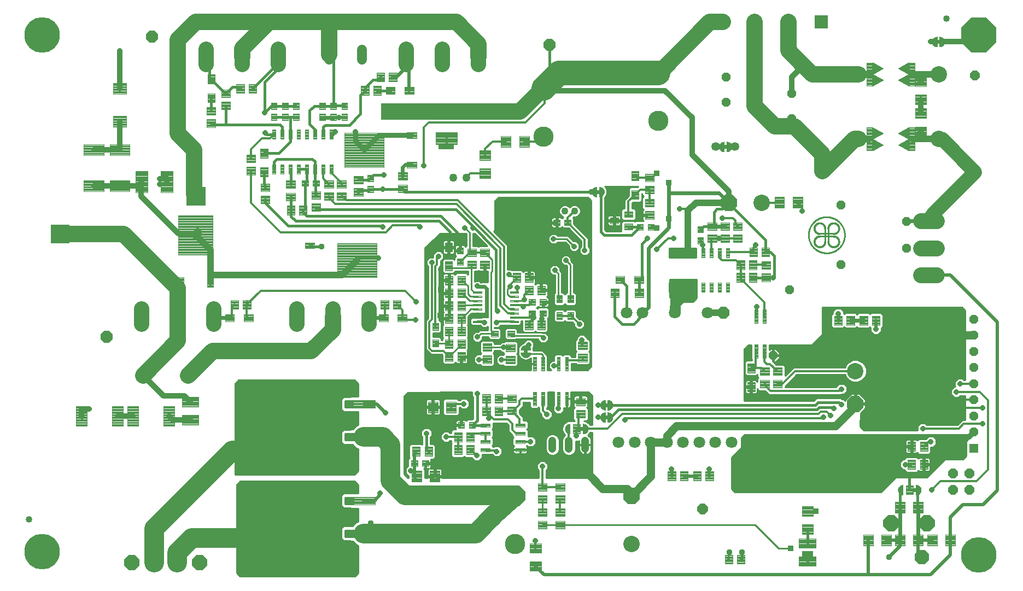
<source format=gbl>
G75*
%MOIN*%
%OFA0B0*%
%FSLAX25Y25*%
%IPPOS*%
%LPD*%
%AMOC8*
5,1,8,0,0,1.08239X$1,22.5*
%
%ADD10C,0.10000*%
%ADD11OC8,0.06000*%
%ADD12C,0.00378*%
%ADD13C,0.09693*%
%ADD14OC8,0.05400*%
%ADD15C,0.00039*%
%ADD16C,0.00400*%
%ADD17C,0.00100*%
%ADD18R,0.08268X0.08268*%
%ADD19OC8,0.08268*%
%ADD20C,0.04000*%
%ADD21C,0.00394*%
%ADD22C,0.00409*%
%ADD23C,0.00350*%
%ADD24OC8,0.10000*%
%ADD25C,0.12362*%
%ADD26OC8,0.12362*%
%ADD27OC8,0.06496*%
%ADD28C,0.00402*%
%ADD29C,0.00408*%
%ADD30C,0.00386*%
%ADD31OC8,0.09693*%
%ADD32C,0.04331*%
%ADD33C,0.04800*%
%ADD34C,0.00406*%
%ADD35C,0.00425*%
%ADD36C,0.09299*%
%ADD37C,0.06000*%
%ADD38C,0.00404*%
%ADD39C,0.00374*%
%ADD40OC8,0.09299*%
%ADD41C,0.05000*%
%ADD42C,0.01000*%
%ADD43OC8,0.07087*%
%ADD44OC8,0.08600*%
%ADD45OC8,0.03543*%
%ADD46OC8,0.05906*%
%ADD47R,0.05315X0.05315*%
%ADD48OC8,0.05315*%
%ADD49C,0.05315*%
%ADD50C,0.07087*%
%ADD51R,0.03175X0.03175*%
%ADD52C,0.01200*%
%ADD53C,0.03200*%
%ADD54OC8,0.03175*%
%ADD55C,0.02400*%
%ADD56C,0.02000*%
%ADD57C,0.04000*%
%ADD58C,0.08600*%
%ADD59C,0.01600*%
%ADD60OC8,0.03569*%
%ADD61R,0.03569X0.03569*%
%ADD62C,0.10000*%
%ADD63C,0.12000*%
%ADD64C,0.05000*%
%ADD65R,0.03962X0.03962*%
%ADD66C,0.21654*%
%ADD67C,0.15000*%
%ADD68C,0.03000*%
%ADD69C,0.01400*%
%ADD70OC8,0.21654*%
D10*
X0408727Y0046949D03*
X0545227Y0152463D03*
X0487977Y0254963D03*
X0547013Y0293876D03*
X0596225Y0293876D03*
X0596225Y0333246D03*
X0547013Y0333246D03*
D11*
X0525227Y0333213D03*
X0618227Y0332713D03*
X0618227Y0273713D03*
X0525227Y0274213D03*
D12*
X0513035Y0251853D02*
X0507115Y0251853D01*
X0507115Y0258573D01*
X0513035Y0258573D01*
X0513035Y0251853D01*
X0513035Y0252230D02*
X0507115Y0252230D01*
X0507115Y0252607D02*
X0513035Y0252607D01*
X0513035Y0252984D02*
X0507115Y0252984D01*
X0507115Y0253361D02*
X0513035Y0253361D01*
X0513035Y0253738D02*
X0507115Y0253738D01*
X0507115Y0254115D02*
X0513035Y0254115D01*
X0513035Y0254492D02*
X0507115Y0254492D01*
X0507115Y0254869D02*
X0513035Y0254869D01*
X0513035Y0255246D02*
X0507115Y0255246D01*
X0507115Y0255623D02*
X0513035Y0255623D01*
X0513035Y0256000D02*
X0507115Y0256000D01*
X0507115Y0256377D02*
X0513035Y0256377D01*
X0513035Y0256754D02*
X0507115Y0256754D01*
X0507115Y0257131D02*
X0513035Y0257131D01*
X0513035Y0257508D02*
X0507115Y0257508D01*
X0507115Y0257885D02*
X0513035Y0257885D01*
X0513035Y0258262D02*
X0507115Y0258262D01*
X0501839Y0251853D02*
X0495919Y0251853D01*
X0495919Y0258573D01*
X0501839Y0258573D01*
X0501839Y0251853D01*
X0501839Y0252230D02*
X0495919Y0252230D01*
X0495919Y0252607D02*
X0501839Y0252607D01*
X0501839Y0252984D02*
X0495919Y0252984D01*
X0495919Y0253361D02*
X0501839Y0253361D01*
X0501839Y0253738D02*
X0495919Y0253738D01*
X0495919Y0254115D02*
X0501839Y0254115D01*
X0501839Y0254492D02*
X0495919Y0254492D01*
X0495919Y0254869D02*
X0501839Y0254869D01*
X0501839Y0255246D02*
X0495919Y0255246D01*
X0495919Y0255623D02*
X0501839Y0255623D01*
X0501839Y0256000D02*
X0495919Y0256000D01*
X0495919Y0256377D02*
X0501839Y0256377D01*
X0501839Y0256754D02*
X0495919Y0256754D01*
X0495919Y0257131D02*
X0501839Y0257131D01*
X0501839Y0257508D02*
X0495919Y0257508D01*
X0495919Y0257885D02*
X0501839Y0257885D01*
X0501839Y0258262D02*
X0495919Y0258262D01*
X0413150Y0257240D02*
X0413150Y0262768D01*
X0413150Y0257240D02*
X0408804Y0257240D01*
X0408804Y0262768D01*
X0413150Y0262768D01*
X0413150Y0257617D02*
X0408804Y0257617D01*
X0408804Y0257994D02*
X0413150Y0257994D01*
X0413150Y0258371D02*
X0408804Y0258371D01*
X0408804Y0258748D02*
X0413150Y0258748D01*
X0413150Y0259125D02*
X0408804Y0259125D01*
X0408804Y0259502D02*
X0413150Y0259502D01*
X0413150Y0259879D02*
X0408804Y0259879D01*
X0408804Y0260256D02*
X0413150Y0260256D01*
X0413150Y0260633D02*
X0408804Y0260633D01*
X0408804Y0261010D02*
X0413150Y0261010D01*
X0413150Y0261387D02*
X0408804Y0261387D01*
X0408804Y0261764D02*
X0413150Y0261764D01*
X0413150Y0262141D02*
X0408804Y0262141D01*
X0408804Y0262518D02*
X0413150Y0262518D01*
X0413150Y0268657D02*
X0413150Y0274185D01*
X0413150Y0268657D02*
X0408804Y0268657D01*
X0408804Y0274185D01*
X0413150Y0274185D01*
X0413150Y0269034D02*
X0408804Y0269034D01*
X0408804Y0269411D02*
X0413150Y0269411D01*
X0413150Y0269788D02*
X0408804Y0269788D01*
X0408804Y0270165D02*
X0413150Y0270165D01*
X0413150Y0270542D02*
X0408804Y0270542D01*
X0408804Y0270919D02*
X0413150Y0270919D01*
X0413150Y0271296D02*
X0408804Y0271296D01*
X0408804Y0271673D02*
X0413150Y0271673D01*
X0413150Y0272050D02*
X0408804Y0272050D01*
X0408804Y0272427D02*
X0413150Y0272427D01*
X0413150Y0272804D02*
X0408804Y0272804D01*
X0408804Y0273181D02*
X0413150Y0273181D01*
X0413150Y0273558D02*
X0408804Y0273558D01*
X0408804Y0273935D02*
X0413150Y0273935D01*
X0346285Y0295823D02*
X0340365Y0295823D01*
X0346285Y0295823D02*
X0346285Y0289103D01*
X0340365Y0289103D01*
X0340365Y0295823D01*
X0340365Y0289480D02*
X0346285Y0289480D01*
X0346285Y0289857D02*
X0340365Y0289857D01*
X0340365Y0290234D02*
X0346285Y0290234D01*
X0346285Y0290611D02*
X0340365Y0290611D01*
X0340365Y0290988D02*
X0346285Y0290988D01*
X0346285Y0291365D02*
X0340365Y0291365D01*
X0340365Y0291742D02*
X0346285Y0291742D01*
X0346285Y0292119D02*
X0340365Y0292119D01*
X0340365Y0292496D02*
X0346285Y0292496D01*
X0346285Y0292873D02*
X0340365Y0292873D01*
X0340365Y0293250D02*
X0346285Y0293250D01*
X0346285Y0293627D02*
X0340365Y0293627D01*
X0340365Y0294004D02*
X0346285Y0294004D01*
X0346285Y0294381D02*
X0340365Y0294381D01*
X0340365Y0294758D02*
X0346285Y0294758D01*
X0346285Y0295135D02*
X0340365Y0295135D01*
X0340365Y0295512D02*
X0346285Y0295512D01*
X0335089Y0295823D02*
X0329169Y0295823D01*
X0335089Y0295823D02*
X0335089Y0289103D01*
X0329169Y0289103D01*
X0329169Y0295823D01*
X0329169Y0289480D02*
X0335089Y0289480D01*
X0335089Y0289857D02*
X0329169Y0289857D01*
X0329169Y0290234D02*
X0335089Y0290234D01*
X0335089Y0290611D02*
X0329169Y0290611D01*
X0329169Y0290988D02*
X0335089Y0290988D01*
X0335089Y0291365D02*
X0329169Y0291365D01*
X0329169Y0291742D02*
X0335089Y0291742D01*
X0335089Y0292119D02*
X0329169Y0292119D01*
X0329169Y0292496D02*
X0335089Y0292496D01*
X0335089Y0292873D02*
X0329169Y0292873D01*
X0329169Y0293250D02*
X0335089Y0293250D01*
X0335089Y0293627D02*
X0329169Y0293627D01*
X0329169Y0294004D02*
X0335089Y0294004D01*
X0335089Y0294381D02*
X0329169Y0294381D01*
X0329169Y0294758D02*
X0335089Y0294758D01*
X0335089Y0295135D02*
X0329169Y0295135D01*
X0329169Y0295512D02*
X0335089Y0295512D01*
X0316117Y0287021D02*
X0316117Y0281101D01*
X0316117Y0287021D02*
X0322837Y0287021D01*
X0322837Y0281101D01*
X0316117Y0281101D01*
X0316117Y0281478D02*
X0322837Y0281478D01*
X0322837Y0281855D02*
X0316117Y0281855D01*
X0316117Y0282232D02*
X0322837Y0282232D01*
X0322837Y0282609D02*
X0316117Y0282609D01*
X0316117Y0282986D02*
X0322837Y0282986D01*
X0322837Y0283363D02*
X0316117Y0283363D01*
X0316117Y0283740D02*
X0322837Y0283740D01*
X0322837Y0284117D02*
X0316117Y0284117D01*
X0316117Y0284494D02*
X0322837Y0284494D01*
X0322837Y0284871D02*
X0316117Y0284871D01*
X0316117Y0285248D02*
X0322837Y0285248D01*
X0322837Y0285625D02*
X0316117Y0285625D01*
X0316117Y0286002D02*
X0322837Y0286002D01*
X0322837Y0286379D02*
X0316117Y0286379D01*
X0316117Y0286756D02*
X0322837Y0286756D01*
X0316117Y0275824D02*
X0316117Y0269904D01*
X0316117Y0275824D02*
X0322837Y0275824D01*
X0322837Y0269904D01*
X0316117Y0269904D01*
X0316117Y0270281D02*
X0322837Y0270281D01*
X0322837Y0270658D02*
X0316117Y0270658D01*
X0316117Y0271035D02*
X0322837Y0271035D01*
X0322837Y0271412D02*
X0316117Y0271412D01*
X0316117Y0271789D02*
X0322837Y0271789D01*
X0322837Y0272166D02*
X0316117Y0272166D01*
X0316117Y0272543D02*
X0322837Y0272543D01*
X0322837Y0272920D02*
X0316117Y0272920D01*
X0316117Y0273297D02*
X0322837Y0273297D01*
X0322837Y0273674D02*
X0316117Y0273674D01*
X0316117Y0274051D02*
X0322837Y0274051D01*
X0322837Y0274428D02*
X0316117Y0274428D01*
X0316117Y0274805D02*
X0322837Y0274805D01*
X0322837Y0275182D02*
X0316117Y0275182D01*
X0316117Y0275559D02*
X0322837Y0275559D01*
X0299400Y0230685D02*
X0299400Y0225157D01*
X0295054Y0225157D01*
X0295054Y0230685D01*
X0299400Y0230685D01*
X0299400Y0225534D02*
X0295054Y0225534D01*
X0295054Y0225911D02*
X0299400Y0225911D01*
X0299400Y0226288D02*
X0295054Y0226288D01*
X0295054Y0226665D02*
X0299400Y0226665D01*
X0299400Y0227042D02*
X0295054Y0227042D01*
X0295054Y0227419D02*
X0299400Y0227419D01*
X0299400Y0227796D02*
X0295054Y0227796D01*
X0295054Y0228173D02*
X0299400Y0228173D01*
X0299400Y0228550D02*
X0295054Y0228550D01*
X0295054Y0228927D02*
X0299400Y0228927D01*
X0299400Y0229304D02*
X0295054Y0229304D01*
X0295054Y0229681D02*
X0299400Y0229681D01*
X0299400Y0230058D02*
X0295054Y0230058D01*
X0295054Y0230435D02*
X0299400Y0230435D01*
X0299400Y0219268D02*
X0299400Y0213740D01*
X0295054Y0213740D01*
X0295054Y0219268D01*
X0299400Y0219268D01*
X0299400Y0214117D02*
X0295054Y0214117D01*
X0295054Y0214494D02*
X0299400Y0214494D01*
X0299400Y0214871D02*
X0295054Y0214871D01*
X0295054Y0215248D02*
X0299400Y0215248D01*
X0299400Y0215625D02*
X0295054Y0215625D01*
X0295054Y0216002D02*
X0299400Y0216002D01*
X0299400Y0216379D02*
X0295054Y0216379D01*
X0295054Y0216756D02*
X0299400Y0216756D01*
X0299400Y0217133D02*
X0295054Y0217133D01*
X0295054Y0217510D02*
X0299400Y0217510D01*
X0299400Y0217887D02*
X0295054Y0217887D01*
X0295054Y0218264D02*
X0299400Y0218264D01*
X0299400Y0218641D02*
X0295054Y0218641D01*
X0295054Y0219018D02*
X0299400Y0219018D01*
X0271700Y0182790D02*
X0266172Y0182790D01*
X0266172Y0187136D01*
X0271700Y0187136D01*
X0271700Y0182790D01*
X0271700Y0183167D02*
X0266172Y0183167D01*
X0266172Y0183544D02*
X0271700Y0183544D01*
X0271700Y0183921D02*
X0266172Y0183921D01*
X0266172Y0184298D02*
X0271700Y0184298D01*
X0271700Y0184675D02*
X0266172Y0184675D01*
X0266172Y0185052D02*
X0271700Y0185052D01*
X0271700Y0185429D02*
X0266172Y0185429D01*
X0266172Y0185806D02*
X0271700Y0185806D01*
X0271700Y0186183D02*
X0266172Y0186183D01*
X0266172Y0186560D02*
X0271700Y0186560D01*
X0271700Y0186937D02*
X0266172Y0186937D01*
X0260282Y0182790D02*
X0254754Y0182790D01*
X0254754Y0187136D01*
X0260282Y0187136D01*
X0260282Y0182790D01*
X0260282Y0183167D02*
X0254754Y0183167D01*
X0254754Y0183544D02*
X0260282Y0183544D01*
X0260282Y0183921D02*
X0254754Y0183921D01*
X0254754Y0184298D02*
X0260282Y0184298D01*
X0260282Y0184675D02*
X0254754Y0184675D01*
X0254754Y0185052D02*
X0260282Y0185052D01*
X0260282Y0185429D02*
X0254754Y0185429D01*
X0254754Y0185806D02*
X0260282Y0185806D01*
X0260282Y0186183D02*
X0254754Y0186183D01*
X0254754Y0186560D02*
X0260282Y0186560D01*
X0260282Y0186937D02*
X0254754Y0186937D01*
X0177950Y0182790D02*
X0172422Y0182790D01*
X0172422Y0187136D01*
X0177950Y0187136D01*
X0177950Y0182790D01*
X0177950Y0183167D02*
X0172422Y0183167D01*
X0172422Y0183544D02*
X0177950Y0183544D01*
X0177950Y0183921D02*
X0172422Y0183921D01*
X0172422Y0184298D02*
X0177950Y0184298D01*
X0177950Y0184675D02*
X0172422Y0184675D01*
X0172422Y0185052D02*
X0177950Y0185052D01*
X0177950Y0185429D02*
X0172422Y0185429D01*
X0172422Y0185806D02*
X0177950Y0185806D01*
X0177950Y0186183D02*
X0172422Y0186183D01*
X0172422Y0186560D02*
X0177950Y0186560D01*
X0177950Y0186937D02*
X0172422Y0186937D01*
X0166532Y0182790D02*
X0161004Y0182790D01*
X0161004Y0187136D01*
X0166532Y0187136D01*
X0166532Y0182790D01*
X0166532Y0183167D02*
X0161004Y0183167D01*
X0161004Y0183544D02*
X0166532Y0183544D01*
X0166532Y0183921D02*
X0161004Y0183921D01*
X0161004Y0184298D02*
X0166532Y0184298D01*
X0166532Y0184675D02*
X0161004Y0184675D01*
X0161004Y0185052D02*
X0166532Y0185052D01*
X0166532Y0185429D02*
X0161004Y0185429D01*
X0161004Y0185806D02*
X0166532Y0185806D01*
X0166532Y0186183D02*
X0161004Y0186183D01*
X0161004Y0186560D02*
X0166532Y0186560D01*
X0166532Y0186937D02*
X0161004Y0186937D01*
X0144853Y0136684D02*
X0144853Y0130764D01*
X0134601Y0130764D01*
X0134601Y0136684D01*
X0144853Y0136684D01*
X0144853Y0131141D02*
X0134601Y0131141D01*
X0134601Y0131518D02*
X0144853Y0131518D01*
X0144853Y0131895D02*
X0134601Y0131895D01*
X0134601Y0132272D02*
X0144853Y0132272D01*
X0144853Y0132649D02*
X0134601Y0132649D01*
X0134601Y0133026D02*
X0144853Y0133026D01*
X0144853Y0133403D02*
X0134601Y0133403D01*
X0134601Y0133780D02*
X0144853Y0133780D01*
X0144853Y0134157D02*
X0134601Y0134157D01*
X0134601Y0134534D02*
X0144853Y0134534D01*
X0144853Y0134911D02*
X0134601Y0134911D01*
X0134601Y0135288D02*
X0144853Y0135288D01*
X0144853Y0135665D02*
X0134601Y0135665D01*
X0134601Y0136042D02*
X0144853Y0136042D01*
X0144853Y0136419D02*
X0134601Y0136419D01*
X0144853Y0125661D02*
X0144853Y0119741D01*
X0134601Y0119741D01*
X0134601Y0125661D01*
X0144853Y0125661D01*
X0144853Y0120118D02*
X0134601Y0120118D01*
X0134601Y0120495D02*
X0144853Y0120495D01*
X0144853Y0120872D02*
X0134601Y0120872D01*
X0134601Y0121249D02*
X0144853Y0121249D01*
X0144853Y0121626D02*
X0134601Y0121626D01*
X0134601Y0122003D02*
X0144853Y0122003D01*
X0144853Y0122380D02*
X0134601Y0122380D01*
X0134601Y0122757D02*
X0144853Y0122757D01*
X0144853Y0123134D02*
X0134601Y0123134D01*
X0134601Y0123511D02*
X0144853Y0123511D01*
X0144853Y0123888D02*
X0134601Y0123888D01*
X0134601Y0124265D02*
X0144853Y0124265D01*
X0144853Y0124642D02*
X0134601Y0124642D01*
X0134601Y0125019D02*
X0144853Y0125019D01*
X0144853Y0125396D02*
X0134601Y0125396D01*
X0274755Y0084859D02*
X0280675Y0084859D01*
X0274755Y0084859D02*
X0274755Y0091567D01*
X0280675Y0091567D01*
X0280675Y0084859D01*
X0280675Y0085236D02*
X0274755Y0085236D01*
X0274755Y0085613D02*
X0280675Y0085613D01*
X0280675Y0085990D02*
X0274755Y0085990D01*
X0274755Y0086367D02*
X0280675Y0086367D01*
X0280675Y0086744D02*
X0274755Y0086744D01*
X0274755Y0087121D02*
X0280675Y0087121D01*
X0280675Y0087498D02*
X0274755Y0087498D01*
X0274755Y0087875D02*
X0280675Y0087875D01*
X0280675Y0088252D02*
X0274755Y0088252D01*
X0274755Y0088629D02*
X0280675Y0088629D01*
X0280675Y0089006D02*
X0274755Y0089006D01*
X0274755Y0089383D02*
X0280675Y0089383D01*
X0280675Y0089760D02*
X0274755Y0089760D01*
X0274755Y0090137D02*
X0280675Y0090137D01*
X0280675Y0090514D02*
X0274755Y0090514D01*
X0274755Y0090891D02*
X0280675Y0090891D01*
X0280675Y0091268D02*
X0274755Y0091268D01*
X0285779Y0084859D02*
X0291699Y0084859D01*
X0285779Y0084859D02*
X0285779Y0091567D01*
X0291699Y0091567D01*
X0291699Y0084859D01*
X0291699Y0085236D02*
X0285779Y0085236D01*
X0285779Y0085613D02*
X0291699Y0085613D01*
X0291699Y0085990D02*
X0285779Y0085990D01*
X0285779Y0086367D02*
X0291699Y0086367D01*
X0291699Y0086744D02*
X0285779Y0086744D01*
X0285779Y0087121D02*
X0291699Y0087121D01*
X0291699Y0087498D02*
X0285779Y0087498D01*
X0285779Y0087875D02*
X0291699Y0087875D01*
X0291699Y0088252D02*
X0285779Y0088252D01*
X0285779Y0088629D02*
X0291699Y0088629D01*
X0291699Y0089006D02*
X0285779Y0089006D01*
X0285779Y0089383D02*
X0291699Y0089383D01*
X0291699Y0089760D02*
X0285779Y0089760D01*
X0285779Y0090137D02*
X0291699Y0090137D01*
X0291699Y0090514D02*
X0285779Y0090514D01*
X0285779Y0090891D02*
X0291699Y0090891D01*
X0291699Y0091268D02*
X0285779Y0091268D01*
X0284755Y0133817D02*
X0290675Y0133817D01*
X0290675Y0127109D01*
X0284755Y0127109D01*
X0284755Y0133817D01*
X0284755Y0127486D02*
X0290675Y0127486D01*
X0290675Y0127863D02*
X0284755Y0127863D01*
X0284755Y0128240D02*
X0290675Y0128240D01*
X0290675Y0128617D02*
X0284755Y0128617D01*
X0284755Y0128994D02*
X0290675Y0128994D01*
X0290675Y0129371D02*
X0284755Y0129371D01*
X0284755Y0129748D02*
X0290675Y0129748D01*
X0290675Y0130125D02*
X0284755Y0130125D01*
X0284755Y0130502D02*
X0290675Y0130502D01*
X0290675Y0130879D02*
X0284755Y0130879D01*
X0284755Y0131256D02*
X0290675Y0131256D01*
X0290675Y0131633D02*
X0284755Y0131633D01*
X0284755Y0132010D02*
X0290675Y0132010D01*
X0290675Y0132387D02*
X0284755Y0132387D01*
X0284755Y0132764D02*
X0290675Y0132764D01*
X0290675Y0133141D02*
X0284755Y0133141D01*
X0284755Y0133518D02*
X0290675Y0133518D01*
X0295779Y0133817D02*
X0301699Y0133817D01*
X0301699Y0127109D01*
X0295779Y0127109D01*
X0295779Y0133817D01*
X0295779Y0127486D02*
X0301699Y0127486D01*
X0301699Y0127863D02*
X0295779Y0127863D01*
X0295779Y0128240D02*
X0301699Y0128240D01*
X0301699Y0128617D02*
X0295779Y0128617D01*
X0295779Y0128994D02*
X0301699Y0128994D01*
X0301699Y0129371D02*
X0295779Y0129371D01*
X0295779Y0129748D02*
X0301699Y0129748D01*
X0301699Y0130125D02*
X0295779Y0130125D01*
X0295779Y0130502D02*
X0301699Y0130502D01*
X0301699Y0130879D02*
X0295779Y0130879D01*
X0295779Y0131256D02*
X0301699Y0131256D01*
X0301699Y0131633D02*
X0295779Y0131633D01*
X0295779Y0132010D02*
X0301699Y0132010D01*
X0301699Y0132387D02*
X0295779Y0132387D01*
X0295779Y0132764D02*
X0301699Y0132764D01*
X0301699Y0133141D02*
X0295779Y0133141D01*
X0295779Y0133518D02*
X0301699Y0133518D01*
X0399004Y0210386D02*
X0404532Y0210386D01*
X0404532Y0206040D01*
X0399004Y0206040D01*
X0399004Y0210386D01*
X0399004Y0206417D02*
X0404532Y0206417D01*
X0404532Y0206794D02*
X0399004Y0206794D01*
X0399004Y0207171D02*
X0404532Y0207171D01*
X0404532Y0207548D02*
X0399004Y0207548D01*
X0399004Y0207925D02*
X0404532Y0207925D01*
X0404532Y0208302D02*
X0399004Y0208302D01*
X0399004Y0208679D02*
X0404532Y0208679D01*
X0404532Y0209056D02*
X0399004Y0209056D01*
X0399004Y0209433D02*
X0404532Y0209433D01*
X0404532Y0209810D02*
X0399004Y0209810D01*
X0399004Y0210187D02*
X0404532Y0210187D01*
X0410422Y0210386D02*
X0415950Y0210386D01*
X0415950Y0206040D01*
X0410422Y0206040D01*
X0410422Y0210386D01*
X0410422Y0206417D02*
X0415950Y0206417D01*
X0415950Y0206794D02*
X0410422Y0206794D01*
X0410422Y0207171D02*
X0415950Y0207171D01*
X0415950Y0207548D02*
X0410422Y0207548D01*
X0410422Y0207925D02*
X0415950Y0207925D01*
X0415950Y0208302D02*
X0410422Y0208302D01*
X0410422Y0208679D02*
X0415950Y0208679D01*
X0415950Y0209056D02*
X0410422Y0209056D01*
X0410422Y0209433D02*
X0415950Y0209433D01*
X0415950Y0209810D02*
X0410422Y0209810D01*
X0410422Y0210187D02*
X0415950Y0210187D01*
X0479554Y0156935D02*
X0479554Y0151407D01*
X0479554Y0156935D02*
X0483900Y0156935D01*
X0483900Y0151407D01*
X0479554Y0151407D01*
X0479554Y0151784D02*
X0483900Y0151784D01*
X0483900Y0152161D02*
X0479554Y0152161D01*
X0479554Y0152538D02*
X0483900Y0152538D01*
X0483900Y0152915D02*
X0479554Y0152915D01*
X0479554Y0153292D02*
X0483900Y0153292D01*
X0483900Y0153669D02*
X0479554Y0153669D01*
X0479554Y0154046D02*
X0483900Y0154046D01*
X0483900Y0154423D02*
X0479554Y0154423D01*
X0479554Y0154800D02*
X0483900Y0154800D01*
X0483900Y0155177D02*
X0479554Y0155177D01*
X0479554Y0155554D02*
X0483900Y0155554D01*
X0483900Y0155931D02*
X0479554Y0155931D01*
X0479554Y0156308D02*
X0483900Y0156308D01*
X0483900Y0156685D02*
X0479554Y0156685D01*
X0479554Y0145518D02*
X0479554Y0139990D01*
X0479554Y0145518D02*
X0483900Y0145518D01*
X0483900Y0139990D01*
X0479554Y0139990D01*
X0479554Y0140367D02*
X0483900Y0140367D01*
X0483900Y0140744D02*
X0479554Y0140744D01*
X0479554Y0141121D02*
X0483900Y0141121D01*
X0483900Y0141498D02*
X0479554Y0141498D01*
X0479554Y0141875D02*
X0483900Y0141875D01*
X0483900Y0142252D02*
X0479554Y0142252D01*
X0479554Y0142629D02*
X0483900Y0142629D01*
X0483900Y0143006D02*
X0479554Y0143006D01*
X0479554Y0143383D02*
X0483900Y0143383D01*
X0483900Y0143760D02*
X0479554Y0143760D01*
X0479554Y0144137D02*
X0483900Y0144137D01*
X0483900Y0144514D02*
X0479554Y0144514D01*
X0479554Y0144891D02*
X0483900Y0144891D01*
X0483900Y0145268D02*
X0479554Y0145268D01*
X0512623Y0069934D02*
X0512623Y0064014D01*
X0512623Y0069934D02*
X0519331Y0069934D01*
X0519331Y0064014D01*
X0512623Y0064014D01*
X0512623Y0064391D02*
X0519331Y0064391D01*
X0519331Y0064768D02*
X0512623Y0064768D01*
X0512623Y0065145D02*
X0519331Y0065145D01*
X0519331Y0065522D02*
X0512623Y0065522D01*
X0512623Y0065899D02*
X0519331Y0065899D01*
X0519331Y0066276D02*
X0512623Y0066276D01*
X0512623Y0066653D02*
X0519331Y0066653D01*
X0519331Y0067030D02*
X0512623Y0067030D01*
X0512623Y0067407D02*
X0519331Y0067407D01*
X0519331Y0067784D02*
X0512623Y0067784D01*
X0512623Y0068161D02*
X0519331Y0068161D01*
X0519331Y0068538D02*
X0512623Y0068538D01*
X0512623Y0068915D02*
X0519331Y0068915D01*
X0519331Y0069292D02*
X0512623Y0069292D01*
X0512623Y0069669D02*
X0519331Y0069669D01*
X0512623Y0058911D02*
X0512623Y0052991D01*
X0512623Y0058911D02*
X0519331Y0058911D01*
X0519331Y0052991D01*
X0512623Y0052991D01*
X0512623Y0053368D02*
X0519331Y0053368D01*
X0519331Y0053745D02*
X0512623Y0053745D01*
X0512623Y0054122D02*
X0519331Y0054122D01*
X0519331Y0054499D02*
X0512623Y0054499D01*
X0512623Y0054876D02*
X0519331Y0054876D01*
X0519331Y0055253D02*
X0512623Y0055253D01*
X0512623Y0055630D02*
X0519331Y0055630D01*
X0519331Y0056007D02*
X0512623Y0056007D01*
X0512623Y0056384D02*
X0519331Y0056384D01*
X0519331Y0056761D02*
X0512623Y0056761D01*
X0512623Y0057138D02*
X0519331Y0057138D01*
X0519331Y0057515D02*
X0512623Y0057515D01*
X0512623Y0057892D02*
X0519331Y0057892D01*
X0519331Y0058269D02*
X0512623Y0058269D01*
X0512623Y0058646D02*
X0519331Y0058646D01*
X0510851Y0050434D02*
X0510851Y0044514D01*
X0510851Y0050434D02*
X0521103Y0050434D01*
X0521103Y0044514D01*
X0510851Y0044514D01*
X0510851Y0044891D02*
X0521103Y0044891D01*
X0521103Y0045268D02*
X0510851Y0045268D01*
X0510851Y0045645D02*
X0521103Y0045645D01*
X0521103Y0046022D02*
X0510851Y0046022D01*
X0510851Y0046399D02*
X0521103Y0046399D01*
X0521103Y0046776D02*
X0510851Y0046776D01*
X0510851Y0047153D02*
X0521103Y0047153D01*
X0521103Y0047530D02*
X0510851Y0047530D01*
X0510851Y0047907D02*
X0521103Y0047907D01*
X0521103Y0048284D02*
X0510851Y0048284D01*
X0510851Y0048661D02*
X0521103Y0048661D01*
X0521103Y0049038D02*
X0510851Y0049038D01*
X0510851Y0049415D02*
X0521103Y0049415D01*
X0521103Y0049792D02*
X0510851Y0049792D01*
X0510851Y0050169D02*
X0521103Y0050169D01*
X0510851Y0039411D02*
X0510851Y0033491D01*
X0510851Y0039411D02*
X0521103Y0039411D01*
X0521103Y0033491D01*
X0510851Y0033491D01*
X0510851Y0033868D02*
X0521103Y0033868D01*
X0521103Y0034245D02*
X0510851Y0034245D01*
X0510851Y0034622D02*
X0521103Y0034622D01*
X0521103Y0034999D02*
X0510851Y0034999D01*
X0510851Y0035376D02*
X0521103Y0035376D01*
X0521103Y0035753D02*
X0510851Y0035753D01*
X0510851Y0036130D02*
X0521103Y0036130D01*
X0521103Y0036507D02*
X0510851Y0036507D01*
X0510851Y0036884D02*
X0521103Y0036884D01*
X0521103Y0037261D02*
X0510851Y0037261D01*
X0510851Y0037638D02*
X0521103Y0037638D01*
X0521103Y0038015D02*
X0510851Y0038015D01*
X0510851Y0038392D02*
X0521103Y0038392D01*
X0521103Y0038769D02*
X0510851Y0038769D01*
X0510851Y0039146D02*
X0521103Y0039146D01*
X0550005Y0052817D02*
X0555925Y0052817D01*
X0555925Y0046109D01*
X0550005Y0046109D01*
X0550005Y0052817D01*
X0550005Y0046486D02*
X0555925Y0046486D01*
X0555925Y0046863D02*
X0550005Y0046863D01*
X0550005Y0047240D02*
X0555925Y0047240D01*
X0555925Y0047617D02*
X0550005Y0047617D01*
X0550005Y0047994D02*
X0555925Y0047994D01*
X0555925Y0048371D02*
X0550005Y0048371D01*
X0550005Y0048748D02*
X0555925Y0048748D01*
X0555925Y0049125D02*
X0550005Y0049125D01*
X0550005Y0049502D02*
X0555925Y0049502D01*
X0555925Y0049879D02*
X0550005Y0049879D01*
X0550005Y0050256D02*
X0555925Y0050256D01*
X0555925Y0050633D02*
X0550005Y0050633D01*
X0550005Y0051010D02*
X0555925Y0051010D01*
X0555925Y0051387D02*
X0550005Y0051387D01*
X0550005Y0051764D02*
X0555925Y0051764D01*
X0555925Y0052141D02*
X0550005Y0052141D01*
X0550005Y0052518D02*
X0555925Y0052518D01*
X0561029Y0052817D02*
X0566949Y0052817D01*
X0566949Y0046109D01*
X0561029Y0046109D01*
X0561029Y0052817D01*
X0561029Y0046486D02*
X0566949Y0046486D01*
X0566949Y0046863D02*
X0561029Y0046863D01*
X0561029Y0047240D02*
X0566949Y0047240D01*
X0566949Y0047617D02*
X0561029Y0047617D01*
X0561029Y0047994D02*
X0566949Y0047994D01*
X0566949Y0048371D02*
X0561029Y0048371D01*
X0561029Y0048748D02*
X0566949Y0048748D01*
X0566949Y0049125D02*
X0561029Y0049125D01*
X0561029Y0049502D02*
X0566949Y0049502D01*
X0566949Y0049879D02*
X0561029Y0049879D01*
X0561029Y0050256D02*
X0566949Y0050256D01*
X0566949Y0050633D02*
X0561029Y0050633D01*
X0561029Y0051010D02*
X0566949Y0051010D01*
X0566949Y0051387D02*
X0561029Y0051387D01*
X0561029Y0051764D02*
X0566949Y0051764D01*
X0566949Y0052141D02*
X0561029Y0052141D01*
X0561029Y0052518D02*
X0566949Y0052518D01*
X0569505Y0052817D02*
X0575425Y0052817D01*
X0575425Y0046109D01*
X0569505Y0046109D01*
X0569505Y0052817D01*
X0569505Y0046486D02*
X0575425Y0046486D01*
X0575425Y0046863D02*
X0569505Y0046863D01*
X0569505Y0047240D02*
X0575425Y0047240D01*
X0575425Y0047617D02*
X0569505Y0047617D01*
X0569505Y0047994D02*
X0575425Y0047994D01*
X0575425Y0048371D02*
X0569505Y0048371D01*
X0569505Y0048748D02*
X0575425Y0048748D01*
X0575425Y0049125D02*
X0569505Y0049125D01*
X0569505Y0049502D02*
X0575425Y0049502D01*
X0575425Y0049879D02*
X0569505Y0049879D01*
X0569505Y0050256D02*
X0575425Y0050256D01*
X0575425Y0050633D02*
X0569505Y0050633D01*
X0569505Y0051010D02*
X0575425Y0051010D01*
X0575425Y0051387D02*
X0569505Y0051387D01*
X0569505Y0051764D02*
X0575425Y0051764D01*
X0575425Y0052141D02*
X0569505Y0052141D01*
X0569505Y0052518D02*
X0575425Y0052518D01*
X0580529Y0052817D02*
X0586449Y0052817D01*
X0586449Y0046109D01*
X0580529Y0046109D01*
X0580529Y0052817D01*
X0580529Y0046486D02*
X0586449Y0046486D01*
X0586449Y0046863D02*
X0580529Y0046863D01*
X0580529Y0047240D02*
X0586449Y0047240D01*
X0586449Y0047617D02*
X0580529Y0047617D01*
X0580529Y0047994D02*
X0586449Y0047994D01*
X0586449Y0048371D02*
X0580529Y0048371D01*
X0580529Y0048748D02*
X0586449Y0048748D01*
X0586449Y0049125D02*
X0580529Y0049125D01*
X0580529Y0049502D02*
X0586449Y0049502D01*
X0586449Y0049879D02*
X0580529Y0049879D01*
X0580529Y0050256D02*
X0586449Y0050256D01*
X0586449Y0050633D02*
X0580529Y0050633D01*
X0580529Y0051010D02*
X0586449Y0051010D01*
X0586449Y0051387D02*
X0580529Y0051387D01*
X0580529Y0051764D02*
X0586449Y0051764D01*
X0586449Y0052141D02*
X0580529Y0052141D01*
X0580529Y0052518D02*
X0586449Y0052518D01*
X0589005Y0046109D02*
X0594925Y0046109D01*
X0589005Y0046109D02*
X0589005Y0052817D01*
X0594925Y0052817D01*
X0594925Y0046109D01*
X0594925Y0046486D02*
X0589005Y0046486D01*
X0589005Y0046863D02*
X0594925Y0046863D01*
X0594925Y0047240D02*
X0589005Y0047240D01*
X0589005Y0047617D02*
X0594925Y0047617D01*
X0594925Y0047994D02*
X0589005Y0047994D01*
X0589005Y0048371D02*
X0594925Y0048371D01*
X0594925Y0048748D02*
X0589005Y0048748D01*
X0589005Y0049125D02*
X0594925Y0049125D01*
X0594925Y0049502D02*
X0589005Y0049502D01*
X0589005Y0049879D02*
X0594925Y0049879D01*
X0594925Y0050256D02*
X0589005Y0050256D01*
X0589005Y0050633D02*
X0594925Y0050633D01*
X0594925Y0051010D02*
X0589005Y0051010D01*
X0589005Y0051387D02*
X0594925Y0051387D01*
X0594925Y0051764D02*
X0589005Y0051764D01*
X0589005Y0052141D02*
X0594925Y0052141D01*
X0594925Y0052518D02*
X0589005Y0052518D01*
X0600029Y0046109D02*
X0605949Y0046109D01*
X0600029Y0046109D02*
X0600029Y0052817D01*
X0605949Y0052817D01*
X0605949Y0046109D01*
X0605949Y0046486D02*
X0600029Y0046486D01*
X0600029Y0046863D02*
X0605949Y0046863D01*
X0605949Y0047240D02*
X0600029Y0047240D01*
X0600029Y0047617D02*
X0605949Y0047617D01*
X0605949Y0047994D02*
X0600029Y0047994D01*
X0600029Y0048371D02*
X0605949Y0048371D01*
X0605949Y0048748D02*
X0600029Y0048748D01*
X0600029Y0049125D02*
X0605949Y0049125D01*
X0605949Y0049502D02*
X0600029Y0049502D01*
X0600029Y0049879D02*
X0605949Y0049879D01*
X0605949Y0050256D02*
X0600029Y0050256D01*
X0600029Y0050633D02*
X0605949Y0050633D01*
X0605949Y0051010D02*
X0600029Y0051010D01*
X0600029Y0051387D02*
X0605949Y0051387D01*
X0605949Y0051764D02*
X0600029Y0051764D01*
X0600029Y0052141D02*
X0605949Y0052141D01*
X0605949Y0052518D02*
X0600029Y0052518D01*
X0586449Y0072567D02*
X0580529Y0072567D01*
X0586449Y0072567D02*
X0586449Y0065859D01*
X0580529Y0065859D01*
X0580529Y0072567D01*
X0580529Y0066236D02*
X0586449Y0066236D01*
X0586449Y0066613D02*
X0580529Y0066613D01*
X0580529Y0066990D02*
X0586449Y0066990D01*
X0586449Y0067367D02*
X0580529Y0067367D01*
X0580529Y0067744D02*
X0586449Y0067744D01*
X0586449Y0068121D02*
X0580529Y0068121D01*
X0580529Y0068498D02*
X0586449Y0068498D01*
X0586449Y0068875D02*
X0580529Y0068875D01*
X0580529Y0069252D02*
X0586449Y0069252D01*
X0586449Y0069629D02*
X0580529Y0069629D01*
X0580529Y0070006D02*
X0586449Y0070006D01*
X0586449Y0070383D02*
X0580529Y0070383D01*
X0580529Y0070760D02*
X0586449Y0070760D01*
X0586449Y0071137D02*
X0580529Y0071137D01*
X0580529Y0071514D02*
X0586449Y0071514D01*
X0586449Y0071891D02*
X0580529Y0071891D01*
X0580529Y0072268D02*
X0586449Y0072268D01*
X0575425Y0072567D02*
X0569505Y0072567D01*
X0575425Y0072567D02*
X0575425Y0065859D01*
X0569505Y0065859D01*
X0569505Y0072567D01*
X0569505Y0066236D02*
X0575425Y0066236D01*
X0575425Y0066613D02*
X0569505Y0066613D01*
X0569505Y0066990D02*
X0575425Y0066990D01*
X0575425Y0067367D02*
X0569505Y0067367D01*
X0569505Y0067744D02*
X0575425Y0067744D01*
X0575425Y0068121D02*
X0569505Y0068121D01*
X0569505Y0068498D02*
X0575425Y0068498D01*
X0575425Y0068875D02*
X0569505Y0068875D01*
X0569505Y0069252D02*
X0575425Y0069252D01*
X0575425Y0069629D02*
X0569505Y0069629D01*
X0569505Y0070006D02*
X0575425Y0070006D01*
X0575425Y0070383D02*
X0569505Y0070383D01*
X0569505Y0070760D02*
X0575425Y0070760D01*
X0575425Y0071137D02*
X0569505Y0071137D01*
X0569505Y0071514D02*
X0575425Y0071514D01*
X0575425Y0071891D02*
X0569505Y0071891D01*
X0569505Y0072268D02*
X0575425Y0072268D01*
X0346873Y0047434D02*
X0346873Y0041514D01*
X0346873Y0047434D02*
X0353581Y0047434D01*
X0353581Y0041514D01*
X0346873Y0041514D01*
X0346873Y0041891D02*
X0353581Y0041891D01*
X0353581Y0042268D02*
X0346873Y0042268D01*
X0346873Y0042645D02*
X0353581Y0042645D01*
X0353581Y0043022D02*
X0346873Y0043022D01*
X0346873Y0043399D02*
X0353581Y0043399D01*
X0353581Y0043776D02*
X0346873Y0043776D01*
X0346873Y0044153D02*
X0353581Y0044153D01*
X0353581Y0044530D02*
X0346873Y0044530D01*
X0346873Y0044907D02*
X0353581Y0044907D01*
X0353581Y0045284D02*
X0346873Y0045284D01*
X0346873Y0045661D02*
X0353581Y0045661D01*
X0353581Y0046038D02*
X0346873Y0046038D01*
X0346873Y0046415D02*
X0353581Y0046415D01*
X0353581Y0046792D02*
X0346873Y0046792D01*
X0346873Y0047169D02*
X0353581Y0047169D01*
X0346873Y0036411D02*
X0346873Y0030491D01*
X0346873Y0036411D02*
X0353581Y0036411D01*
X0353581Y0030491D01*
X0346873Y0030491D01*
X0346873Y0030868D02*
X0353581Y0030868D01*
X0353581Y0031245D02*
X0346873Y0031245D01*
X0346873Y0031622D02*
X0353581Y0031622D01*
X0353581Y0031999D02*
X0346873Y0031999D01*
X0346873Y0032376D02*
X0353581Y0032376D01*
X0353581Y0032753D02*
X0346873Y0032753D01*
X0346873Y0033130D02*
X0353581Y0033130D01*
X0353581Y0033507D02*
X0346873Y0033507D01*
X0346873Y0033884D02*
X0353581Y0033884D01*
X0353581Y0034261D02*
X0346873Y0034261D01*
X0346873Y0034638D02*
X0353581Y0034638D01*
X0353581Y0035015D02*
X0346873Y0035015D01*
X0346873Y0035392D02*
X0353581Y0035392D01*
X0353581Y0035769D02*
X0346873Y0035769D01*
X0346873Y0036146D02*
X0353581Y0036146D01*
X0182554Y0270990D02*
X0182554Y0276518D01*
X0186900Y0276518D01*
X0186900Y0270990D01*
X0182554Y0270990D01*
X0182554Y0271367D02*
X0186900Y0271367D01*
X0186900Y0271744D02*
X0182554Y0271744D01*
X0182554Y0272121D02*
X0186900Y0272121D01*
X0186900Y0272498D02*
X0182554Y0272498D01*
X0182554Y0272875D02*
X0186900Y0272875D01*
X0186900Y0273252D02*
X0182554Y0273252D01*
X0182554Y0273629D02*
X0186900Y0273629D01*
X0186900Y0274006D02*
X0182554Y0274006D01*
X0182554Y0274383D02*
X0186900Y0274383D01*
X0186900Y0274760D02*
X0182554Y0274760D01*
X0182554Y0275137D02*
X0186900Y0275137D01*
X0186900Y0275514D02*
X0182554Y0275514D01*
X0182554Y0275891D02*
X0186900Y0275891D01*
X0186900Y0276268D02*
X0182554Y0276268D01*
X0182554Y0282407D02*
X0182554Y0287935D01*
X0186900Y0287935D01*
X0186900Y0282407D01*
X0182554Y0282407D01*
X0182554Y0282784D02*
X0186900Y0282784D01*
X0186900Y0283161D02*
X0182554Y0283161D01*
X0182554Y0283538D02*
X0186900Y0283538D01*
X0186900Y0283915D02*
X0182554Y0283915D01*
X0182554Y0284292D02*
X0186900Y0284292D01*
X0186900Y0284669D02*
X0182554Y0284669D01*
X0182554Y0285046D02*
X0186900Y0285046D01*
X0186900Y0285423D02*
X0182554Y0285423D01*
X0182554Y0285800D02*
X0186900Y0285800D01*
X0186900Y0286177D02*
X0182554Y0286177D01*
X0182554Y0286554D02*
X0186900Y0286554D01*
X0186900Y0286931D02*
X0182554Y0286931D01*
X0182554Y0287308D02*
X0186900Y0287308D01*
X0186900Y0287685D02*
X0182554Y0287685D01*
X0154650Y0316240D02*
X0154650Y0321768D01*
X0154650Y0316240D02*
X0150304Y0316240D01*
X0150304Y0321768D01*
X0154650Y0321768D01*
X0154650Y0316617D02*
X0150304Y0316617D01*
X0150304Y0316994D02*
X0154650Y0316994D01*
X0154650Y0317371D02*
X0150304Y0317371D01*
X0150304Y0317748D02*
X0154650Y0317748D01*
X0154650Y0318125D02*
X0150304Y0318125D01*
X0150304Y0318502D02*
X0154650Y0318502D01*
X0154650Y0318879D02*
X0150304Y0318879D01*
X0150304Y0319256D02*
X0154650Y0319256D01*
X0154650Y0319633D02*
X0150304Y0319633D01*
X0150304Y0320010D02*
X0154650Y0320010D01*
X0154650Y0320387D02*
X0150304Y0320387D01*
X0150304Y0320764D02*
X0154650Y0320764D01*
X0154650Y0321141D02*
X0150304Y0321141D01*
X0150304Y0321518D02*
X0154650Y0321518D01*
X0154650Y0327657D02*
X0154650Y0333185D01*
X0154650Y0327657D02*
X0150304Y0327657D01*
X0150304Y0333185D01*
X0154650Y0333185D01*
X0154650Y0328034D02*
X0150304Y0328034D01*
X0150304Y0328411D02*
X0154650Y0328411D01*
X0154650Y0328788D02*
X0150304Y0328788D01*
X0150304Y0329165D02*
X0154650Y0329165D01*
X0154650Y0329542D02*
X0150304Y0329542D01*
X0150304Y0329919D02*
X0154650Y0329919D01*
X0154650Y0330296D02*
X0150304Y0330296D01*
X0150304Y0330673D02*
X0154650Y0330673D01*
X0154650Y0331050D02*
X0150304Y0331050D01*
X0150304Y0331427D02*
X0154650Y0331427D01*
X0154650Y0331804D02*
X0150304Y0331804D01*
X0150304Y0332181D02*
X0154650Y0332181D01*
X0154650Y0332558D02*
X0150304Y0332558D01*
X0150304Y0332935D02*
X0154650Y0332935D01*
X0259004Y0321290D02*
X0264532Y0321290D01*
X0259004Y0321290D02*
X0259004Y0325636D01*
X0264532Y0325636D01*
X0264532Y0321290D01*
X0264532Y0321667D02*
X0259004Y0321667D01*
X0259004Y0322044D02*
X0264532Y0322044D01*
X0264532Y0322421D02*
X0259004Y0322421D01*
X0259004Y0322798D02*
X0264532Y0322798D01*
X0264532Y0323175D02*
X0259004Y0323175D01*
X0259004Y0323552D02*
X0264532Y0323552D01*
X0264532Y0323929D02*
X0259004Y0323929D01*
X0259004Y0324306D02*
X0264532Y0324306D01*
X0264532Y0324683D02*
X0259004Y0324683D01*
X0259004Y0325060D02*
X0264532Y0325060D01*
X0264532Y0325437D02*
X0259004Y0325437D01*
X0270422Y0321290D02*
X0275950Y0321290D01*
X0270422Y0321290D02*
X0270422Y0325636D01*
X0275950Y0325636D01*
X0275950Y0321290D01*
X0275950Y0321667D02*
X0270422Y0321667D01*
X0270422Y0322044D02*
X0275950Y0322044D01*
X0275950Y0322421D02*
X0270422Y0322421D01*
X0270422Y0322798D02*
X0275950Y0322798D01*
X0275950Y0323175D02*
X0270422Y0323175D01*
X0270422Y0323552D02*
X0275950Y0323552D01*
X0275950Y0323929D02*
X0270422Y0323929D01*
X0270422Y0324306D02*
X0275950Y0324306D01*
X0275950Y0324683D02*
X0270422Y0324683D01*
X0270422Y0325060D02*
X0275950Y0325060D01*
X0275950Y0325437D02*
X0270422Y0325437D01*
X0581625Y0326152D02*
X0581625Y0332072D01*
X0588345Y0332072D01*
X0588345Y0326152D01*
X0581625Y0326152D01*
X0581625Y0326529D02*
X0588345Y0326529D01*
X0588345Y0326906D02*
X0581625Y0326906D01*
X0581625Y0327283D02*
X0588345Y0327283D01*
X0588345Y0327660D02*
X0581625Y0327660D01*
X0581625Y0328037D02*
X0588345Y0328037D01*
X0588345Y0328414D02*
X0581625Y0328414D01*
X0581625Y0328791D02*
X0588345Y0328791D01*
X0588345Y0329168D02*
X0581625Y0329168D01*
X0581625Y0329545D02*
X0588345Y0329545D01*
X0588345Y0329922D02*
X0581625Y0329922D01*
X0581625Y0330299D02*
X0588345Y0330299D01*
X0588345Y0330676D02*
X0581625Y0330676D01*
X0581625Y0331053D02*
X0588345Y0331053D01*
X0588345Y0331430D02*
X0581625Y0331430D01*
X0581625Y0331807D02*
X0588345Y0331807D01*
X0581625Y0320875D02*
X0581625Y0314955D01*
X0581625Y0320875D02*
X0588345Y0320875D01*
X0588345Y0314955D01*
X0581625Y0314955D01*
X0581625Y0315332D02*
X0588345Y0315332D01*
X0588345Y0315709D02*
X0581625Y0315709D01*
X0581625Y0316086D02*
X0588345Y0316086D01*
X0588345Y0316463D02*
X0581625Y0316463D01*
X0581625Y0316840D02*
X0588345Y0316840D01*
X0588345Y0317217D02*
X0581625Y0317217D01*
X0581625Y0317594D02*
X0588345Y0317594D01*
X0588345Y0317971D02*
X0581625Y0317971D01*
X0581625Y0318348D02*
X0588345Y0318348D01*
X0588345Y0318725D02*
X0581625Y0318725D01*
X0581625Y0319102D02*
X0588345Y0319102D01*
X0588345Y0319479D02*
X0581625Y0319479D01*
X0581625Y0319856D02*
X0588345Y0319856D01*
X0588345Y0320233D02*
X0581625Y0320233D01*
X0581625Y0320610D02*
X0588345Y0320610D01*
X0581625Y0312572D02*
X0581625Y0306652D01*
X0581625Y0312572D02*
X0588345Y0312572D01*
X0588345Y0306652D01*
X0581625Y0306652D01*
X0581625Y0307029D02*
X0588345Y0307029D01*
X0588345Y0307406D02*
X0581625Y0307406D01*
X0581625Y0307783D02*
X0588345Y0307783D01*
X0588345Y0308160D02*
X0581625Y0308160D01*
X0581625Y0308537D02*
X0588345Y0308537D01*
X0588345Y0308914D02*
X0581625Y0308914D01*
X0581625Y0309291D02*
X0588345Y0309291D01*
X0588345Y0309668D02*
X0581625Y0309668D01*
X0581625Y0310045D02*
X0588345Y0310045D01*
X0588345Y0310422D02*
X0581625Y0310422D01*
X0581625Y0310799D02*
X0588345Y0310799D01*
X0588345Y0311176D02*
X0581625Y0311176D01*
X0581625Y0311553D02*
X0588345Y0311553D01*
X0588345Y0311930D02*
X0581625Y0311930D01*
X0581625Y0312307D02*
X0588345Y0312307D01*
X0581625Y0301375D02*
X0581625Y0295455D01*
X0581625Y0301375D02*
X0588345Y0301375D01*
X0588345Y0295455D01*
X0581625Y0295455D01*
X0581625Y0295832D02*
X0588345Y0295832D01*
X0588345Y0296209D02*
X0581625Y0296209D01*
X0581625Y0296586D02*
X0588345Y0296586D01*
X0588345Y0296963D02*
X0581625Y0296963D01*
X0581625Y0297340D02*
X0588345Y0297340D01*
X0588345Y0297717D02*
X0581625Y0297717D01*
X0581625Y0298094D02*
X0588345Y0298094D01*
X0588345Y0298471D02*
X0581625Y0298471D01*
X0581625Y0298848D02*
X0588345Y0298848D01*
X0588345Y0299225D02*
X0581625Y0299225D01*
X0581625Y0299602D02*
X0588345Y0299602D01*
X0588345Y0299979D02*
X0581625Y0299979D01*
X0581625Y0300356D02*
X0588345Y0300356D01*
X0588345Y0300733D02*
X0581625Y0300733D01*
X0581625Y0301110D02*
X0588345Y0301110D01*
D13*
X0585117Y0243972D02*
X0594810Y0243972D01*
X0594810Y0227437D02*
X0585117Y0227437D01*
X0585117Y0210902D02*
X0594810Y0210902D01*
D14*
X0576477Y0227463D03*
X0576477Y0243713D03*
X0536477Y0253713D03*
X0536477Y0217463D03*
X0504977Y0201963D03*
X0494977Y0161963D03*
X0506477Y0306213D03*
X0506477Y0321713D03*
X0466477Y0316213D03*
X0466477Y0331713D03*
D15*
X0555696Y0331749D02*
X0558651Y0331749D01*
X0558718Y0331711D02*
X0555696Y0331711D01*
X0555696Y0331673D02*
X0558786Y0331673D01*
X0558853Y0331635D02*
X0555696Y0331635D01*
X0555696Y0331598D02*
X0558920Y0331598D01*
X0558988Y0331560D02*
X0555696Y0331560D01*
X0555696Y0331522D02*
X0559055Y0331522D01*
X0559122Y0331484D02*
X0555696Y0331484D01*
X0555696Y0331446D02*
X0559190Y0331446D01*
X0559257Y0331408D02*
X0555696Y0331408D01*
X0555696Y0331370D02*
X0559324Y0331370D01*
X0559392Y0331332D02*
X0555696Y0331332D01*
X0555696Y0331294D02*
X0559459Y0331294D01*
X0559526Y0331257D02*
X0555696Y0331257D01*
X0555696Y0331219D02*
X0559594Y0331219D01*
X0559661Y0331181D02*
X0555696Y0331181D01*
X0555696Y0331143D02*
X0559728Y0331143D01*
X0559796Y0331105D02*
X0555696Y0331105D01*
X0555696Y0331067D02*
X0559863Y0331067D01*
X0559930Y0331029D02*
X0555696Y0331029D01*
X0555696Y0330991D02*
X0559998Y0330991D01*
X0560065Y0330954D02*
X0555696Y0330954D01*
X0555696Y0330916D02*
X0560132Y0330916D01*
X0560200Y0330878D02*
X0555696Y0330878D01*
X0555696Y0330840D02*
X0560267Y0330840D01*
X0560334Y0330802D02*
X0555696Y0330802D01*
X0555696Y0330764D02*
X0560402Y0330764D01*
X0560469Y0330726D02*
X0555696Y0330726D01*
X0555696Y0330688D02*
X0560537Y0330688D01*
X0560604Y0330650D02*
X0555696Y0330650D01*
X0555696Y0330613D02*
X0560671Y0330613D01*
X0560739Y0330575D02*
X0555696Y0330575D01*
X0555696Y0330537D02*
X0560806Y0330537D01*
X0560873Y0330499D02*
X0555696Y0330499D01*
X0555696Y0330461D02*
X0560941Y0330461D01*
X0561008Y0330423D02*
X0555696Y0330423D01*
X0555696Y0330385D02*
X0561075Y0330385D01*
X0561143Y0330347D02*
X0555696Y0330347D01*
X0555696Y0330310D02*
X0561210Y0330310D01*
X0561277Y0330272D02*
X0555696Y0330272D01*
X0555696Y0330234D02*
X0561345Y0330234D01*
X0561412Y0330196D02*
X0555696Y0330196D01*
X0555696Y0330158D02*
X0561479Y0330158D01*
X0561547Y0330120D02*
X0555696Y0330120D01*
X0555696Y0330082D02*
X0561614Y0330082D01*
X0561681Y0330044D02*
X0555696Y0330044D01*
X0555696Y0330006D02*
X0561749Y0330006D01*
X0561816Y0329969D02*
X0555696Y0329969D01*
X0555696Y0329931D02*
X0561883Y0329931D01*
X0561951Y0329893D02*
X0555696Y0329893D01*
X0555696Y0329855D02*
X0561971Y0329855D01*
X0561995Y0329868D02*
X0555696Y0326325D01*
X0555696Y0333411D01*
X0561995Y0329868D01*
X0561904Y0329817D02*
X0555696Y0329817D01*
X0555696Y0329779D02*
X0561837Y0329779D01*
X0561769Y0329741D02*
X0555696Y0329741D01*
X0555696Y0329703D02*
X0561702Y0329703D01*
X0561635Y0329666D02*
X0555696Y0329666D01*
X0555696Y0329628D02*
X0561567Y0329628D01*
X0561500Y0329590D02*
X0555696Y0329590D01*
X0555696Y0329552D02*
X0561433Y0329552D01*
X0561365Y0329514D02*
X0555696Y0329514D01*
X0555696Y0329476D02*
X0561298Y0329476D01*
X0561231Y0329438D02*
X0555696Y0329438D01*
X0555696Y0329400D02*
X0561163Y0329400D01*
X0561096Y0329363D02*
X0555696Y0329363D01*
X0555696Y0329325D02*
X0561029Y0329325D01*
X0560961Y0329287D02*
X0555696Y0329287D01*
X0555696Y0329249D02*
X0560894Y0329249D01*
X0560827Y0329211D02*
X0555696Y0329211D01*
X0555696Y0329173D02*
X0560759Y0329173D01*
X0560692Y0329135D02*
X0555696Y0329135D01*
X0555696Y0329097D02*
X0560624Y0329097D01*
X0560557Y0329059D02*
X0555696Y0329059D01*
X0555696Y0329022D02*
X0560490Y0329022D01*
X0560422Y0328984D02*
X0555696Y0328984D01*
X0555696Y0328946D02*
X0560355Y0328946D01*
X0560288Y0328908D02*
X0555696Y0328908D01*
X0555696Y0328870D02*
X0560220Y0328870D01*
X0560153Y0328832D02*
X0555696Y0328832D01*
X0555696Y0328794D02*
X0560086Y0328794D01*
X0560018Y0328756D02*
X0555696Y0328756D01*
X0555696Y0328719D02*
X0559951Y0328719D01*
X0559884Y0328681D02*
X0555696Y0328681D01*
X0555696Y0328643D02*
X0559816Y0328643D01*
X0559749Y0328605D02*
X0555696Y0328605D01*
X0555696Y0328567D02*
X0559682Y0328567D01*
X0559614Y0328529D02*
X0555696Y0328529D01*
X0555696Y0328491D02*
X0559547Y0328491D01*
X0559480Y0328453D02*
X0555696Y0328453D01*
X0555696Y0328415D02*
X0559412Y0328415D01*
X0559345Y0328378D02*
X0555696Y0328378D01*
X0555696Y0328340D02*
X0559278Y0328340D01*
X0559210Y0328302D02*
X0555696Y0328302D01*
X0555696Y0328264D02*
X0559143Y0328264D01*
X0559076Y0328226D02*
X0555696Y0328226D01*
X0555696Y0328188D02*
X0559008Y0328188D01*
X0558941Y0328150D02*
X0555696Y0328150D01*
X0555696Y0328112D02*
X0558874Y0328112D01*
X0558806Y0328075D02*
X0555696Y0328075D01*
X0555696Y0328037D02*
X0558739Y0328037D01*
X0558672Y0327999D02*
X0555696Y0327999D01*
X0555696Y0327961D02*
X0558604Y0327961D01*
X0558537Y0327923D02*
X0555696Y0327923D01*
X0555696Y0327885D02*
X0558469Y0327885D01*
X0558402Y0327847D02*
X0555696Y0327847D01*
X0555696Y0327809D02*
X0558335Y0327809D01*
X0558267Y0327771D02*
X0555696Y0327771D01*
X0555696Y0327734D02*
X0558200Y0327734D01*
X0558133Y0327696D02*
X0555696Y0327696D01*
X0555696Y0327658D02*
X0558065Y0327658D01*
X0557998Y0327620D02*
X0555696Y0327620D01*
X0555696Y0327582D02*
X0557931Y0327582D01*
X0557863Y0327544D02*
X0555696Y0327544D01*
X0555696Y0327506D02*
X0557796Y0327506D01*
X0557729Y0327468D02*
X0555696Y0327468D01*
X0555696Y0327431D02*
X0557661Y0327431D01*
X0557594Y0327393D02*
X0555696Y0327393D01*
X0555696Y0327355D02*
X0557527Y0327355D01*
X0557459Y0327317D02*
X0555696Y0327317D01*
X0555696Y0327279D02*
X0557392Y0327279D01*
X0557325Y0327241D02*
X0555696Y0327241D01*
X0555696Y0327203D02*
X0557257Y0327203D01*
X0557190Y0327165D02*
X0555696Y0327165D01*
X0555696Y0327128D02*
X0557123Y0327128D01*
X0557055Y0327090D02*
X0555696Y0327090D01*
X0555696Y0327052D02*
X0556988Y0327052D01*
X0556921Y0327014D02*
X0555696Y0327014D01*
X0555696Y0326976D02*
X0556853Y0326976D01*
X0556786Y0326938D02*
X0555696Y0326938D01*
X0555696Y0326900D02*
X0556719Y0326900D01*
X0556651Y0326862D02*
X0555696Y0326862D01*
X0555696Y0326824D02*
X0556584Y0326824D01*
X0556516Y0326787D02*
X0555696Y0326787D01*
X0555696Y0326749D02*
X0556449Y0326749D01*
X0556382Y0326711D02*
X0555696Y0326711D01*
X0555696Y0326673D02*
X0556314Y0326673D01*
X0556247Y0326635D02*
X0555696Y0326635D01*
X0555696Y0326597D02*
X0556180Y0326597D01*
X0556112Y0326559D02*
X0555696Y0326559D01*
X0555696Y0326521D02*
X0556045Y0326521D01*
X0555978Y0326484D02*
X0555696Y0326484D01*
X0555696Y0326446D02*
X0555910Y0326446D01*
X0555843Y0326408D02*
X0555696Y0326408D01*
X0555696Y0326370D02*
X0555776Y0326370D01*
X0555708Y0326332D02*
X0555696Y0326332D01*
X0555696Y0331787D02*
X0558584Y0331787D01*
X0558516Y0331825D02*
X0555696Y0331825D01*
X0555696Y0331863D02*
X0558449Y0331863D01*
X0558381Y0331901D02*
X0555696Y0331901D01*
X0555696Y0331938D02*
X0558314Y0331938D01*
X0558247Y0331976D02*
X0555696Y0331976D01*
X0555696Y0332014D02*
X0558179Y0332014D01*
X0558112Y0332052D02*
X0555696Y0332052D01*
X0555696Y0332090D02*
X0558045Y0332090D01*
X0557977Y0332128D02*
X0555696Y0332128D01*
X0555696Y0332166D02*
X0557910Y0332166D01*
X0557843Y0332204D02*
X0555696Y0332204D01*
X0555696Y0332241D02*
X0557775Y0332241D01*
X0557708Y0332279D02*
X0555696Y0332279D01*
X0555696Y0332317D02*
X0557641Y0332317D01*
X0557573Y0332355D02*
X0555696Y0332355D01*
X0555696Y0332393D02*
X0557506Y0332393D01*
X0557439Y0332431D02*
X0555696Y0332431D01*
X0555696Y0332469D02*
X0557371Y0332469D01*
X0557304Y0332507D02*
X0555696Y0332507D01*
X0555696Y0332545D02*
X0557237Y0332545D01*
X0557169Y0332582D02*
X0555696Y0332582D01*
X0555696Y0332620D02*
X0557102Y0332620D01*
X0557035Y0332658D02*
X0555696Y0332658D01*
X0555696Y0332696D02*
X0556967Y0332696D01*
X0556900Y0332734D02*
X0555696Y0332734D01*
X0555696Y0332772D02*
X0556833Y0332772D01*
X0556765Y0332810D02*
X0555696Y0332810D01*
X0555696Y0332848D02*
X0556698Y0332848D01*
X0556631Y0332885D02*
X0555696Y0332885D01*
X0555696Y0332923D02*
X0556563Y0332923D01*
X0556496Y0332961D02*
X0555696Y0332961D01*
X0555696Y0332999D02*
X0556428Y0332999D01*
X0556361Y0333037D02*
X0555696Y0333037D01*
X0555696Y0333075D02*
X0556294Y0333075D01*
X0556226Y0333113D02*
X0555696Y0333113D01*
X0555696Y0333151D02*
X0556159Y0333151D01*
X0556092Y0333189D02*
X0555696Y0333189D01*
X0555696Y0333226D02*
X0556024Y0333226D01*
X0555957Y0333264D02*
X0555696Y0333264D01*
X0555696Y0333302D02*
X0555890Y0333302D01*
X0555822Y0333340D02*
X0555696Y0333340D01*
X0555696Y0333378D02*
X0555755Y0333378D01*
X0571444Y0329868D02*
X0577743Y0333411D01*
X0577743Y0326325D01*
X0571444Y0329868D01*
X0571467Y0329855D02*
X0577743Y0329855D01*
X0577743Y0329893D02*
X0571488Y0329893D01*
X0571555Y0329931D02*
X0577743Y0329931D01*
X0577743Y0329969D02*
X0571622Y0329969D01*
X0571690Y0330006D02*
X0577743Y0330006D01*
X0577743Y0330044D02*
X0571757Y0330044D01*
X0571824Y0330082D02*
X0577743Y0330082D01*
X0577743Y0330120D02*
X0571892Y0330120D01*
X0571959Y0330158D02*
X0577743Y0330158D01*
X0577743Y0330196D02*
X0572026Y0330196D01*
X0572094Y0330234D02*
X0577743Y0330234D01*
X0577743Y0330272D02*
X0572161Y0330272D01*
X0572228Y0330310D02*
X0577743Y0330310D01*
X0577743Y0330347D02*
X0572296Y0330347D01*
X0572363Y0330385D02*
X0577743Y0330385D01*
X0577743Y0330423D02*
X0572430Y0330423D01*
X0572498Y0330461D02*
X0577743Y0330461D01*
X0577743Y0330499D02*
X0572565Y0330499D01*
X0572632Y0330537D02*
X0577743Y0330537D01*
X0577743Y0330575D02*
X0572700Y0330575D01*
X0572767Y0330613D02*
X0577743Y0330613D01*
X0577743Y0330650D02*
X0572834Y0330650D01*
X0572902Y0330688D02*
X0577743Y0330688D01*
X0577743Y0330726D02*
X0572969Y0330726D01*
X0573036Y0330764D02*
X0577743Y0330764D01*
X0577743Y0330802D02*
X0573104Y0330802D01*
X0573171Y0330840D02*
X0577743Y0330840D01*
X0577743Y0330878D02*
X0573239Y0330878D01*
X0573306Y0330916D02*
X0577743Y0330916D01*
X0577743Y0330954D02*
X0573373Y0330954D01*
X0573441Y0330991D02*
X0577743Y0330991D01*
X0577743Y0331029D02*
X0573508Y0331029D01*
X0573575Y0331067D02*
X0577743Y0331067D01*
X0577743Y0331105D02*
X0573643Y0331105D01*
X0573710Y0331143D02*
X0577743Y0331143D01*
X0577743Y0331181D02*
X0573777Y0331181D01*
X0573845Y0331219D02*
X0577743Y0331219D01*
X0577743Y0331257D02*
X0573912Y0331257D01*
X0573979Y0331294D02*
X0577743Y0331294D01*
X0577743Y0331332D02*
X0574047Y0331332D01*
X0574114Y0331370D02*
X0577743Y0331370D01*
X0577743Y0331408D02*
X0574181Y0331408D01*
X0574249Y0331446D02*
X0577743Y0331446D01*
X0577743Y0331484D02*
X0574316Y0331484D01*
X0574383Y0331522D02*
X0577743Y0331522D01*
X0577743Y0331560D02*
X0574451Y0331560D01*
X0574518Y0331598D02*
X0577743Y0331598D01*
X0577743Y0331635D02*
X0574585Y0331635D01*
X0574653Y0331673D02*
X0577743Y0331673D01*
X0577743Y0331711D02*
X0574720Y0331711D01*
X0574787Y0331749D02*
X0577743Y0331749D01*
X0577743Y0331787D02*
X0574855Y0331787D01*
X0574922Y0331825D02*
X0577743Y0331825D01*
X0577743Y0331863D02*
X0574989Y0331863D01*
X0575057Y0331901D02*
X0577743Y0331901D01*
X0577743Y0331938D02*
X0575124Y0331938D01*
X0575191Y0331976D02*
X0577743Y0331976D01*
X0577743Y0332014D02*
X0575259Y0332014D01*
X0575326Y0332052D02*
X0577743Y0332052D01*
X0577743Y0332090D02*
X0575394Y0332090D01*
X0575461Y0332128D02*
X0577743Y0332128D01*
X0577743Y0332166D02*
X0575528Y0332166D01*
X0575596Y0332204D02*
X0577743Y0332204D01*
X0577743Y0332241D02*
X0575663Y0332241D01*
X0575730Y0332279D02*
X0577743Y0332279D01*
X0577743Y0332317D02*
X0575798Y0332317D01*
X0575865Y0332355D02*
X0577743Y0332355D01*
X0577743Y0332393D02*
X0575932Y0332393D01*
X0576000Y0332431D02*
X0577743Y0332431D01*
X0577743Y0332469D02*
X0576067Y0332469D01*
X0576134Y0332507D02*
X0577743Y0332507D01*
X0577743Y0332545D02*
X0576202Y0332545D01*
X0576269Y0332582D02*
X0577743Y0332582D01*
X0577743Y0332620D02*
X0576336Y0332620D01*
X0576404Y0332658D02*
X0577743Y0332658D01*
X0577743Y0332696D02*
X0576471Y0332696D01*
X0576538Y0332734D02*
X0577743Y0332734D01*
X0577743Y0332772D02*
X0576606Y0332772D01*
X0576673Y0332810D02*
X0577743Y0332810D01*
X0577743Y0332848D02*
X0576740Y0332848D01*
X0576808Y0332885D02*
X0577743Y0332885D01*
X0577743Y0332923D02*
X0576875Y0332923D01*
X0576942Y0332961D02*
X0577743Y0332961D01*
X0577743Y0332999D02*
X0577010Y0332999D01*
X0577077Y0333037D02*
X0577743Y0333037D01*
X0577743Y0333075D02*
X0577145Y0333075D01*
X0577212Y0333113D02*
X0577743Y0333113D01*
X0577743Y0333151D02*
X0577279Y0333151D01*
X0577347Y0333189D02*
X0577743Y0333189D01*
X0577743Y0333226D02*
X0577414Y0333226D01*
X0577481Y0333264D02*
X0577743Y0333264D01*
X0577743Y0333302D02*
X0577549Y0333302D01*
X0577616Y0333340D02*
X0577743Y0333340D01*
X0577743Y0333378D02*
X0577683Y0333378D01*
X0577735Y0333416D02*
X0577743Y0333416D01*
X0577743Y0333411D02*
X0571444Y0336955D01*
X0577743Y0340498D01*
X0577743Y0333411D01*
X0577743Y0333454D02*
X0577668Y0333454D01*
X0577600Y0333492D02*
X0577743Y0333492D01*
X0577743Y0333529D02*
X0577533Y0333529D01*
X0577466Y0333567D02*
X0577743Y0333567D01*
X0577743Y0333605D02*
X0577398Y0333605D01*
X0577331Y0333643D02*
X0577743Y0333643D01*
X0577743Y0333681D02*
X0577264Y0333681D01*
X0577196Y0333719D02*
X0577743Y0333719D01*
X0577743Y0333757D02*
X0577129Y0333757D01*
X0577062Y0333795D02*
X0577743Y0333795D01*
X0577743Y0333833D02*
X0576994Y0333833D01*
X0576927Y0333870D02*
X0577743Y0333870D01*
X0577743Y0333908D02*
X0576859Y0333908D01*
X0576792Y0333946D02*
X0577743Y0333946D01*
X0577743Y0333984D02*
X0576725Y0333984D01*
X0576657Y0334022D02*
X0577743Y0334022D01*
X0577743Y0334060D02*
X0576590Y0334060D01*
X0576523Y0334098D02*
X0577743Y0334098D01*
X0577743Y0334136D02*
X0576455Y0334136D01*
X0576388Y0334173D02*
X0577743Y0334173D01*
X0577743Y0334211D02*
X0576321Y0334211D01*
X0576253Y0334249D02*
X0577743Y0334249D01*
X0577743Y0334287D02*
X0576186Y0334287D01*
X0576119Y0334325D02*
X0577743Y0334325D01*
X0577743Y0334363D02*
X0576051Y0334363D01*
X0575984Y0334401D02*
X0577743Y0334401D01*
X0577743Y0334439D02*
X0575917Y0334439D01*
X0575849Y0334477D02*
X0577743Y0334477D01*
X0577743Y0334514D02*
X0575782Y0334514D01*
X0575715Y0334552D02*
X0577743Y0334552D01*
X0577743Y0334590D02*
X0575647Y0334590D01*
X0575580Y0334628D02*
X0577743Y0334628D01*
X0577743Y0334666D02*
X0575513Y0334666D01*
X0575445Y0334704D02*
X0577743Y0334704D01*
X0577743Y0334742D02*
X0575378Y0334742D01*
X0575311Y0334780D02*
X0577743Y0334780D01*
X0577743Y0334817D02*
X0575243Y0334817D01*
X0575176Y0334855D02*
X0577743Y0334855D01*
X0577743Y0334893D02*
X0575109Y0334893D01*
X0575041Y0334931D02*
X0577743Y0334931D01*
X0577743Y0334969D02*
X0574974Y0334969D01*
X0574906Y0335007D02*
X0577743Y0335007D01*
X0577743Y0335045D02*
X0574839Y0335045D01*
X0574772Y0335083D02*
X0577743Y0335083D01*
X0577743Y0335120D02*
X0574704Y0335120D01*
X0574637Y0335158D02*
X0577743Y0335158D01*
X0577743Y0335196D02*
X0574570Y0335196D01*
X0574502Y0335234D02*
X0577743Y0335234D01*
X0577743Y0335272D02*
X0574435Y0335272D01*
X0574368Y0335310D02*
X0577743Y0335310D01*
X0577743Y0335348D02*
X0574300Y0335348D01*
X0574233Y0335386D02*
X0577743Y0335386D01*
X0577743Y0335424D02*
X0574166Y0335424D01*
X0574098Y0335461D02*
X0577743Y0335461D01*
X0577743Y0335499D02*
X0574031Y0335499D01*
X0573964Y0335537D02*
X0577743Y0335537D01*
X0577743Y0335575D02*
X0573896Y0335575D01*
X0573829Y0335613D02*
X0577743Y0335613D01*
X0577743Y0335651D02*
X0573762Y0335651D01*
X0573694Y0335689D02*
X0577743Y0335689D01*
X0577743Y0335727D02*
X0573627Y0335727D01*
X0573560Y0335764D02*
X0577743Y0335764D01*
X0577743Y0335802D02*
X0573492Y0335802D01*
X0573425Y0335840D02*
X0577743Y0335840D01*
X0577743Y0335878D02*
X0573358Y0335878D01*
X0573290Y0335916D02*
X0577743Y0335916D01*
X0577743Y0335954D02*
X0573223Y0335954D01*
X0573156Y0335992D02*
X0577743Y0335992D01*
X0577743Y0336030D02*
X0573088Y0336030D01*
X0573021Y0336068D02*
X0577743Y0336068D01*
X0577743Y0336105D02*
X0572953Y0336105D01*
X0572886Y0336143D02*
X0577743Y0336143D01*
X0577743Y0336181D02*
X0572819Y0336181D01*
X0572751Y0336219D02*
X0577743Y0336219D01*
X0577743Y0336257D02*
X0572684Y0336257D01*
X0572617Y0336295D02*
X0577743Y0336295D01*
X0577743Y0336333D02*
X0572549Y0336333D01*
X0572482Y0336371D02*
X0577743Y0336371D01*
X0577743Y0336408D02*
X0572415Y0336408D01*
X0572347Y0336446D02*
X0577743Y0336446D01*
X0577743Y0336484D02*
X0572280Y0336484D01*
X0572213Y0336522D02*
X0577743Y0336522D01*
X0577743Y0336560D02*
X0572145Y0336560D01*
X0572078Y0336598D02*
X0577743Y0336598D01*
X0577743Y0336636D02*
X0572011Y0336636D01*
X0571943Y0336674D02*
X0577743Y0336674D01*
X0577743Y0336712D02*
X0571876Y0336712D01*
X0571809Y0336749D02*
X0577743Y0336749D01*
X0577743Y0336787D02*
X0571741Y0336787D01*
X0571674Y0336825D02*
X0577743Y0336825D01*
X0577743Y0336863D02*
X0571607Y0336863D01*
X0571539Y0336901D02*
X0577743Y0336901D01*
X0577743Y0336939D02*
X0571472Y0336939D01*
X0571483Y0336977D02*
X0577743Y0336977D01*
X0577743Y0337015D02*
X0571550Y0337015D01*
X0571617Y0337052D02*
X0577743Y0337052D01*
X0577743Y0337090D02*
X0571685Y0337090D01*
X0571752Y0337128D02*
X0577743Y0337128D01*
X0577743Y0337166D02*
X0571819Y0337166D01*
X0571887Y0337204D02*
X0577743Y0337204D01*
X0577743Y0337242D02*
X0571954Y0337242D01*
X0572021Y0337280D02*
X0577743Y0337280D01*
X0577743Y0337318D02*
X0572089Y0337318D01*
X0572156Y0337355D02*
X0577743Y0337355D01*
X0577743Y0337393D02*
X0572223Y0337393D01*
X0572291Y0337431D02*
X0577743Y0337431D01*
X0577743Y0337469D02*
X0572358Y0337469D01*
X0572425Y0337507D02*
X0577743Y0337507D01*
X0577743Y0337545D02*
X0572493Y0337545D01*
X0572560Y0337583D02*
X0577743Y0337583D01*
X0577743Y0337621D02*
X0572627Y0337621D01*
X0572695Y0337659D02*
X0577743Y0337659D01*
X0577743Y0337696D02*
X0572762Y0337696D01*
X0572829Y0337734D02*
X0577743Y0337734D01*
X0577743Y0337772D02*
X0572897Y0337772D01*
X0572964Y0337810D02*
X0577743Y0337810D01*
X0577743Y0337848D02*
X0573032Y0337848D01*
X0573099Y0337886D02*
X0577743Y0337886D01*
X0577743Y0337924D02*
X0573166Y0337924D01*
X0573234Y0337962D02*
X0577743Y0337962D01*
X0577743Y0337999D02*
X0573301Y0337999D01*
X0573368Y0338037D02*
X0577743Y0338037D01*
X0577743Y0338075D02*
X0573436Y0338075D01*
X0573503Y0338113D02*
X0577743Y0338113D01*
X0577743Y0338151D02*
X0573570Y0338151D01*
X0573638Y0338189D02*
X0577743Y0338189D01*
X0577743Y0338227D02*
X0573705Y0338227D01*
X0573772Y0338265D02*
X0577743Y0338265D01*
X0577743Y0338303D02*
X0573840Y0338303D01*
X0573907Y0338340D02*
X0577743Y0338340D01*
X0577743Y0338378D02*
X0573974Y0338378D01*
X0574042Y0338416D02*
X0577743Y0338416D01*
X0577743Y0338454D02*
X0574109Y0338454D01*
X0574176Y0338492D02*
X0577743Y0338492D01*
X0577743Y0338530D02*
X0574244Y0338530D01*
X0574311Y0338568D02*
X0577743Y0338568D01*
X0577743Y0338606D02*
X0574378Y0338606D01*
X0574446Y0338643D02*
X0577743Y0338643D01*
X0577743Y0338681D02*
X0574513Y0338681D01*
X0574580Y0338719D02*
X0577743Y0338719D01*
X0577743Y0338757D02*
X0574648Y0338757D01*
X0574715Y0338795D02*
X0577743Y0338795D01*
X0577743Y0338833D02*
X0574782Y0338833D01*
X0574850Y0338871D02*
X0577743Y0338871D01*
X0577743Y0338909D02*
X0574917Y0338909D01*
X0574985Y0338947D02*
X0577743Y0338947D01*
X0577743Y0338984D02*
X0575052Y0338984D01*
X0575119Y0339022D02*
X0577743Y0339022D01*
X0577743Y0339060D02*
X0575187Y0339060D01*
X0575254Y0339098D02*
X0577743Y0339098D01*
X0577743Y0339136D02*
X0575321Y0339136D01*
X0575389Y0339174D02*
X0577743Y0339174D01*
X0577743Y0339212D02*
X0575456Y0339212D01*
X0575523Y0339250D02*
X0577743Y0339250D01*
X0577743Y0339287D02*
X0575591Y0339287D01*
X0575658Y0339325D02*
X0577743Y0339325D01*
X0577743Y0339363D02*
X0575725Y0339363D01*
X0575793Y0339401D02*
X0577743Y0339401D01*
X0577743Y0339439D02*
X0575860Y0339439D01*
X0575927Y0339477D02*
X0577743Y0339477D01*
X0577743Y0339515D02*
X0575995Y0339515D01*
X0576062Y0339553D02*
X0577743Y0339553D01*
X0577743Y0339590D02*
X0576129Y0339590D01*
X0576197Y0339628D02*
X0577743Y0339628D01*
X0577743Y0339666D02*
X0576264Y0339666D01*
X0576331Y0339704D02*
X0577743Y0339704D01*
X0577743Y0339742D02*
X0576399Y0339742D01*
X0576466Y0339780D02*
X0577743Y0339780D01*
X0577743Y0339818D02*
X0576533Y0339818D01*
X0576601Y0339856D02*
X0577743Y0339856D01*
X0577743Y0339894D02*
X0576668Y0339894D01*
X0576735Y0339931D02*
X0577743Y0339931D01*
X0577743Y0339969D02*
X0576803Y0339969D01*
X0576870Y0340007D02*
X0577743Y0340007D01*
X0577743Y0340045D02*
X0576938Y0340045D01*
X0577005Y0340083D02*
X0577743Y0340083D01*
X0577743Y0340121D02*
X0577072Y0340121D01*
X0577140Y0340159D02*
X0577743Y0340159D01*
X0577743Y0340197D02*
X0577207Y0340197D01*
X0577274Y0340234D02*
X0577743Y0340234D01*
X0577743Y0340272D02*
X0577342Y0340272D01*
X0577409Y0340310D02*
X0577743Y0340310D01*
X0577743Y0340348D02*
X0577476Y0340348D01*
X0577544Y0340386D02*
X0577743Y0340386D01*
X0577743Y0340424D02*
X0577611Y0340424D01*
X0577678Y0340462D02*
X0577743Y0340462D01*
X0577743Y0329817D02*
X0571534Y0329817D01*
X0571602Y0329779D02*
X0577743Y0329779D01*
X0577743Y0329741D02*
X0571669Y0329741D01*
X0571736Y0329703D02*
X0577743Y0329703D01*
X0577743Y0329666D02*
X0571804Y0329666D01*
X0571871Y0329628D02*
X0577743Y0329628D01*
X0577743Y0329590D02*
X0571938Y0329590D01*
X0572006Y0329552D02*
X0577743Y0329552D01*
X0577743Y0329514D02*
X0572073Y0329514D01*
X0572140Y0329476D02*
X0577743Y0329476D01*
X0577743Y0329438D02*
X0572208Y0329438D01*
X0572275Y0329400D02*
X0577743Y0329400D01*
X0577743Y0329363D02*
X0572342Y0329363D01*
X0572410Y0329325D02*
X0577743Y0329325D01*
X0577743Y0329287D02*
X0572477Y0329287D01*
X0572544Y0329249D02*
X0577743Y0329249D01*
X0577743Y0329211D02*
X0572612Y0329211D01*
X0572679Y0329173D02*
X0577743Y0329173D01*
X0577743Y0329135D02*
X0572746Y0329135D01*
X0572814Y0329097D02*
X0577743Y0329097D01*
X0577743Y0329059D02*
X0572881Y0329059D01*
X0572949Y0329022D02*
X0577743Y0329022D01*
X0577743Y0328984D02*
X0573016Y0328984D01*
X0573083Y0328946D02*
X0577743Y0328946D01*
X0577743Y0328908D02*
X0573151Y0328908D01*
X0573218Y0328870D02*
X0577743Y0328870D01*
X0577743Y0328832D02*
X0573285Y0328832D01*
X0573353Y0328794D02*
X0577743Y0328794D01*
X0577743Y0328756D02*
X0573420Y0328756D01*
X0573487Y0328719D02*
X0577743Y0328719D01*
X0577743Y0328681D02*
X0573555Y0328681D01*
X0573622Y0328643D02*
X0577743Y0328643D01*
X0577743Y0328605D02*
X0573689Y0328605D01*
X0573757Y0328567D02*
X0577743Y0328567D01*
X0577743Y0328529D02*
X0573824Y0328529D01*
X0573891Y0328491D02*
X0577743Y0328491D01*
X0577743Y0328453D02*
X0573959Y0328453D01*
X0574026Y0328415D02*
X0577743Y0328415D01*
X0577743Y0328378D02*
X0574093Y0328378D01*
X0574161Y0328340D02*
X0577743Y0328340D01*
X0577743Y0328302D02*
X0574228Y0328302D01*
X0574295Y0328264D02*
X0577743Y0328264D01*
X0577743Y0328226D02*
X0574363Y0328226D01*
X0574430Y0328188D02*
X0577743Y0328188D01*
X0577743Y0328150D02*
X0574497Y0328150D01*
X0574565Y0328112D02*
X0577743Y0328112D01*
X0577743Y0328075D02*
X0574632Y0328075D01*
X0574699Y0328037D02*
X0577743Y0328037D01*
X0577743Y0327999D02*
X0574767Y0327999D01*
X0574834Y0327961D02*
X0577743Y0327961D01*
X0577743Y0327923D02*
X0574902Y0327923D01*
X0574969Y0327885D02*
X0577743Y0327885D01*
X0577743Y0327847D02*
X0575036Y0327847D01*
X0575104Y0327809D02*
X0577743Y0327809D01*
X0577743Y0327771D02*
X0575171Y0327771D01*
X0575238Y0327734D02*
X0577743Y0327734D01*
X0577743Y0327696D02*
X0575306Y0327696D01*
X0575373Y0327658D02*
X0577743Y0327658D01*
X0577743Y0327620D02*
X0575440Y0327620D01*
X0575508Y0327582D02*
X0577743Y0327582D01*
X0577743Y0327544D02*
X0575575Y0327544D01*
X0575642Y0327506D02*
X0577743Y0327506D01*
X0577743Y0327468D02*
X0575710Y0327468D01*
X0575777Y0327431D02*
X0577743Y0327431D01*
X0577743Y0327393D02*
X0575844Y0327393D01*
X0575912Y0327355D02*
X0577743Y0327355D01*
X0577743Y0327317D02*
X0575979Y0327317D01*
X0576046Y0327279D02*
X0577743Y0327279D01*
X0577743Y0327241D02*
X0576114Y0327241D01*
X0576181Y0327203D02*
X0577743Y0327203D01*
X0577743Y0327165D02*
X0576248Y0327165D01*
X0576316Y0327128D02*
X0577743Y0327128D01*
X0577743Y0327090D02*
X0576383Y0327090D01*
X0576450Y0327052D02*
X0577743Y0327052D01*
X0577743Y0327014D02*
X0576518Y0327014D01*
X0576585Y0326976D02*
X0577743Y0326976D01*
X0577743Y0326938D02*
X0576652Y0326938D01*
X0576720Y0326900D02*
X0577743Y0326900D01*
X0577743Y0326862D02*
X0576787Y0326862D01*
X0576855Y0326824D02*
X0577743Y0326824D01*
X0577743Y0326787D02*
X0576922Y0326787D01*
X0576989Y0326749D02*
X0577743Y0326749D01*
X0577743Y0326711D02*
X0577057Y0326711D01*
X0577124Y0326673D02*
X0577743Y0326673D01*
X0577743Y0326635D02*
X0577191Y0326635D01*
X0577259Y0326597D02*
X0577743Y0326597D01*
X0577743Y0326559D02*
X0577326Y0326559D01*
X0577393Y0326521D02*
X0577743Y0326521D01*
X0577743Y0326484D02*
X0577461Y0326484D01*
X0577528Y0326446D02*
X0577743Y0326446D01*
X0577743Y0326408D02*
X0577595Y0326408D01*
X0577663Y0326370D02*
X0577743Y0326370D01*
X0577743Y0326332D02*
X0577730Y0326332D01*
X0577743Y0300998D02*
X0571444Y0297455D01*
X0577743Y0293911D01*
X0571444Y0290368D01*
X0577743Y0286825D01*
X0577743Y0293911D01*
X0577743Y0300998D01*
X0577743Y0300989D02*
X0577727Y0300989D01*
X0577743Y0300951D02*
X0577660Y0300951D01*
X0577593Y0300914D02*
X0577743Y0300914D01*
X0577743Y0300876D02*
X0577525Y0300876D01*
X0577458Y0300838D02*
X0577743Y0300838D01*
X0577743Y0300800D02*
X0577391Y0300800D01*
X0577323Y0300762D02*
X0577743Y0300762D01*
X0577743Y0300724D02*
X0577256Y0300724D01*
X0577189Y0300686D02*
X0577743Y0300686D01*
X0577743Y0300648D02*
X0577121Y0300648D01*
X0577054Y0300611D02*
X0577743Y0300611D01*
X0577743Y0300573D02*
X0576987Y0300573D01*
X0576919Y0300535D02*
X0577743Y0300535D01*
X0577743Y0300497D02*
X0576852Y0300497D01*
X0576785Y0300459D02*
X0577743Y0300459D01*
X0577743Y0300421D02*
X0576717Y0300421D01*
X0576650Y0300383D02*
X0577743Y0300383D01*
X0577743Y0300345D02*
X0576582Y0300345D01*
X0576515Y0300307D02*
X0577743Y0300307D01*
X0577743Y0300270D02*
X0576448Y0300270D01*
X0576380Y0300232D02*
X0577743Y0300232D01*
X0577743Y0300194D02*
X0576313Y0300194D01*
X0576246Y0300156D02*
X0577743Y0300156D01*
X0577743Y0300118D02*
X0576178Y0300118D01*
X0576111Y0300080D02*
X0577743Y0300080D01*
X0577743Y0300042D02*
X0576044Y0300042D01*
X0575976Y0300004D02*
X0577743Y0300004D01*
X0577743Y0299967D02*
X0575909Y0299967D01*
X0575842Y0299929D02*
X0577743Y0299929D01*
X0577743Y0299891D02*
X0575774Y0299891D01*
X0575707Y0299853D02*
X0577743Y0299853D01*
X0577743Y0299815D02*
X0575640Y0299815D01*
X0575572Y0299777D02*
X0577743Y0299777D01*
X0577743Y0299739D02*
X0575505Y0299739D01*
X0575438Y0299701D02*
X0577743Y0299701D01*
X0577743Y0299663D02*
X0575370Y0299663D01*
X0575303Y0299626D02*
X0577743Y0299626D01*
X0577743Y0299588D02*
X0575236Y0299588D01*
X0575168Y0299550D02*
X0577743Y0299550D01*
X0577743Y0299512D02*
X0575101Y0299512D01*
X0575034Y0299474D02*
X0577743Y0299474D01*
X0577743Y0299436D02*
X0574966Y0299436D01*
X0574899Y0299398D02*
X0577743Y0299398D01*
X0577743Y0299360D02*
X0574832Y0299360D01*
X0574764Y0299323D02*
X0577743Y0299323D01*
X0577743Y0299285D02*
X0574697Y0299285D01*
X0574629Y0299247D02*
X0577743Y0299247D01*
X0577743Y0299209D02*
X0574562Y0299209D01*
X0574495Y0299171D02*
X0577743Y0299171D01*
X0577743Y0299133D02*
X0574427Y0299133D01*
X0574360Y0299095D02*
X0577743Y0299095D01*
X0577743Y0299057D02*
X0574293Y0299057D01*
X0574225Y0299020D02*
X0577743Y0299020D01*
X0577743Y0298982D02*
X0574158Y0298982D01*
X0574091Y0298944D02*
X0577743Y0298944D01*
X0577743Y0298906D02*
X0574023Y0298906D01*
X0573956Y0298868D02*
X0577743Y0298868D01*
X0577743Y0298830D02*
X0573889Y0298830D01*
X0573821Y0298792D02*
X0577743Y0298792D01*
X0577743Y0298754D02*
X0573754Y0298754D01*
X0573687Y0298716D02*
X0577743Y0298716D01*
X0577743Y0298679D02*
X0573619Y0298679D01*
X0573552Y0298641D02*
X0577743Y0298641D01*
X0577743Y0298603D02*
X0573485Y0298603D01*
X0573417Y0298565D02*
X0577743Y0298565D01*
X0577743Y0298527D02*
X0573350Y0298527D01*
X0573283Y0298489D02*
X0577743Y0298489D01*
X0577743Y0298451D02*
X0573215Y0298451D01*
X0573148Y0298413D02*
X0577743Y0298413D01*
X0577743Y0298376D02*
X0573081Y0298376D01*
X0573013Y0298338D02*
X0577743Y0298338D01*
X0577743Y0298300D02*
X0572946Y0298300D01*
X0572879Y0298262D02*
X0577743Y0298262D01*
X0577743Y0298224D02*
X0572811Y0298224D01*
X0572744Y0298186D02*
X0577743Y0298186D01*
X0577743Y0298148D02*
X0572676Y0298148D01*
X0572609Y0298110D02*
X0577743Y0298110D01*
X0577743Y0298072D02*
X0572542Y0298072D01*
X0572474Y0298035D02*
X0577743Y0298035D01*
X0577743Y0297997D02*
X0572407Y0297997D01*
X0572340Y0297959D02*
X0577743Y0297959D01*
X0577743Y0297921D02*
X0572272Y0297921D01*
X0572205Y0297883D02*
X0577743Y0297883D01*
X0577743Y0297845D02*
X0572138Y0297845D01*
X0572070Y0297807D02*
X0577743Y0297807D01*
X0577743Y0297769D02*
X0572003Y0297769D01*
X0571936Y0297732D02*
X0577743Y0297732D01*
X0577743Y0297694D02*
X0571868Y0297694D01*
X0571801Y0297656D02*
X0577743Y0297656D01*
X0577743Y0297618D02*
X0571734Y0297618D01*
X0571666Y0297580D02*
X0577743Y0297580D01*
X0577743Y0297542D02*
X0571599Y0297542D01*
X0571532Y0297504D02*
X0577743Y0297504D01*
X0577743Y0297466D02*
X0571464Y0297466D01*
X0571490Y0297428D02*
X0577743Y0297428D01*
X0577743Y0297391D02*
X0571558Y0297391D01*
X0571625Y0297353D02*
X0577743Y0297353D01*
X0577743Y0297315D02*
X0571692Y0297315D01*
X0571760Y0297277D02*
X0577743Y0297277D01*
X0577743Y0297239D02*
X0571827Y0297239D01*
X0571894Y0297201D02*
X0577743Y0297201D01*
X0577743Y0297163D02*
X0571962Y0297163D01*
X0572029Y0297125D02*
X0577743Y0297125D01*
X0577743Y0297088D02*
X0572096Y0297088D01*
X0572164Y0297050D02*
X0577743Y0297050D01*
X0577743Y0297012D02*
X0572231Y0297012D01*
X0572298Y0296974D02*
X0577743Y0296974D01*
X0577743Y0296936D02*
X0572366Y0296936D01*
X0572433Y0296898D02*
X0577743Y0296898D01*
X0577743Y0296860D02*
X0572500Y0296860D01*
X0572568Y0296822D02*
X0577743Y0296822D01*
X0577743Y0296785D02*
X0572635Y0296785D01*
X0572702Y0296747D02*
X0577743Y0296747D01*
X0577743Y0296709D02*
X0572770Y0296709D01*
X0572837Y0296671D02*
X0577743Y0296671D01*
X0577743Y0296633D02*
X0572904Y0296633D01*
X0572972Y0296595D02*
X0577743Y0296595D01*
X0577743Y0296557D02*
X0573039Y0296557D01*
X0573106Y0296519D02*
X0577743Y0296519D01*
X0577743Y0296481D02*
X0573174Y0296481D01*
X0573241Y0296444D02*
X0577743Y0296444D01*
X0577743Y0296406D02*
X0573309Y0296406D01*
X0573376Y0296368D02*
X0577743Y0296368D01*
X0577743Y0296330D02*
X0573443Y0296330D01*
X0573511Y0296292D02*
X0577743Y0296292D01*
X0577743Y0296254D02*
X0573578Y0296254D01*
X0573645Y0296216D02*
X0577743Y0296216D01*
X0577743Y0296178D02*
X0573713Y0296178D01*
X0573780Y0296141D02*
X0577743Y0296141D01*
X0577743Y0296103D02*
X0573847Y0296103D01*
X0573915Y0296065D02*
X0577743Y0296065D01*
X0577743Y0296027D02*
X0573982Y0296027D01*
X0574049Y0295989D02*
X0577743Y0295989D01*
X0577743Y0295951D02*
X0574117Y0295951D01*
X0574184Y0295913D02*
X0577743Y0295913D01*
X0577743Y0295875D02*
X0574251Y0295875D01*
X0574319Y0295837D02*
X0577743Y0295837D01*
X0577743Y0295800D02*
X0574386Y0295800D01*
X0574453Y0295762D02*
X0577743Y0295762D01*
X0577743Y0295724D02*
X0574521Y0295724D01*
X0574588Y0295686D02*
X0577743Y0295686D01*
X0577743Y0295648D02*
X0574655Y0295648D01*
X0574723Y0295610D02*
X0577743Y0295610D01*
X0577743Y0295572D02*
X0574790Y0295572D01*
X0574857Y0295534D02*
X0577743Y0295534D01*
X0577743Y0295497D02*
X0574925Y0295497D01*
X0574992Y0295459D02*
X0577743Y0295459D01*
X0577743Y0295421D02*
X0575059Y0295421D01*
X0575127Y0295383D02*
X0577743Y0295383D01*
X0577743Y0295345D02*
X0575194Y0295345D01*
X0575262Y0295307D02*
X0577743Y0295307D01*
X0577743Y0295269D02*
X0575329Y0295269D01*
X0575396Y0295231D02*
X0577743Y0295231D01*
X0577743Y0295193D02*
X0575464Y0295193D01*
X0575531Y0295156D02*
X0577743Y0295156D01*
X0577743Y0295118D02*
X0575598Y0295118D01*
X0575666Y0295080D02*
X0577743Y0295080D01*
X0577743Y0295042D02*
X0575733Y0295042D01*
X0575800Y0295004D02*
X0577743Y0295004D01*
X0577743Y0294966D02*
X0575868Y0294966D01*
X0575935Y0294928D02*
X0577743Y0294928D01*
X0577743Y0294890D02*
X0576002Y0294890D01*
X0576070Y0294853D02*
X0577743Y0294853D01*
X0577743Y0294815D02*
X0576137Y0294815D01*
X0576204Y0294777D02*
X0577743Y0294777D01*
X0577743Y0294739D02*
X0576272Y0294739D01*
X0576339Y0294701D02*
X0577743Y0294701D01*
X0577743Y0294663D02*
X0576406Y0294663D01*
X0576474Y0294625D02*
X0577743Y0294625D01*
X0577743Y0294587D02*
X0576541Y0294587D01*
X0576608Y0294550D02*
X0577743Y0294550D01*
X0577743Y0294512D02*
X0576676Y0294512D01*
X0576743Y0294474D02*
X0577743Y0294474D01*
X0577743Y0294436D02*
X0576810Y0294436D01*
X0576878Y0294398D02*
X0577743Y0294398D01*
X0577743Y0294360D02*
X0576945Y0294360D01*
X0577012Y0294322D02*
X0577743Y0294322D01*
X0577743Y0294284D02*
X0577080Y0294284D01*
X0577147Y0294246D02*
X0577743Y0294246D01*
X0577743Y0294209D02*
X0577215Y0294209D01*
X0577282Y0294171D02*
X0577743Y0294171D01*
X0577743Y0294133D02*
X0577349Y0294133D01*
X0577417Y0294095D02*
X0577743Y0294095D01*
X0577743Y0294057D02*
X0577484Y0294057D01*
X0577551Y0294019D02*
X0577743Y0294019D01*
X0577743Y0293981D02*
X0577619Y0293981D01*
X0577686Y0293943D02*
X0577743Y0293943D01*
X0577743Y0293906D02*
X0577732Y0293906D01*
X0577743Y0293868D02*
X0577665Y0293868D01*
X0577598Y0293830D02*
X0577743Y0293830D01*
X0577743Y0293792D02*
X0577530Y0293792D01*
X0577463Y0293754D02*
X0577743Y0293754D01*
X0577743Y0293716D02*
X0577396Y0293716D01*
X0577328Y0293678D02*
X0577743Y0293678D01*
X0577743Y0293640D02*
X0577261Y0293640D01*
X0577194Y0293602D02*
X0577743Y0293602D01*
X0577743Y0293565D02*
X0577126Y0293565D01*
X0577059Y0293527D02*
X0577743Y0293527D01*
X0577743Y0293489D02*
X0576991Y0293489D01*
X0576924Y0293451D02*
X0577743Y0293451D01*
X0577743Y0293413D02*
X0576857Y0293413D01*
X0576789Y0293375D02*
X0577743Y0293375D01*
X0577743Y0293337D02*
X0576722Y0293337D01*
X0576655Y0293299D02*
X0577743Y0293299D01*
X0577743Y0293262D02*
X0576587Y0293262D01*
X0576520Y0293224D02*
X0577743Y0293224D01*
X0577743Y0293186D02*
X0576453Y0293186D01*
X0576385Y0293148D02*
X0577743Y0293148D01*
X0577743Y0293110D02*
X0576318Y0293110D01*
X0576251Y0293072D02*
X0577743Y0293072D01*
X0577743Y0293034D02*
X0576183Y0293034D01*
X0576116Y0292996D02*
X0577743Y0292996D01*
X0577743Y0292958D02*
X0576049Y0292958D01*
X0575981Y0292921D02*
X0577743Y0292921D01*
X0577743Y0292883D02*
X0575914Y0292883D01*
X0575847Y0292845D02*
X0577743Y0292845D01*
X0577743Y0292807D02*
X0575779Y0292807D01*
X0575712Y0292769D02*
X0577743Y0292769D01*
X0577743Y0292731D02*
X0575645Y0292731D01*
X0575577Y0292693D02*
X0577743Y0292693D01*
X0577743Y0292655D02*
X0575510Y0292655D01*
X0575443Y0292618D02*
X0577743Y0292618D01*
X0577743Y0292580D02*
X0575375Y0292580D01*
X0575308Y0292542D02*
X0577743Y0292542D01*
X0577743Y0292504D02*
X0575241Y0292504D01*
X0575173Y0292466D02*
X0577743Y0292466D01*
X0577743Y0292428D02*
X0575106Y0292428D01*
X0575039Y0292390D02*
X0577743Y0292390D01*
X0577743Y0292352D02*
X0574971Y0292352D01*
X0574904Y0292315D02*
X0577743Y0292315D01*
X0577743Y0292277D02*
X0574836Y0292277D01*
X0574769Y0292239D02*
X0577743Y0292239D01*
X0577743Y0292201D02*
X0574702Y0292201D01*
X0574634Y0292163D02*
X0577743Y0292163D01*
X0577743Y0292125D02*
X0574567Y0292125D01*
X0574500Y0292087D02*
X0577743Y0292087D01*
X0577743Y0292049D02*
X0574432Y0292049D01*
X0574365Y0292011D02*
X0577743Y0292011D01*
X0577743Y0291974D02*
X0574298Y0291974D01*
X0574230Y0291936D02*
X0577743Y0291936D01*
X0577743Y0291898D02*
X0574163Y0291898D01*
X0574096Y0291860D02*
X0577743Y0291860D01*
X0577743Y0291822D02*
X0574028Y0291822D01*
X0573961Y0291784D02*
X0577743Y0291784D01*
X0577743Y0291746D02*
X0573894Y0291746D01*
X0573826Y0291708D02*
X0577743Y0291708D01*
X0577743Y0291671D02*
X0573759Y0291671D01*
X0573692Y0291633D02*
X0577743Y0291633D01*
X0577743Y0291595D02*
X0573624Y0291595D01*
X0573557Y0291557D02*
X0577743Y0291557D01*
X0577743Y0291519D02*
X0573490Y0291519D01*
X0573422Y0291481D02*
X0577743Y0291481D01*
X0577743Y0291443D02*
X0573355Y0291443D01*
X0573288Y0291405D02*
X0577743Y0291405D01*
X0577743Y0291367D02*
X0573220Y0291367D01*
X0573153Y0291330D02*
X0577743Y0291330D01*
X0577743Y0291292D02*
X0573086Y0291292D01*
X0573018Y0291254D02*
X0577743Y0291254D01*
X0577743Y0291216D02*
X0572951Y0291216D01*
X0572883Y0291178D02*
X0577743Y0291178D01*
X0577743Y0291140D02*
X0572816Y0291140D01*
X0572749Y0291102D02*
X0577743Y0291102D01*
X0577743Y0291064D02*
X0572681Y0291064D01*
X0572614Y0291027D02*
X0577743Y0291027D01*
X0577743Y0290989D02*
X0572547Y0290989D01*
X0572479Y0290951D02*
X0577743Y0290951D01*
X0577743Y0290913D02*
X0572412Y0290913D01*
X0572345Y0290875D02*
X0577743Y0290875D01*
X0577743Y0290837D02*
X0572277Y0290837D01*
X0572210Y0290799D02*
X0577743Y0290799D01*
X0577743Y0290761D02*
X0572143Y0290761D01*
X0572075Y0290723D02*
X0577743Y0290723D01*
X0577743Y0290686D02*
X0572008Y0290686D01*
X0571941Y0290648D02*
X0577743Y0290648D01*
X0577743Y0290610D02*
X0571873Y0290610D01*
X0571806Y0290572D02*
X0577743Y0290572D01*
X0577743Y0290534D02*
X0571739Y0290534D01*
X0571671Y0290496D02*
X0577743Y0290496D01*
X0577743Y0290458D02*
X0571604Y0290458D01*
X0571537Y0290420D02*
X0577743Y0290420D01*
X0577743Y0290383D02*
X0571469Y0290383D01*
X0571485Y0290345D02*
X0577743Y0290345D01*
X0577743Y0290307D02*
X0571553Y0290307D01*
X0571620Y0290269D02*
X0577743Y0290269D01*
X0577743Y0290231D02*
X0571687Y0290231D01*
X0571755Y0290193D02*
X0577743Y0290193D01*
X0577743Y0290155D02*
X0571822Y0290155D01*
X0571889Y0290117D02*
X0577743Y0290117D01*
X0577743Y0290080D02*
X0571957Y0290080D01*
X0572024Y0290042D02*
X0577743Y0290042D01*
X0577743Y0290004D02*
X0572091Y0290004D01*
X0572159Y0289966D02*
X0577743Y0289966D01*
X0577743Y0289928D02*
X0572226Y0289928D01*
X0572293Y0289890D02*
X0577743Y0289890D01*
X0577743Y0289852D02*
X0572361Y0289852D01*
X0572428Y0289814D02*
X0577743Y0289814D01*
X0577743Y0289776D02*
X0572495Y0289776D01*
X0572563Y0289739D02*
X0577743Y0289739D01*
X0577743Y0289701D02*
X0572630Y0289701D01*
X0572697Y0289663D02*
X0577743Y0289663D01*
X0577743Y0289625D02*
X0572765Y0289625D01*
X0572832Y0289587D02*
X0577743Y0289587D01*
X0577743Y0289549D02*
X0572899Y0289549D01*
X0572967Y0289511D02*
X0577743Y0289511D01*
X0577743Y0289473D02*
X0573034Y0289473D01*
X0573102Y0289436D02*
X0577743Y0289436D01*
X0577743Y0289398D02*
X0573169Y0289398D01*
X0573236Y0289360D02*
X0577743Y0289360D01*
X0577743Y0289322D02*
X0573304Y0289322D01*
X0573371Y0289284D02*
X0577743Y0289284D01*
X0577743Y0289246D02*
X0573438Y0289246D01*
X0573506Y0289208D02*
X0577743Y0289208D01*
X0577743Y0289170D02*
X0573573Y0289170D01*
X0573640Y0289132D02*
X0577743Y0289132D01*
X0577743Y0289095D02*
X0573708Y0289095D01*
X0573775Y0289057D02*
X0577743Y0289057D01*
X0577743Y0289019D02*
X0573842Y0289019D01*
X0573910Y0288981D02*
X0577743Y0288981D01*
X0577743Y0288943D02*
X0573977Y0288943D01*
X0574044Y0288905D02*
X0577743Y0288905D01*
X0577743Y0288867D02*
X0574112Y0288867D01*
X0574179Y0288829D02*
X0577743Y0288829D01*
X0577743Y0288792D02*
X0574246Y0288792D01*
X0574314Y0288754D02*
X0577743Y0288754D01*
X0577743Y0288716D02*
X0574381Y0288716D01*
X0574448Y0288678D02*
X0577743Y0288678D01*
X0577743Y0288640D02*
X0574516Y0288640D01*
X0574583Y0288602D02*
X0577743Y0288602D01*
X0577743Y0288564D02*
X0574650Y0288564D01*
X0574718Y0288526D02*
X0577743Y0288526D01*
X0577743Y0288488D02*
X0574785Y0288488D01*
X0574852Y0288451D02*
X0577743Y0288451D01*
X0577743Y0288413D02*
X0574920Y0288413D01*
X0574987Y0288375D02*
X0577743Y0288375D01*
X0577743Y0288337D02*
X0575055Y0288337D01*
X0575122Y0288299D02*
X0577743Y0288299D01*
X0577743Y0288261D02*
X0575189Y0288261D01*
X0575257Y0288223D02*
X0577743Y0288223D01*
X0577743Y0288185D02*
X0575324Y0288185D01*
X0575391Y0288148D02*
X0577743Y0288148D01*
X0577743Y0288110D02*
X0575459Y0288110D01*
X0575526Y0288072D02*
X0577743Y0288072D01*
X0577743Y0288034D02*
X0575593Y0288034D01*
X0575661Y0287996D02*
X0577743Y0287996D01*
X0577743Y0287958D02*
X0575728Y0287958D01*
X0575795Y0287920D02*
X0577743Y0287920D01*
X0577743Y0287882D02*
X0575863Y0287882D01*
X0575930Y0287845D02*
X0577743Y0287845D01*
X0577743Y0287807D02*
X0575997Y0287807D01*
X0576065Y0287769D02*
X0577743Y0287769D01*
X0577743Y0287731D02*
X0576132Y0287731D01*
X0576199Y0287693D02*
X0577743Y0287693D01*
X0577743Y0287655D02*
X0576267Y0287655D01*
X0576334Y0287617D02*
X0577743Y0287617D01*
X0577743Y0287579D02*
X0576401Y0287579D01*
X0576469Y0287541D02*
X0577743Y0287541D01*
X0577743Y0287504D02*
X0576536Y0287504D01*
X0576603Y0287466D02*
X0577743Y0287466D01*
X0577743Y0287428D02*
X0576671Y0287428D01*
X0576738Y0287390D02*
X0577743Y0287390D01*
X0577743Y0287352D02*
X0576805Y0287352D01*
X0576873Y0287314D02*
X0577743Y0287314D01*
X0577743Y0287276D02*
X0576940Y0287276D01*
X0577008Y0287238D02*
X0577743Y0287238D01*
X0577743Y0287201D02*
X0577075Y0287201D01*
X0577142Y0287163D02*
X0577743Y0287163D01*
X0577743Y0287125D02*
X0577210Y0287125D01*
X0577277Y0287087D02*
X0577743Y0287087D01*
X0577743Y0287049D02*
X0577344Y0287049D01*
X0577412Y0287011D02*
X0577743Y0287011D01*
X0577743Y0286973D02*
X0577479Y0286973D01*
X0577546Y0286935D02*
X0577743Y0286935D01*
X0577743Y0286897D02*
X0577614Y0286897D01*
X0577681Y0286860D02*
X0577743Y0286860D01*
X0561995Y0290368D02*
X0555696Y0286825D01*
X0555696Y0293911D01*
X0561995Y0290368D01*
X0561969Y0290383D02*
X0555696Y0290383D01*
X0555696Y0290420D02*
X0561902Y0290420D01*
X0561834Y0290458D02*
X0555696Y0290458D01*
X0555696Y0290496D02*
X0561767Y0290496D01*
X0561700Y0290534D02*
X0555696Y0290534D01*
X0555696Y0290572D02*
X0561632Y0290572D01*
X0561565Y0290610D02*
X0555696Y0290610D01*
X0555696Y0290648D02*
X0561498Y0290648D01*
X0561430Y0290686D02*
X0555696Y0290686D01*
X0555696Y0290723D02*
X0561363Y0290723D01*
X0561296Y0290761D02*
X0555696Y0290761D01*
X0555696Y0290799D02*
X0561228Y0290799D01*
X0561161Y0290837D02*
X0555696Y0290837D01*
X0555696Y0290875D02*
X0561094Y0290875D01*
X0561026Y0290913D02*
X0555696Y0290913D01*
X0555696Y0290951D02*
X0560959Y0290951D01*
X0560892Y0290989D02*
X0555696Y0290989D01*
X0555696Y0291027D02*
X0560824Y0291027D01*
X0560757Y0291064D02*
X0555696Y0291064D01*
X0555696Y0291102D02*
X0560690Y0291102D01*
X0560622Y0291140D02*
X0555696Y0291140D01*
X0555696Y0291178D02*
X0560555Y0291178D01*
X0560487Y0291216D02*
X0555696Y0291216D01*
X0555696Y0291254D02*
X0560420Y0291254D01*
X0560353Y0291292D02*
X0555696Y0291292D01*
X0555696Y0291330D02*
X0560285Y0291330D01*
X0560218Y0291367D02*
X0555696Y0291367D01*
X0555696Y0291405D02*
X0560151Y0291405D01*
X0560083Y0291443D02*
X0555696Y0291443D01*
X0555696Y0291481D02*
X0560016Y0291481D01*
X0559949Y0291519D02*
X0555696Y0291519D01*
X0555696Y0291557D02*
X0559881Y0291557D01*
X0559814Y0291595D02*
X0555696Y0291595D01*
X0555696Y0291633D02*
X0559747Y0291633D01*
X0559679Y0291671D02*
X0555696Y0291671D01*
X0555696Y0291708D02*
X0559612Y0291708D01*
X0559545Y0291746D02*
X0555696Y0291746D01*
X0555696Y0291784D02*
X0559477Y0291784D01*
X0559410Y0291822D02*
X0555696Y0291822D01*
X0555696Y0291860D02*
X0559343Y0291860D01*
X0559275Y0291898D02*
X0555696Y0291898D01*
X0555696Y0291936D02*
X0559208Y0291936D01*
X0559141Y0291974D02*
X0555696Y0291974D01*
X0555696Y0292011D02*
X0559073Y0292011D01*
X0559006Y0292049D02*
X0555696Y0292049D01*
X0555696Y0292087D02*
X0558939Y0292087D01*
X0558871Y0292125D02*
X0555696Y0292125D01*
X0555696Y0292163D02*
X0558804Y0292163D01*
X0558737Y0292201D02*
X0555696Y0292201D01*
X0555696Y0292239D02*
X0558669Y0292239D01*
X0558602Y0292277D02*
X0555696Y0292277D01*
X0555696Y0292315D02*
X0558534Y0292315D01*
X0558467Y0292352D02*
X0555696Y0292352D01*
X0555696Y0292390D02*
X0558400Y0292390D01*
X0558332Y0292428D02*
X0555696Y0292428D01*
X0555696Y0292466D02*
X0558265Y0292466D01*
X0558198Y0292504D02*
X0555696Y0292504D01*
X0555696Y0292542D02*
X0558130Y0292542D01*
X0558063Y0292580D02*
X0555696Y0292580D01*
X0555696Y0292618D02*
X0557996Y0292618D01*
X0557928Y0292655D02*
X0555696Y0292655D01*
X0555696Y0292693D02*
X0557861Y0292693D01*
X0557794Y0292731D02*
X0555696Y0292731D01*
X0555696Y0292769D02*
X0557726Y0292769D01*
X0557659Y0292807D02*
X0555696Y0292807D01*
X0555696Y0292845D02*
X0557592Y0292845D01*
X0557524Y0292883D02*
X0555696Y0292883D01*
X0555696Y0292921D02*
X0557457Y0292921D01*
X0557390Y0292958D02*
X0555696Y0292958D01*
X0555696Y0292996D02*
X0557322Y0292996D01*
X0557255Y0293034D02*
X0555696Y0293034D01*
X0555696Y0293072D02*
X0557188Y0293072D01*
X0557120Y0293110D02*
X0555696Y0293110D01*
X0555696Y0293148D02*
X0557053Y0293148D01*
X0556986Y0293186D02*
X0555696Y0293186D01*
X0555696Y0293224D02*
X0556918Y0293224D01*
X0556851Y0293262D02*
X0555696Y0293262D01*
X0555696Y0293299D02*
X0556784Y0293299D01*
X0556716Y0293337D02*
X0555696Y0293337D01*
X0555696Y0293375D02*
X0556649Y0293375D01*
X0556581Y0293413D02*
X0555696Y0293413D01*
X0555696Y0293451D02*
X0556514Y0293451D01*
X0556447Y0293489D02*
X0555696Y0293489D01*
X0555696Y0293527D02*
X0556379Y0293527D01*
X0556312Y0293565D02*
X0555696Y0293565D01*
X0555696Y0293602D02*
X0556245Y0293602D01*
X0556177Y0293640D02*
X0555696Y0293640D01*
X0555696Y0293678D02*
X0556110Y0293678D01*
X0556043Y0293716D02*
X0555696Y0293716D01*
X0555696Y0293754D02*
X0555975Y0293754D01*
X0555908Y0293792D02*
X0555696Y0293792D01*
X0555696Y0293830D02*
X0555841Y0293830D01*
X0555773Y0293868D02*
X0555696Y0293868D01*
X0555696Y0293906D02*
X0555706Y0293906D01*
X0555696Y0290345D02*
X0561953Y0290345D01*
X0561886Y0290307D02*
X0555696Y0290307D01*
X0555696Y0290269D02*
X0561818Y0290269D01*
X0561751Y0290231D02*
X0555696Y0290231D01*
X0555696Y0290193D02*
X0561684Y0290193D01*
X0561616Y0290155D02*
X0555696Y0290155D01*
X0555696Y0290117D02*
X0561549Y0290117D01*
X0561482Y0290080D02*
X0555696Y0290080D01*
X0555696Y0290042D02*
X0561414Y0290042D01*
X0561347Y0290004D02*
X0555696Y0290004D01*
X0555696Y0289966D02*
X0561280Y0289966D01*
X0561212Y0289928D02*
X0555696Y0289928D01*
X0555696Y0289890D02*
X0561145Y0289890D01*
X0561078Y0289852D02*
X0555696Y0289852D01*
X0555696Y0289814D02*
X0561010Y0289814D01*
X0560943Y0289776D02*
X0555696Y0289776D01*
X0555696Y0289739D02*
X0560876Y0289739D01*
X0560808Y0289701D02*
X0555696Y0289701D01*
X0555696Y0289663D02*
X0560741Y0289663D01*
X0560674Y0289625D02*
X0555696Y0289625D01*
X0555696Y0289587D02*
X0560606Y0289587D01*
X0560539Y0289549D02*
X0555696Y0289549D01*
X0555696Y0289511D02*
X0560472Y0289511D01*
X0560404Y0289473D02*
X0555696Y0289473D01*
X0555696Y0289436D02*
X0560337Y0289436D01*
X0560269Y0289398D02*
X0555696Y0289398D01*
X0555696Y0289360D02*
X0560202Y0289360D01*
X0560135Y0289322D02*
X0555696Y0289322D01*
X0555696Y0289284D02*
X0560067Y0289284D01*
X0560000Y0289246D02*
X0555696Y0289246D01*
X0555696Y0289208D02*
X0559933Y0289208D01*
X0559865Y0289170D02*
X0555696Y0289170D01*
X0555696Y0289132D02*
X0559798Y0289132D01*
X0559731Y0289095D02*
X0555696Y0289095D01*
X0555696Y0289057D02*
X0559663Y0289057D01*
X0559596Y0289019D02*
X0555696Y0289019D01*
X0555696Y0288981D02*
X0559529Y0288981D01*
X0559461Y0288943D02*
X0555696Y0288943D01*
X0555696Y0288905D02*
X0559394Y0288905D01*
X0559327Y0288867D02*
X0555696Y0288867D01*
X0555696Y0288829D02*
X0559259Y0288829D01*
X0559192Y0288792D02*
X0555696Y0288792D01*
X0555696Y0288754D02*
X0559125Y0288754D01*
X0559057Y0288716D02*
X0555696Y0288716D01*
X0555696Y0288678D02*
X0558990Y0288678D01*
X0558923Y0288640D02*
X0555696Y0288640D01*
X0555696Y0288602D02*
X0558855Y0288602D01*
X0558788Y0288564D02*
X0555696Y0288564D01*
X0555696Y0288526D02*
X0558721Y0288526D01*
X0558653Y0288488D02*
X0555696Y0288488D01*
X0555696Y0288451D02*
X0558586Y0288451D01*
X0558519Y0288413D02*
X0555696Y0288413D01*
X0555696Y0288375D02*
X0558451Y0288375D01*
X0558384Y0288337D02*
X0555696Y0288337D01*
X0555696Y0288299D02*
X0558316Y0288299D01*
X0558249Y0288261D02*
X0555696Y0288261D01*
X0555696Y0288223D02*
X0558182Y0288223D01*
X0558114Y0288185D02*
X0555696Y0288185D01*
X0555696Y0288148D02*
X0558047Y0288148D01*
X0557980Y0288110D02*
X0555696Y0288110D01*
X0555696Y0288072D02*
X0557912Y0288072D01*
X0557845Y0288034D02*
X0555696Y0288034D01*
X0555696Y0287996D02*
X0557778Y0287996D01*
X0557710Y0287958D02*
X0555696Y0287958D01*
X0555696Y0287920D02*
X0557643Y0287920D01*
X0557576Y0287882D02*
X0555696Y0287882D01*
X0555696Y0287845D02*
X0557508Y0287845D01*
X0557441Y0287807D02*
X0555696Y0287807D01*
X0555696Y0287769D02*
X0557374Y0287769D01*
X0557306Y0287731D02*
X0555696Y0287731D01*
X0555696Y0287693D02*
X0557239Y0287693D01*
X0557172Y0287655D02*
X0555696Y0287655D01*
X0555696Y0287617D02*
X0557104Y0287617D01*
X0557037Y0287579D02*
X0555696Y0287579D01*
X0555696Y0287541D02*
X0556970Y0287541D01*
X0556902Y0287504D02*
X0555696Y0287504D01*
X0555696Y0287466D02*
X0556835Y0287466D01*
X0556768Y0287428D02*
X0555696Y0287428D01*
X0555696Y0287390D02*
X0556700Y0287390D01*
X0556633Y0287352D02*
X0555696Y0287352D01*
X0555696Y0287314D02*
X0556566Y0287314D01*
X0556498Y0287276D02*
X0555696Y0287276D01*
X0555696Y0287238D02*
X0556431Y0287238D01*
X0556363Y0287201D02*
X0555696Y0287201D01*
X0555696Y0287163D02*
X0556296Y0287163D01*
X0556229Y0287125D02*
X0555696Y0287125D01*
X0555696Y0287087D02*
X0556161Y0287087D01*
X0556094Y0287049D02*
X0555696Y0287049D01*
X0555696Y0287011D02*
X0556027Y0287011D01*
X0555959Y0286973D02*
X0555696Y0286973D01*
X0555696Y0286935D02*
X0555892Y0286935D01*
X0555825Y0286897D02*
X0555696Y0286897D01*
X0555696Y0286860D02*
X0555757Y0286860D01*
D16*
X0551919Y0286961D02*
X0551919Y0300861D01*
X0555519Y0300861D01*
X0555519Y0286961D01*
X0551919Y0286961D01*
X0551919Y0287360D02*
X0555519Y0287360D01*
X0555519Y0287759D02*
X0551919Y0287759D01*
X0551919Y0288158D02*
X0555519Y0288158D01*
X0555519Y0288557D02*
X0551919Y0288557D01*
X0551919Y0288956D02*
X0555519Y0288956D01*
X0555519Y0289355D02*
X0551919Y0289355D01*
X0551919Y0289754D02*
X0555519Y0289754D01*
X0555519Y0290153D02*
X0551919Y0290153D01*
X0551919Y0290552D02*
X0555519Y0290552D01*
X0555519Y0290951D02*
X0551919Y0290951D01*
X0551919Y0291350D02*
X0555519Y0291350D01*
X0555519Y0291749D02*
X0551919Y0291749D01*
X0551919Y0292148D02*
X0555519Y0292148D01*
X0555519Y0292547D02*
X0551919Y0292547D01*
X0551919Y0292946D02*
X0555519Y0292946D01*
X0555519Y0293345D02*
X0551919Y0293345D01*
X0551919Y0293744D02*
X0555519Y0293744D01*
X0555519Y0294143D02*
X0551919Y0294143D01*
X0551919Y0294542D02*
X0555519Y0294542D01*
X0555519Y0294941D02*
X0551919Y0294941D01*
X0551919Y0295340D02*
X0555519Y0295340D01*
X0555519Y0295739D02*
X0551919Y0295739D01*
X0551919Y0296138D02*
X0555519Y0296138D01*
X0555519Y0296537D02*
X0551919Y0296537D01*
X0551919Y0296936D02*
X0555519Y0296936D01*
X0555519Y0297335D02*
X0551919Y0297335D01*
X0551919Y0297734D02*
X0555519Y0297734D01*
X0555519Y0298133D02*
X0551919Y0298133D01*
X0551919Y0298532D02*
X0555519Y0298532D01*
X0555519Y0298931D02*
X0551919Y0298931D01*
X0551919Y0299330D02*
X0555519Y0299330D01*
X0555519Y0299729D02*
X0551919Y0299729D01*
X0551919Y0300128D02*
X0555519Y0300128D01*
X0555519Y0300527D02*
X0551919Y0300527D01*
X0577919Y0300861D02*
X0577919Y0286961D01*
X0577919Y0300861D02*
X0581519Y0300861D01*
X0581519Y0286961D01*
X0577919Y0286961D01*
X0577919Y0287360D02*
X0581519Y0287360D01*
X0581519Y0287759D02*
X0577919Y0287759D01*
X0577919Y0288158D02*
X0581519Y0288158D01*
X0581519Y0288557D02*
X0577919Y0288557D01*
X0577919Y0288956D02*
X0581519Y0288956D01*
X0581519Y0289355D02*
X0577919Y0289355D01*
X0577919Y0289754D02*
X0581519Y0289754D01*
X0581519Y0290153D02*
X0577919Y0290153D01*
X0577919Y0290552D02*
X0581519Y0290552D01*
X0581519Y0290951D02*
X0577919Y0290951D01*
X0577919Y0291350D02*
X0581519Y0291350D01*
X0581519Y0291749D02*
X0577919Y0291749D01*
X0577919Y0292148D02*
X0581519Y0292148D01*
X0581519Y0292547D02*
X0577919Y0292547D01*
X0577919Y0292946D02*
X0581519Y0292946D01*
X0581519Y0293345D02*
X0577919Y0293345D01*
X0577919Y0293744D02*
X0581519Y0293744D01*
X0581519Y0294143D02*
X0577919Y0294143D01*
X0577919Y0294542D02*
X0581519Y0294542D01*
X0581519Y0294941D02*
X0577919Y0294941D01*
X0577919Y0295340D02*
X0581519Y0295340D01*
X0581519Y0295739D02*
X0577919Y0295739D01*
X0577919Y0296138D02*
X0581519Y0296138D01*
X0581519Y0296537D02*
X0577919Y0296537D01*
X0577919Y0296936D02*
X0581519Y0296936D01*
X0581519Y0297335D02*
X0577919Y0297335D01*
X0577919Y0297734D02*
X0581519Y0297734D01*
X0581519Y0298133D02*
X0577919Y0298133D01*
X0577919Y0298532D02*
X0581519Y0298532D01*
X0581519Y0298931D02*
X0577919Y0298931D01*
X0577919Y0299330D02*
X0581519Y0299330D01*
X0581519Y0299729D02*
X0577919Y0299729D01*
X0577919Y0300128D02*
X0581519Y0300128D01*
X0581519Y0300527D02*
X0577919Y0300527D01*
X0577919Y0326461D02*
X0577919Y0340361D01*
X0581519Y0340361D01*
X0581519Y0326461D01*
X0577919Y0326461D01*
X0577919Y0326860D02*
X0581519Y0326860D01*
X0581519Y0327259D02*
X0577919Y0327259D01*
X0577919Y0327658D02*
X0581519Y0327658D01*
X0581519Y0328057D02*
X0577919Y0328057D01*
X0577919Y0328456D02*
X0581519Y0328456D01*
X0581519Y0328855D02*
X0577919Y0328855D01*
X0577919Y0329254D02*
X0581519Y0329254D01*
X0581519Y0329653D02*
X0577919Y0329653D01*
X0577919Y0330052D02*
X0581519Y0330052D01*
X0581519Y0330451D02*
X0577919Y0330451D01*
X0577919Y0330850D02*
X0581519Y0330850D01*
X0581519Y0331249D02*
X0577919Y0331249D01*
X0577919Y0331648D02*
X0581519Y0331648D01*
X0581519Y0332047D02*
X0577919Y0332047D01*
X0577919Y0332446D02*
X0581519Y0332446D01*
X0581519Y0332845D02*
X0577919Y0332845D01*
X0577919Y0333244D02*
X0581519Y0333244D01*
X0581519Y0333643D02*
X0577919Y0333643D01*
X0577919Y0334042D02*
X0581519Y0334042D01*
X0581519Y0334441D02*
X0577919Y0334441D01*
X0577919Y0334840D02*
X0581519Y0334840D01*
X0581519Y0335239D02*
X0577919Y0335239D01*
X0577919Y0335638D02*
X0581519Y0335638D01*
X0581519Y0336037D02*
X0577919Y0336037D01*
X0577919Y0336436D02*
X0581519Y0336436D01*
X0581519Y0336835D02*
X0577919Y0336835D01*
X0577919Y0337234D02*
X0581519Y0337234D01*
X0581519Y0337633D02*
X0577919Y0337633D01*
X0577919Y0338032D02*
X0581519Y0338032D01*
X0581519Y0338431D02*
X0577919Y0338431D01*
X0577919Y0338830D02*
X0581519Y0338830D01*
X0581519Y0339229D02*
X0577919Y0339229D01*
X0577919Y0339628D02*
X0581519Y0339628D01*
X0581519Y0340027D02*
X0577919Y0340027D01*
X0592427Y0352913D02*
X0595527Y0352913D01*
X0592427Y0352913D02*
X0592427Y0353513D01*
X0595527Y0353513D01*
X0595527Y0352913D01*
X0595527Y0353312D02*
X0592427Y0353312D01*
X0597427Y0352913D02*
X0599027Y0352913D01*
X0597427Y0352913D02*
X0597427Y0353513D01*
X0599027Y0353513D01*
X0599027Y0352913D01*
X0599027Y0353312D02*
X0597427Y0353312D01*
X0551919Y0340361D02*
X0551919Y0326461D01*
X0551919Y0340361D02*
X0555519Y0340361D01*
X0555519Y0326461D01*
X0551919Y0326461D01*
X0551919Y0326860D02*
X0555519Y0326860D01*
X0555519Y0327259D02*
X0551919Y0327259D01*
X0551919Y0327658D02*
X0555519Y0327658D01*
X0555519Y0328057D02*
X0551919Y0328057D01*
X0551919Y0328456D02*
X0555519Y0328456D01*
X0555519Y0328855D02*
X0551919Y0328855D01*
X0551919Y0329254D02*
X0555519Y0329254D01*
X0555519Y0329653D02*
X0551919Y0329653D01*
X0551919Y0330052D02*
X0555519Y0330052D01*
X0555519Y0330451D02*
X0551919Y0330451D01*
X0551919Y0330850D02*
X0555519Y0330850D01*
X0555519Y0331249D02*
X0551919Y0331249D01*
X0551919Y0331648D02*
X0555519Y0331648D01*
X0555519Y0332047D02*
X0551919Y0332047D01*
X0551919Y0332446D02*
X0555519Y0332446D01*
X0555519Y0332845D02*
X0551919Y0332845D01*
X0551919Y0333244D02*
X0555519Y0333244D01*
X0555519Y0333643D02*
X0551919Y0333643D01*
X0551919Y0334042D02*
X0555519Y0334042D01*
X0555519Y0334441D02*
X0551919Y0334441D01*
X0551919Y0334840D02*
X0555519Y0334840D01*
X0555519Y0335239D02*
X0551919Y0335239D01*
X0551919Y0335638D02*
X0555519Y0335638D01*
X0555519Y0336037D02*
X0551919Y0336037D01*
X0551919Y0336436D02*
X0555519Y0336436D01*
X0555519Y0336835D02*
X0551919Y0336835D01*
X0551919Y0337234D02*
X0555519Y0337234D01*
X0555519Y0337633D02*
X0551919Y0337633D01*
X0551919Y0338032D02*
X0555519Y0338032D01*
X0555519Y0338431D02*
X0551919Y0338431D01*
X0551919Y0338830D02*
X0555519Y0338830D01*
X0555519Y0339229D02*
X0551919Y0339229D01*
X0551919Y0339628D02*
X0555519Y0339628D01*
X0555519Y0340027D02*
X0551919Y0340027D01*
X0469277Y0288913D02*
X0467677Y0288913D01*
X0467677Y0289513D01*
X0469277Y0289513D01*
X0469277Y0288913D01*
X0469277Y0289312D02*
X0467677Y0289312D01*
X0465777Y0288913D02*
X0462677Y0288913D01*
X0462677Y0289513D01*
X0465777Y0289513D01*
X0465777Y0288913D01*
X0465777Y0289312D02*
X0462677Y0289312D01*
X0391527Y0262013D02*
X0388427Y0262013D01*
X0391527Y0262013D02*
X0391527Y0261413D01*
X0388427Y0261413D01*
X0388427Y0262013D01*
X0388427Y0261812D02*
X0391527Y0261812D01*
X0386527Y0262013D02*
X0384927Y0262013D01*
X0386527Y0262013D02*
X0386527Y0261413D01*
X0384927Y0261413D01*
X0384927Y0262013D01*
X0384927Y0261812D02*
X0386527Y0261812D01*
X0343927Y0167763D02*
X0343927Y0164663D01*
X0343927Y0167763D02*
X0344527Y0167763D01*
X0344527Y0164663D01*
X0343927Y0164663D01*
X0343927Y0165062D02*
X0344527Y0165062D01*
X0344527Y0165461D02*
X0343927Y0165461D01*
X0343927Y0165860D02*
X0344527Y0165860D01*
X0344527Y0166259D02*
X0343927Y0166259D01*
X0343927Y0166658D02*
X0344527Y0166658D01*
X0344527Y0167057D02*
X0343927Y0167057D01*
X0343927Y0167456D02*
X0344527Y0167456D01*
X0343927Y0162763D02*
X0343927Y0161163D01*
X0343927Y0162763D02*
X0344527Y0162763D01*
X0344527Y0161163D01*
X0343927Y0161163D01*
X0343927Y0161562D02*
X0344527Y0161562D01*
X0344527Y0161961D02*
X0343927Y0161961D01*
X0343927Y0162360D02*
X0344527Y0162360D01*
X0344527Y0162759D02*
X0343927Y0162759D01*
X0390177Y0132013D02*
X0391777Y0132013D01*
X0391777Y0131413D01*
X0390177Y0131413D01*
X0390177Y0132013D01*
X0390177Y0131812D02*
X0391777Y0131812D01*
X0393677Y0132013D02*
X0396777Y0132013D01*
X0396777Y0131413D01*
X0393677Y0131413D01*
X0393677Y0132013D01*
X0393677Y0131812D02*
X0396777Y0131812D01*
X0396777Y0123913D02*
X0395177Y0123913D01*
X0395177Y0124513D01*
X0396777Y0124513D01*
X0396777Y0123913D01*
X0396777Y0124312D02*
X0395177Y0124312D01*
X0393277Y0123913D02*
X0390177Y0123913D01*
X0390177Y0124513D01*
X0393277Y0124513D01*
X0393277Y0123913D01*
X0393277Y0124312D02*
X0390177Y0124312D01*
X0381777Y0117513D02*
X0378677Y0117513D01*
X0381777Y0117513D02*
X0381777Y0116913D01*
X0378677Y0116913D01*
X0378677Y0117513D01*
X0378677Y0117312D02*
X0381777Y0117312D01*
X0377527Y0120013D02*
X0372927Y0120013D01*
X0377527Y0120013D02*
X0377527Y0114413D01*
X0372927Y0114413D01*
X0372927Y0120013D01*
X0372927Y0114812D02*
X0377527Y0114812D01*
X0377527Y0115211D02*
X0372927Y0115211D01*
X0372927Y0115610D02*
X0377527Y0115610D01*
X0377527Y0116009D02*
X0372927Y0116009D01*
X0372927Y0116408D02*
X0377527Y0116408D01*
X0377527Y0116807D02*
X0372927Y0116807D01*
X0372927Y0117206D02*
X0377527Y0117206D01*
X0377527Y0117605D02*
X0372927Y0117605D01*
X0372927Y0118004D02*
X0377527Y0118004D01*
X0377527Y0118403D02*
X0372927Y0118403D01*
X0372927Y0118802D02*
X0377527Y0118802D01*
X0377527Y0119201D02*
X0372927Y0119201D01*
X0372927Y0119600D02*
X0377527Y0119600D01*
X0377527Y0119999D02*
X0372927Y0119999D01*
X0370277Y0117513D02*
X0368677Y0117513D01*
X0370277Y0117513D02*
X0370277Y0116913D01*
X0368677Y0116913D01*
X0368677Y0117513D01*
X0368677Y0117312D02*
X0370277Y0117312D01*
X0571677Y0080263D02*
X0573277Y0080263D01*
X0573277Y0079663D01*
X0571677Y0079663D01*
X0571677Y0080263D01*
X0571677Y0080062D02*
X0573277Y0080062D01*
X0575927Y0082763D02*
X0580527Y0082763D01*
X0580527Y0077163D01*
X0575927Y0077163D01*
X0575927Y0082763D01*
X0575927Y0077562D02*
X0580527Y0077562D01*
X0580527Y0077961D02*
X0575927Y0077961D01*
X0575927Y0078360D02*
X0580527Y0078360D01*
X0580527Y0078759D02*
X0575927Y0078759D01*
X0575927Y0079158D02*
X0580527Y0079158D01*
X0580527Y0079557D02*
X0575927Y0079557D01*
X0575927Y0079956D02*
X0580527Y0079956D01*
X0580527Y0080355D02*
X0575927Y0080355D01*
X0575927Y0080754D02*
X0580527Y0080754D01*
X0580527Y0081153D02*
X0575927Y0081153D01*
X0575927Y0081552D02*
X0580527Y0081552D01*
X0580527Y0081951D02*
X0575927Y0081951D01*
X0575927Y0082350D02*
X0580527Y0082350D01*
X0580527Y0082749D02*
X0575927Y0082749D01*
X0581677Y0080263D02*
X0584777Y0080263D01*
X0584777Y0079663D01*
X0581677Y0079663D01*
X0581677Y0080263D01*
X0581677Y0080062D02*
X0584777Y0080062D01*
D17*
X0585209Y0080145D02*
X0580227Y0080145D01*
X0580227Y0080243D02*
X0585199Y0080243D01*
X0585190Y0080342D02*
X0580227Y0080342D01*
X0580227Y0080440D02*
X0585180Y0080440D01*
X0585170Y0080539D02*
X0580227Y0080539D01*
X0580227Y0080637D02*
X0585142Y0080637D01*
X0585169Y0080548D02*
X0584999Y0081111D01*
X0584721Y0081629D01*
X0584348Y0082084D01*
X0583894Y0082457D01*
X0583375Y0082734D01*
X0582812Y0082905D01*
X0582227Y0082963D01*
X0582227Y0080963D01*
X0580227Y0080963D01*
X0580227Y0078963D01*
X0582227Y0078963D01*
X0582227Y0076963D01*
X0582812Y0077020D01*
X0583375Y0077191D01*
X0583894Y0077468D01*
X0584348Y0077841D01*
X0584721Y0078296D01*
X0584999Y0078815D01*
X0585169Y0079377D01*
X0585227Y0079963D01*
X0585169Y0080548D01*
X0585112Y0080736D02*
X0580227Y0080736D01*
X0580227Y0080834D02*
X0585083Y0080834D01*
X0585053Y0080933D02*
X0580227Y0080933D01*
X0580227Y0080046D02*
X0585219Y0080046D01*
X0585226Y0079948D02*
X0580227Y0079948D01*
X0580227Y0079849D02*
X0585216Y0079849D01*
X0585206Y0079751D02*
X0580227Y0079751D01*
X0580227Y0079652D02*
X0585196Y0079652D01*
X0585187Y0079554D02*
X0580227Y0079554D01*
X0580227Y0079455D02*
X0585177Y0079455D01*
X0585163Y0079357D02*
X0580227Y0079357D01*
X0580227Y0079258D02*
X0585133Y0079258D01*
X0585103Y0079160D02*
X0580227Y0079160D01*
X0580227Y0079061D02*
X0585073Y0079061D01*
X0585044Y0078963D02*
X0582227Y0078963D01*
X0582227Y0078864D02*
X0585014Y0078864D01*
X0584972Y0078766D02*
X0582227Y0078766D01*
X0582227Y0078667D02*
X0584920Y0078667D01*
X0584867Y0078569D02*
X0582227Y0078569D01*
X0582227Y0078470D02*
X0584815Y0078470D01*
X0584762Y0078371D02*
X0582227Y0078371D01*
X0582227Y0078273D02*
X0584703Y0078273D01*
X0584622Y0078174D02*
X0582227Y0078174D01*
X0582227Y0078076D02*
X0584541Y0078076D01*
X0584460Y0077977D02*
X0582227Y0077977D01*
X0582227Y0077879D02*
X0584379Y0077879D01*
X0584274Y0077780D02*
X0582227Y0077780D01*
X0582227Y0077682D02*
X0584154Y0077682D01*
X0584034Y0077583D02*
X0582227Y0077583D01*
X0582227Y0077485D02*
X0583914Y0077485D01*
X0583741Y0077386D02*
X0582227Y0077386D01*
X0582227Y0077288D02*
X0583556Y0077288D01*
X0583370Y0077189D02*
X0582227Y0077189D01*
X0582227Y0077091D02*
X0583045Y0077091D01*
X0582529Y0076992D02*
X0582227Y0076992D01*
X0582227Y0081031D02*
X0585023Y0081031D01*
X0584988Y0081130D02*
X0582227Y0081130D01*
X0582227Y0081228D02*
X0584936Y0081228D01*
X0584883Y0081327D02*
X0582227Y0081327D01*
X0582227Y0081425D02*
X0584830Y0081425D01*
X0584778Y0081524D02*
X0582227Y0081524D01*
X0582227Y0081622D02*
X0584725Y0081622D01*
X0584646Y0081721D02*
X0582227Y0081721D01*
X0582227Y0081819D02*
X0584565Y0081819D01*
X0584485Y0081918D02*
X0582227Y0081918D01*
X0582227Y0082016D02*
X0584404Y0082016D01*
X0584311Y0082115D02*
X0582227Y0082115D01*
X0582227Y0082213D02*
X0584191Y0082213D01*
X0584071Y0082312D02*
X0582227Y0082312D01*
X0582227Y0082410D02*
X0583950Y0082410D01*
X0583797Y0082509D02*
X0582227Y0082509D01*
X0582227Y0082607D02*
X0583612Y0082607D01*
X0583428Y0082706D02*
X0582227Y0082706D01*
X0582227Y0082805D02*
X0583143Y0082805D01*
X0582819Y0082903D02*
X0582227Y0082903D01*
X0574227Y0082903D02*
X0573635Y0082903D01*
X0573642Y0082905D02*
X0573079Y0082734D01*
X0572560Y0082457D01*
X0572106Y0082084D01*
X0571733Y0081629D01*
X0571455Y0081111D01*
X0571285Y0080548D01*
X0571227Y0079963D01*
X0571285Y0079377D01*
X0571455Y0078815D01*
X0571733Y0078296D01*
X0572106Y0077841D01*
X0572560Y0077468D01*
X0573079Y0077191D01*
X0573642Y0077020D01*
X0574227Y0076963D01*
X0574227Y0082963D01*
X0573642Y0082905D01*
X0573311Y0082805D02*
X0574227Y0082805D01*
X0574227Y0082706D02*
X0573026Y0082706D01*
X0572842Y0082607D02*
X0574227Y0082607D01*
X0574227Y0082509D02*
X0572658Y0082509D01*
X0572504Y0082410D02*
X0574227Y0082410D01*
X0574227Y0082312D02*
X0572384Y0082312D01*
X0572264Y0082213D02*
X0574227Y0082213D01*
X0574227Y0082115D02*
X0572143Y0082115D01*
X0572050Y0082016D02*
X0574227Y0082016D01*
X0574227Y0081918D02*
X0571969Y0081918D01*
X0571889Y0081819D02*
X0574227Y0081819D01*
X0574227Y0081721D02*
X0571808Y0081721D01*
X0571729Y0081622D02*
X0574227Y0081622D01*
X0574227Y0081524D02*
X0571676Y0081524D01*
X0571624Y0081425D02*
X0574227Y0081425D01*
X0574227Y0081327D02*
X0571571Y0081327D01*
X0571518Y0081228D02*
X0574227Y0081228D01*
X0574227Y0081130D02*
X0571466Y0081130D01*
X0571431Y0081031D02*
X0574227Y0081031D01*
X0574227Y0080933D02*
X0571401Y0080933D01*
X0571372Y0080834D02*
X0574227Y0080834D01*
X0574227Y0080736D02*
X0571342Y0080736D01*
X0571312Y0080637D02*
X0574227Y0080637D01*
X0574227Y0080539D02*
X0571284Y0080539D01*
X0571274Y0080440D02*
X0574227Y0080440D01*
X0574227Y0080342D02*
X0571264Y0080342D01*
X0571255Y0080243D02*
X0574227Y0080243D01*
X0574227Y0080145D02*
X0571245Y0080145D01*
X0571235Y0080046D02*
X0574227Y0080046D01*
X0574227Y0079948D02*
X0571228Y0079948D01*
X0571238Y0079849D02*
X0574227Y0079849D01*
X0574227Y0079751D02*
X0571248Y0079751D01*
X0571258Y0079652D02*
X0574227Y0079652D01*
X0574227Y0079554D02*
X0571267Y0079554D01*
X0571277Y0079455D02*
X0574227Y0079455D01*
X0574227Y0079357D02*
X0571291Y0079357D01*
X0571321Y0079258D02*
X0574227Y0079258D01*
X0574227Y0079160D02*
X0571351Y0079160D01*
X0571381Y0079061D02*
X0574227Y0079061D01*
X0574227Y0078963D02*
X0571410Y0078963D01*
X0571440Y0078864D02*
X0574227Y0078864D01*
X0574227Y0078766D02*
X0571482Y0078766D01*
X0571534Y0078667D02*
X0574227Y0078667D01*
X0574227Y0078569D02*
X0571587Y0078569D01*
X0571640Y0078470D02*
X0574227Y0078470D01*
X0574227Y0078371D02*
X0571692Y0078371D01*
X0571751Y0078273D02*
X0574227Y0078273D01*
X0574227Y0078174D02*
X0571832Y0078174D01*
X0571913Y0078076D02*
X0574227Y0078076D01*
X0574227Y0077977D02*
X0571994Y0077977D01*
X0572075Y0077879D02*
X0574227Y0077879D01*
X0574227Y0077780D02*
X0572180Y0077780D01*
X0572300Y0077682D02*
X0574227Y0077682D01*
X0574227Y0077583D02*
X0572420Y0077583D01*
X0572540Y0077485D02*
X0574227Y0077485D01*
X0574227Y0077386D02*
X0572713Y0077386D01*
X0572898Y0077288D02*
X0574227Y0077288D01*
X0574227Y0077189D02*
X0573084Y0077189D01*
X0573409Y0077091D02*
X0574227Y0077091D01*
X0574227Y0076992D02*
X0573925Y0076992D01*
X0397169Y0123627D02*
X0396999Y0123065D01*
X0396721Y0122546D01*
X0396348Y0122091D01*
X0395894Y0121718D01*
X0395375Y0121441D01*
X0394812Y0121270D01*
X0394227Y0121213D01*
X0394227Y0127213D01*
X0394812Y0127155D01*
X0395375Y0126984D01*
X0395894Y0126707D01*
X0396348Y0126334D01*
X0396721Y0125879D01*
X0396999Y0125361D01*
X0397169Y0124798D01*
X0397227Y0124213D01*
X0397169Y0123627D01*
X0397158Y0123588D02*
X0394227Y0123588D01*
X0394227Y0123490D02*
X0397128Y0123490D01*
X0397098Y0123391D02*
X0394227Y0123391D01*
X0394227Y0123293D02*
X0397068Y0123293D01*
X0397038Y0123194D02*
X0394227Y0123194D01*
X0394227Y0123096D02*
X0397008Y0123096D01*
X0396963Y0122997D02*
X0394227Y0122997D01*
X0394227Y0122899D02*
X0396910Y0122899D01*
X0396857Y0122800D02*
X0394227Y0122800D01*
X0394227Y0122702D02*
X0396805Y0122702D01*
X0396752Y0122603D02*
X0394227Y0122603D01*
X0394227Y0122505D02*
X0396688Y0122505D01*
X0396607Y0122406D02*
X0394227Y0122406D01*
X0394227Y0122308D02*
X0396526Y0122308D01*
X0396445Y0122209D02*
X0394227Y0122209D01*
X0394227Y0122111D02*
X0396364Y0122111D01*
X0396252Y0122012D02*
X0394227Y0122012D01*
X0394227Y0121913D02*
X0396132Y0121913D01*
X0396012Y0121815D02*
X0394227Y0121815D01*
X0394227Y0121716D02*
X0395891Y0121716D01*
X0395706Y0121618D02*
X0394227Y0121618D01*
X0394227Y0121519D02*
X0395522Y0121519D01*
X0395309Y0121421D02*
X0394227Y0121421D01*
X0394227Y0121322D02*
X0394984Y0121322D01*
X0394342Y0121224D02*
X0394227Y0121224D01*
X0392727Y0121224D02*
X0392612Y0121224D01*
X0392727Y0121213D02*
X0392142Y0121270D01*
X0391579Y0121441D01*
X0391060Y0121718D01*
X0390606Y0122091D01*
X0390233Y0122546D01*
X0389955Y0123065D01*
X0389785Y0123627D01*
X0389727Y0124213D01*
X0389785Y0124798D01*
X0389955Y0125361D01*
X0390233Y0125879D01*
X0390606Y0126334D01*
X0391060Y0126707D01*
X0391579Y0126984D01*
X0392142Y0127155D01*
X0392727Y0127213D01*
X0392727Y0125213D01*
X0394727Y0125213D01*
X0394727Y0123213D01*
X0392727Y0123213D01*
X0392727Y0121213D01*
X0392727Y0121322D02*
X0391970Y0121322D01*
X0391645Y0121421D02*
X0392727Y0121421D01*
X0392727Y0121519D02*
X0391432Y0121519D01*
X0391248Y0121618D02*
X0392727Y0121618D01*
X0392727Y0121716D02*
X0391064Y0121716D01*
X0390942Y0121815D02*
X0392727Y0121815D01*
X0392727Y0121913D02*
X0390822Y0121913D01*
X0390702Y0122012D02*
X0392727Y0122012D01*
X0392727Y0122111D02*
X0390590Y0122111D01*
X0390509Y0122209D02*
X0392727Y0122209D01*
X0392727Y0122308D02*
X0390428Y0122308D01*
X0390347Y0122406D02*
X0392727Y0122406D01*
X0392727Y0122505D02*
X0390267Y0122505D01*
X0390202Y0122603D02*
X0392727Y0122603D01*
X0392727Y0122702D02*
X0390149Y0122702D01*
X0390097Y0122800D02*
X0392727Y0122800D01*
X0392727Y0122899D02*
X0390044Y0122899D01*
X0389991Y0122997D02*
X0392727Y0122997D01*
X0392727Y0123096D02*
X0389946Y0123096D01*
X0389916Y0123194D02*
X0392727Y0123194D01*
X0394227Y0123687D02*
X0397175Y0123687D01*
X0397185Y0123785D02*
X0394227Y0123785D01*
X0394227Y0123884D02*
X0397195Y0123884D01*
X0397204Y0123982D02*
X0394227Y0123982D01*
X0394227Y0124081D02*
X0397214Y0124081D01*
X0397224Y0124179D02*
X0394227Y0124179D01*
X0394227Y0124278D02*
X0397221Y0124278D01*
X0397211Y0124376D02*
X0394227Y0124376D01*
X0394227Y0124475D02*
X0397201Y0124475D01*
X0397192Y0124573D02*
X0394227Y0124573D01*
X0394227Y0124672D02*
X0397182Y0124672D01*
X0397172Y0124770D02*
X0394227Y0124770D01*
X0394227Y0124869D02*
X0397148Y0124869D01*
X0397118Y0124967D02*
X0394227Y0124967D01*
X0394227Y0125066D02*
X0397088Y0125066D01*
X0397058Y0125164D02*
X0394227Y0125164D01*
X0394227Y0125263D02*
X0397028Y0125263D01*
X0396998Y0125361D02*
X0394227Y0125361D01*
X0394227Y0125460D02*
X0396946Y0125460D01*
X0396893Y0125558D02*
X0394227Y0125558D01*
X0394227Y0125657D02*
X0396840Y0125657D01*
X0396788Y0125755D02*
X0394227Y0125755D01*
X0394227Y0125854D02*
X0396735Y0125854D01*
X0396661Y0125952D02*
X0394227Y0125952D01*
X0394227Y0126051D02*
X0396581Y0126051D01*
X0396500Y0126149D02*
X0394227Y0126149D01*
X0394227Y0126248D02*
X0396419Y0126248D01*
X0396333Y0126347D02*
X0394227Y0126347D01*
X0394227Y0126445D02*
X0396213Y0126445D01*
X0396093Y0126544D02*
X0394227Y0126544D01*
X0394227Y0126642D02*
X0395973Y0126642D01*
X0395831Y0126741D02*
X0394227Y0126741D01*
X0394227Y0126839D02*
X0395647Y0126839D01*
X0395462Y0126938D02*
X0394227Y0126938D01*
X0394227Y0127036D02*
X0395204Y0127036D01*
X0394879Y0127135D02*
X0394227Y0127135D01*
X0392727Y0127135D02*
X0392075Y0127135D01*
X0391750Y0127036D02*
X0392727Y0127036D01*
X0392727Y0126938D02*
X0391492Y0126938D01*
X0391307Y0126839D02*
X0392727Y0126839D01*
X0392727Y0126741D02*
X0391123Y0126741D01*
X0390981Y0126642D02*
X0392727Y0126642D01*
X0392727Y0126544D02*
X0390861Y0126544D01*
X0390741Y0126445D02*
X0392727Y0126445D01*
X0392727Y0126347D02*
X0390621Y0126347D01*
X0390535Y0126248D02*
X0392727Y0126248D01*
X0392727Y0126149D02*
X0390454Y0126149D01*
X0390373Y0126051D02*
X0392727Y0126051D01*
X0392727Y0125952D02*
X0390293Y0125952D01*
X0390219Y0125854D02*
X0392727Y0125854D01*
X0392727Y0125755D02*
X0390166Y0125755D01*
X0390114Y0125657D02*
X0392727Y0125657D01*
X0392727Y0125558D02*
X0390061Y0125558D01*
X0390008Y0125460D02*
X0392727Y0125460D01*
X0392727Y0125361D02*
X0389956Y0125361D01*
X0389926Y0125263D02*
X0392727Y0125263D01*
X0394727Y0125164D02*
X0389896Y0125164D01*
X0389866Y0125066D02*
X0394727Y0125066D01*
X0394727Y0124967D02*
X0389836Y0124967D01*
X0389806Y0124869D02*
X0394727Y0124869D01*
X0394727Y0124770D02*
X0389782Y0124770D01*
X0389772Y0124672D02*
X0394727Y0124672D01*
X0394727Y0124573D02*
X0389763Y0124573D01*
X0389753Y0124475D02*
X0394727Y0124475D01*
X0394727Y0124376D02*
X0389743Y0124376D01*
X0389733Y0124278D02*
X0394727Y0124278D01*
X0394727Y0124179D02*
X0389730Y0124179D01*
X0389740Y0124081D02*
X0394727Y0124081D01*
X0394727Y0123982D02*
X0389750Y0123982D01*
X0389759Y0123884D02*
X0394727Y0123884D01*
X0394727Y0123785D02*
X0389769Y0123785D01*
X0389779Y0123687D02*
X0394727Y0123687D01*
X0394727Y0123588D02*
X0389797Y0123588D01*
X0389826Y0123490D02*
X0394727Y0123490D01*
X0394727Y0123391D02*
X0389856Y0123391D01*
X0389886Y0123293D02*
X0394727Y0123293D01*
X0394227Y0128713D02*
X0394812Y0128770D01*
X0395375Y0128941D01*
X0395894Y0129218D01*
X0396348Y0129591D01*
X0396721Y0130046D01*
X0396999Y0130565D01*
X0397169Y0131127D01*
X0397227Y0131713D01*
X0397169Y0132298D01*
X0396999Y0132861D01*
X0396721Y0133379D01*
X0396348Y0133834D01*
X0395894Y0134207D01*
X0395375Y0134484D01*
X0394812Y0134655D01*
X0394227Y0134713D01*
X0394227Y0132713D01*
X0392227Y0132713D01*
X0392227Y0130713D01*
X0394227Y0130713D01*
X0394227Y0128713D01*
X0394227Y0128809D02*
X0394941Y0128809D01*
X0395266Y0128908D02*
X0394227Y0128908D01*
X0394227Y0129006D02*
X0395497Y0129006D01*
X0395682Y0129105D02*
X0394227Y0129105D01*
X0394227Y0129203D02*
X0395866Y0129203D01*
X0395996Y0129302D02*
X0394227Y0129302D01*
X0394227Y0129400D02*
X0396116Y0129400D01*
X0396236Y0129499D02*
X0394227Y0129499D01*
X0394227Y0129597D02*
X0396353Y0129597D01*
X0396434Y0129696D02*
X0394227Y0129696D01*
X0394227Y0129794D02*
X0396515Y0129794D01*
X0396596Y0129893D02*
X0394227Y0129893D01*
X0394227Y0129991D02*
X0396677Y0129991D01*
X0396745Y0130090D02*
X0394227Y0130090D01*
X0394227Y0130188D02*
X0396798Y0130188D01*
X0396850Y0130287D02*
X0394227Y0130287D01*
X0394227Y0130385D02*
X0396903Y0130385D01*
X0396956Y0130484D02*
X0394227Y0130484D01*
X0394227Y0130582D02*
X0397004Y0130582D01*
X0397034Y0130681D02*
X0394227Y0130681D01*
X0392727Y0130681D02*
X0389920Y0130681D01*
X0389890Y0130780D02*
X0392727Y0130780D01*
X0392727Y0130878D02*
X0389860Y0130878D01*
X0389830Y0130977D02*
X0392727Y0130977D01*
X0392727Y0131075D02*
X0389801Y0131075D01*
X0389785Y0131127D02*
X0389955Y0130565D01*
X0390233Y0130046D01*
X0390606Y0129591D01*
X0391060Y0129218D01*
X0391579Y0128941D01*
X0392142Y0128770D01*
X0392727Y0128713D01*
X0392727Y0134713D01*
X0392142Y0134655D01*
X0391579Y0134484D01*
X0391060Y0134207D01*
X0390606Y0133834D01*
X0390233Y0133379D01*
X0389955Y0132861D01*
X0389785Y0132298D01*
X0389727Y0131713D01*
X0389785Y0131127D01*
X0389780Y0131174D02*
X0392727Y0131174D01*
X0392727Y0131272D02*
X0389770Y0131272D01*
X0389761Y0131371D02*
X0392727Y0131371D01*
X0392727Y0131469D02*
X0389751Y0131469D01*
X0389741Y0131568D02*
X0392727Y0131568D01*
X0392727Y0131666D02*
X0389732Y0131666D01*
X0389732Y0131765D02*
X0392727Y0131765D01*
X0392727Y0131863D02*
X0389742Y0131863D01*
X0389752Y0131962D02*
X0392727Y0131962D01*
X0392727Y0132060D02*
X0389761Y0132060D01*
X0389771Y0132159D02*
X0392727Y0132159D01*
X0392727Y0132257D02*
X0389781Y0132257D01*
X0389802Y0132356D02*
X0392727Y0132356D01*
X0392727Y0132454D02*
X0389832Y0132454D01*
X0389862Y0132553D02*
X0392727Y0132553D01*
X0392727Y0132651D02*
X0389892Y0132651D01*
X0389922Y0132750D02*
X0392727Y0132750D01*
X0392727Y0132848D02*
X0389952Y0132848D01*
X0390001Y0132947D02*
X0392727Y0132947D01*
X0392727Y0133045D02*
X0390054Y0133045D01*
X0390107Y0133144D02*
X0392727Y0133144D01*
X0392727Y0133242D02*
X0390159Y0133242D01*
X0390212Y0133341D02*
X0392727Y0133341D01*
X0392727Y0133439D02*
X0390282Y0133439D01*
X0390363Y0133538D02*
X0392727Y0133538D01*
X0392727Y0133636D02*
X0390444Y0133636D01*
X0390524Y0133735D02*
X0392727Y0133735D01*
X0392727Y0133833D02*
X0390605Y0133833D01*
X0390725Y0133932D02*
X0392727Y0133932D01*
X0392727Y0134030D02*
X0390845Y0134030D01*
X0390965Y0134129D02*
X0392727Y0134129D01*
X0392727Y0134227D02*
X0391098Y0134227D01*
X0391283Y0134326D02*
X0392727Y0134326D01*
X0392727Y0134424D02*
X0391467Y0134424D01*
X0391707Y0134523D02*
X0392727Y0134523D01*
X0392727Y0134621D02*
X0392031Y0134621D01*
X0392227Y0132651D02*
X0397062Y0132651D01*
X0397092Y0132553D02*
X0392227Y0132553D01*
X0392227Y0132454D02*
X0397122Y0132454D01*
X0397152Y0132356D02*
X0392227Y0132356D01*
X0392227Y0132257D02*
X0397173Y0132257D01*
X0397183Y0132159D02*
X0392227Y0132159D01*
X0392227Y0132060D02*
X0397193Y0132060D01*
X0397203Y0131962D02*
X0392227Y0131962D01*
X0392227Y0131863D02*
X0397212Y0131863D01*
X0397222Y0131765D02*
X0392227Y0131765D01*
X0392227Y0131666D02*
X0397222Y0131666D01*
X0397213Y0131568D02*
X0392227Y0131568D01*
X0392227Y0131469D02*
X0397203Y0131469D01*
X0397193Y0131371D02*
X0392227Y0131371D01*
X0392227Y0131272D02*
X0397184Y0131272D01*
X0397174Y0131174D02*
X0392227Y0131174D01*
X0392227Y0131075D02*
X0397154Y0131075D01*
X0397124Y0130977D02*
X0392227Y0130977D01*
X0392227Y0130878D02*
X0397094Y0130878D01*
X0397064Y0130780D02*
X0392227Y0130780D01*
X0392727Y0130582D02*
X0389950Y0130582D01*
X0389998Y0130484D02*
X0392727Y0130484D01*
X0392727Y0130385D02*
X0390051Y0130385D01*
X0390104Y0130287D02*
X0392727Y0130287D01*
X0392727Y0130188D02*
X0390156Y0130188D01*
X0390209Y0130090D02*
X0392727Y0130090D01*
X0392727Y0129991D02*
X0390277Y0129991D01*
X0390358Y0129893D02*
X0392727Y0129893D01*
X0392727Y0129794D02*
X0390439Y0129794D01*
X0390520Y0129696D02*
X0392727Y0129696D01*
X0392727Y0129597D02*
X0390601Y0129597D01*
X0390718Y0129499D02*
X0392727Y0129499D01*
X0392727Y0129400D02*
X0390838Y0129400D01*
X0390958Y0129302D02*
X0392727Y0129302D01*
X0392727Y0129203D02*
X0391088Y0129203D01*
X0391272Y0129105D02*
X0392727Y0129105D01*
X0392727Y0129006D02*
X0391457Y0129006D01*
X0391688Y0128908D02*
X0392727Y0128908D01*
X0392727Y0128809D02*
X0392013Y0128809D01*
X0394227Y0132750D02*
X0397032Y0132750D01*
X0397002Y0132848D02*
X0394227Y0132848D01*
X0394227Y0132947D02*
X0396953Y0132947D01*
X0396900Y0133045D02*
X0394227Y0133045D01*
X0394227Y0133144D02*
X0396847Y0133144D01*
X0396795Y0133242D02*
X0394227Y0133242D01*
X0394227Y0133341D02*
X0396742Y0133341D01*
X0396672Y0133439D02*
X0394227Y0133439D01*
X0394227Y0133538D02*
X0396591Y0133538D01*
X0396511Y0133636D02*
X0394227Y0133636D01*
X0394227Y0133735D02*
X0396430Y0133735D01*
X0396349Y0133833D02*
X0394227Y0133833D01*
X0394227Y0133932D02*
X0396229Y0133932D01*
X0396109Y0134030D02*
X0394227Y0134030D01*
X0394227Y0134129D02*
X0395989Y0134129D01*
X0395856Y0134227D02*
X0394227Y0134227D01*
X0394227Y0134326D02*
X0395671Y0134326D01*
X0395487Y0134424D02*
X0394227Y0134424D01*
X0394227Y0134523D02*
X0395248Y0134523D01*
X0394923Y0134621D02*
X0394227Y0134621D01*
X0381348Y0119334D02*
X0380894Y0119707D01*
X0380375Y0119984D01*
X0379812Y0120155D01*
X0379227Y0120213D01*
X0379227Y0118213D01*
X0377227Y0118213D01*
X0377227Y0116213D01*
X0379227Y0116213D01*
X0379227Y0114213D01*
X0379812Y0114270D01*
X0380375Y0114441D01*
X0380894Y0114718D01*
X0381348Y0115091D01*
X0381721Y0115546D01*
X0381999Y0116065D01*
X0382169Y0116627D01*
X0382227Y0117213D01*
X0382169Y0117798D01*
X0381999Y0118361D01*
X0381721Y0118879D01*
X0381348Y0119334D01*
X0381326Y0119352D02*
X0379227Y0119352D01*
X0379227Y0119254D02*
X0381414Y0119254D01*
X0381495Y0119155D02*
X0379227Y0119155D01*
X0379227Y0119057D02*
X0381576Y0119057D01*
X0381657Y0118958D02*
X0379227Y0118958D01*
X0379227Y0118860D02*
X0381732Y0118860D01*
X0381785Y0118761D02*
X0379227Y0118761D01*
X0379227Y0118663D02*
X0381837Y0118663D01*
X0381890Y0118564D02*
X0379227Y0118564D01*
X0379227Y0118466D02*
X0381943Y0118466D01*
X0381995Y0118367D02*
X0379227Y0118367D01*
X0379227Y0118269D02*
X0382027Y0118269D01*
X0382056Y0118170D02*
X0377227Y0118170D01*
X0377227Y0118072D02*
X0382086Y0118072D01*
X0382116Y0117973D02*
X0377227Y0117973D01*
X0377227Y0117875D02*
X0382146Y0117875D01*
X0382172Y0117776D02*
X0377227Y0117776D01*
X0377227Y0117678D02*
X0382181Y0117678D01*
X0382191Y0117579D02*
X0377227Y0117579D01*
X0377227Y0117480D02*
X0382201Y0117480D01*
X0382210Y0117382D02*
X0377227Y0117382D01*
X0377227Y0117283D02*
X0382220Y0117283D01*
X0382224Y0117185D02*
X0377227Y0117185D01*
X0377227Y0117086D02*
X0382215Y0117086D01*
X0382205Y0116988D02*
X0377227Y0116988D01*
X0377227Y0116889D02*
X0382195Y0116889D01*
X0382185Y0116791D02*
X0377227Y0116791D01*
X0377227Y0116692D02*
X0382176Y0116692D01*
X0382159Y0116594D02*
X0377227Y0116594D01*
X0377227Y0116495D02*
X0382129Y0116495D01*
X0382099Y0116397D02*
X0377227Y0116397D01*
X0377227Y0116298D02*
X0382070Y0116298D01*
X0382040Y0116200D02*
X0379227Y0116200D01*
X0379227Y0116101D02*
X0382010Y0116101D01*
X0381966Y0116003D02*
X0379227Y0116003D01*
X0379227Y0115904D02*
X0381913Y0115904D01*
X0381860Y0115806D02*
X0379227Y0115806D01*
X0379227Y0115707D02*
X0381808Y0115707D01*
X0381755Y0115609D02*
X0379227Y0115609D01*
X0379227Y0115510D02*
X0381692Y0115510D01*
X0381611Y0115412D02*
X0379227Y0115412D01*
X0379227Y0115313D02*
X0381530Y0115313D01*
X0381450Y0115215D02*
X0379227Y0115215D01*
X0379227Y0115116D02*
X0381369Y0115116D01*
X0381259Y0115018D02*
X0379227Y0115018D01*
X0379227Y0114919D02*
X0381139Y0114919D01*
X0381019Y0114821D02*
X0379227Y0114821D01*
X0379227Y0114722D02*
X0380899Y0114722D01*
X0380717Y0114624D02*
X0379227Y0114624D01*
X0379227Y0114525D02*
X0380533Y0114525D01*
X0380328Y0114427D02*
X0379227Y0114427D01*
X0379227Y0114328D02*
X0380003Y0114328D01*
X0379400Y0114230D02*
X0379227Y0114230D01*
X0371227Y0114230D02*
X0371054Y0114230D01*
X0371227Y0114213D02*
X0370642Y0114270D01*
X0370079Y0114441D01*
X0369560Y0114718D01*
X0369106Y0115091D01*
X0368733Y0115546D01*
X0368455Y0116065D01*
X0368285Y0116627D01*
X0368227Y0117213D01*
X0368285Y0117798D01*
X0368455Y0118361D01*
X0368733Y0118879D01*
X0369106Y0119334D01*
X0369560Y0119707D01*
X0370079Y0119984D01*
X0370642Y0120155D01*
X0371227Y0120213D01*
X0371227Y0114213D01*
X0371227Y0114328D02*
X0370451Y0114328D01*
X0370126Y0114427D02*
X0371227Y0114427D01*
X0371227Y0114525D02*
X0369921Y0114525D01*
X0369737Y0114624D02*
X0371227Y0114624D01*
X0371227Y0114722D02*
X0369555Y0114722D01*
X0369435Y0114821D02*
X0371227Y0114821D01*
X0371227Y0114919D02*
X0369315Y0114919D01*
X0369195Y0115018D02*
X0371227Y0115018D01*
X0371227Y0115116D02*
X0369085Y0115116D01*
X0369004Y0115215D02*
X0371227Y0115215D01*
X0371227Y0115313D02*
X0368924Y0115313D01*
X0368843Y0115412D02*
X0371227Y0115412D01*
X0371227Y0115510D02*
X0368762Y0115510D01*
X0368699Y0115609D02*
X0371227Y0115609D01*
X0371227Y0115707D02*
X0368646Y0115707D01*
X0368594Y0115806D02*
X0371227Y0115806D01*
X0371227Y0115904D02*
X0368541Y0115904D01*
X0368488Y0116003D02*
X0371227Y0116003D01*
X0371227Y0116101D02*
X0368444Y0116101D01*
X0368414Y0116200D02*
X0371227Y0116200D01*
X0371227Y0116298D02*
X0368384Y0116298D01*
X0368355Y0116397D02*
X0371227Y0116397D01*
X0371227Y0116495D02*
X0368325Y0116495D01*
X0368295Y0116594D02*
X0371227Y0116594D01*
X0371227Y0116692D02*
X0368278Y0116692D01*
X0368269Y0116791D02*
X0371227Y0116791D01*
X0371227Y0116889D02*
X0368259Y0116889D01*
X0368249Y0116988D02*
X0371227Y0116988D01*
X0371227Y0117086D02*
X0368239Y0117086D01*
X0368230Y0117185D02*
X0371227Y0117185D01*
X0371227Y0117283D02*
X0368234Y0117283D01*
X0368244Y0117382D02*
X0371227Y0117382D01*
X0371227Y0117480D02*
X0368253Y0117480D01*
X0368263Y0117579D02*
X0371227Y0117579D01*
X0371227Y0117678D02*
X0368273Y0117678D01*
X0368283Y0117776D02*
X0371227Y0117776D01*
X0371227Y0117875D02*
X0368308Y0117875D01*
X0368338Y0117973D02*
X0371227Y0117973D01*
X0371227Y0118072D02*
X0368368Y0118072D01*
X0368398Y0118170D02*
X0371227Y0118170D01*
X0371227Y0118269D02*
X0368427Y0118269D01*
X0368459Y0118367D02*
X0371227Y0118367D01*
X0371227Y0118466D02*
X0368511Y0118466D01*
X0368564Y0118564D02*
X0371227Y0118564D01*
X0371227Y0118663D02*
X0368617Y0118663D01*
X0368669Y0118761D02*
X0371227Y0118761D01*
X0371227Y0118860D02*
X0368722Y0118860D01*
X0368797Y0118958D02*
X0371227Y0118958D01*
X0371227Y0119057D02*
X0368878Y0119057D01*
X0368959Y0119155D02*
X0371227Y0119155D01*
X0371227Y0119254D02*
X0369040Y0119254D01*
X0369128Y0119352D02*
X0371227Y0119352D01*
X0371227Y0119451D02*
X0369248Y0119451D01*
X0369368Y0119549D02*
X0371227Y0119549D01*
X0371227Y0119648D02*
X0369488Y0119648D01*
X0369634Y0119746D02*
X0371227Y0119746D01*
X0371227Y0119845D02*
X0369818Y0119845D01*
X0370002Y0119943D02*
X0371227Y0119943D01*
X0371227Y0120042D02*
X0370269Y0120042D01*
X0370593Y0120140D02*
X0371227Y0120140D01*
X0379227Y0120140D02*
X0379861Y0120140D01*
X0380185Y0120042D02*
X0379227Y0120042D01*
X0379227Y0119943D02*
X0380452Y0119943D01*
X0380636Y0119845D02*
X0379227Y0119845D01*
X0379227Y0119746D02*
X0380820Y0119746D01*
X0380966Y0119648D02*
X0379227Y0119648D01*
X0379227Y0119549D02*
X0381086Y0119549D01*
X0381206Y0119451D02*
X0379227Y0119451D01*
X0345894Y0161218D02*
X0346348Y0161591D01*
X0346721Y0162046D01*
X0346999Y0162565D01*
X0347169Y0163127D01*
X0347227Y0163713D01*
X0341227Y0163713D01*
X0341285Y0163127D01*
X0341455Y0162565D01*
X0341733Y0162046D01*
X0342106Y0161591D01*
X0342560Y0161218D01*
X0343079Y0160941D01*
X0343642Y0160770D01*
X0344227Y0160713D01*
X0344812Y0160770D01*
X0345375Y0160941D01*
X0345894Y0161218D01*
X0345895Y0161220D02*
X0342559Y0161220D01*
X0342439Y0161318D02*
X0346015Y0161318D01*
X0346135Y0161417D02*
X0342319Y0161417D01*
X0342199Y0161515D02*
X0346255Y0161515D01*
X0346367Y0161614D02*
X0342087Y0161614D01*
X0342007Y0161712D02*
X0346447Y0161712D01*
X0346528Y0161811D02*
X0341926Y0161811D01*
X0341845Y0161909D02*
X0346609Y0161909D01*
X0346690Y0162008D02*
X0341764Y0162008D01*
X0341700Y0162106D02*
X0346754Y0162106D01*
X0346806Y0162205D02*
X0341648Y0162205D01*
X0341595Y0162303D02*
X0346859Y0162303D01*
X0346912Y0162402D02*
X0341542Y0162402D01*
X0341490Y0162500D02*
X0346964Y0162500D01*
X0347009Y0162599D02*
X0341445Y0162599D01*
X0341415Y0162697D02*
X0347039Y0162697D01*
X0347069Y0162796D02*
X0341385Y0162796D01*
X0341355Y0162894D02*
X0347099Y0162894D01*
X0347129Y0162993D02*
X0341325Y0162993D01*
X0341296Y0163091D02*
X0347158Y0163091D01*
X0347176Y0163190D02*
X0341279Y0163190D01*
X0341269Y0163288D02*
X0347185Y0163288D01*
X0347195Y0163387D02*
X0341259Y0163387D01*
X0341249Y0163485D02*
X0347205Y0163485D01*
X0347214Y0163584D02*
X0341240Y0163584D01*
X0341230Y0163682D02*
X0347224Y0163682D01*
X0347227Y0165213D02*
X0345227Y0165213D01*
X0345227Y0163213D01*
X0343227Y0163213D01*
X0343227Y0165213D01*
X0341227Y0165213D01*
X0341285Y0165798D01*
X0341455Y0166361D01*
X0341733Y0166879D01*
X0342106Y0167334D01*
X0342560Y0167707D01*
X0343079Y0167984D01*
X0343642Y0168155D01*
X0344227Y0168213D01*
X0344812Y0168155D01*
X0345375Y0167984D01*
X0345894Y0167707D01*
X0346348Y0167334D01*
X0346721Y0166879D01*
X0346999Y0166361D01*
X0347169Y0165798D01*
X0347227Y0165213D01*
X0347223Y0165258D02*
X0341232Y0165258D01*
X0341241Y0165357D02*
X0347213Y0165357D01*
X0347203Y0165455D02*
X0341251Y0165455D01*
X0341261Y0165554D02*
X0347193Y0165554D01*
X0347184Y0165653D02*
X0341270Y0165653D01*
X0341280Y0165751D02*
X0347174Y0165751D01*
X0347154Y0165850D02*
X0341300Y0165850D01*
X0341330Y0165948D02*
X0347124Y0165948D01*
X0347094Y0166047D02*
X0341360Y0166047D01*
X0341390Y0166145D02*
X0347064Y0166145D01*
X0347034Y0166244D02*
X0341420Y0166244D01*
X0341450Y0166342D02*
X0347004Y0166342D01*
X0346956Y0166441D02*
X0341498Y0166441D01*
X0341551Y0166539D02*
X0346903Y0166539D01*
X0346851Y0166638D02*
X0341603Y0166638D01*
X0341656Y0166736D02*
X0346798Y0166736D01*
X0346745Y0166835D02*
X0341709Y0166835D01*
X0341777Y0166933D02*
X0346677Y0166933D01*
X0346596Y0167032D02*
X0341858Y0167032D01*
X0341939Y0167130D02*
X0346516Y0167130D01*
X0346435Y0167229D02*
X0342019Y0167229D01*
X0342100Y0167327D02*
X0346354Y0167327D01*
X0346236Y0167426D02*
X0342218Y0167426D01*
X0342338Y0167524D02*
X0346116Y0167524D01*
X0345996Y0167623D02*
X0342458Y0167623D01*
X0342587Y0167721D02*
X0345867Y0167721D01*
X0345683Y0167820D02*
X0342771Y0167820D01*
X0342956Y0167918D02*
X0345498Y0167918D01*
X0345268Y0168017D02*
X0343186Y0168017D01*
X0343511Y0168115D02*
X0344943Y0168115D01*
X0345227Y0165160D02*
X0343227Y0165160D01*
X0343227Y0165061D02*
X0345227Y0165061D01*
X0345227Y0164963D02*
X0343227Y0164963D01*
X0343227Y0164864D02*
X0345227Y0164864D01*
X0345227Y0164766D02*
X0343227Y0164766D01*
X0343227Y0164667D02*
X0345227Y0164667D01*
X0345227Y0164569D02*
X0343227Y0164569D01*
X0343227Y0164470D02*
X0345227Y0164470D01*
X0345227Y0164372D02*
X0343227Y0164372D01*
X0343227Y0164273D02*
X0345227Y0164273D01*
X0345227Y0164175D02*
X0343227Y0164175D01*
X0343227Y0164076D02*
X0345227Y0164076D01*
X0345227Y0163978D02*
X0343227Y0163978D01*
X0343227Y0163879D02*
X0345227Y0163879D01*
X0345227Y0163781D02*
X0343227Y0163781D01*
X0343227Y0163682D02*
X0345227Y0163682D01*
X0345227Y0163584D02*
X0343227Y0163584D01*
X0343227Y0163485D02*
X0345227Y0163485D01*
X0345227Y0163387D02*
X0343227Y0163387D01*
X0343227Y0163288D02*
X0345227Y0163288D01*
X0345712Y0161121D02*
X0342742Y0161121D01*
X0342926Y0161022D02*
X0345528Y0161022D01*
X0345319Y0160924D02*
X0343135Y0160924D01*
X0343460Y0160825D02*
X0344994Y0160825D01*
X0344373Y0160727D02*
X0344081Y0160727D01*
X0386329Y0258941D02*
X0386892Y0258770D01*
X0387477Y0258713D01*
X0387477Y0264713D01*
X0386892Y0264655D01*
X0386329Y0264484D01*
X0385810Y0264207D01*
X0385356Y0263834D01*
X0384983Y0263379D01*
X0384705Y0262861D01*
X0384535Y0262298D01*
X0384477Y0261713D01*
X0384535Y0261127D01*
X0384705Y0260565D01*
X0384983Y0260046D01*
X0385356Y0259591D01*
X0385810Y0259218D01*
X0386329Y0258941D01*
X0386326Y0258943D02*
X0387477Y0258943D01*
X0387477Y0259041D02*
X0386141Y0259041D01*
X0385957Y0259140D02*
X0387477Y0259140D01*
X0387477Y0259238D02*
X0385786Y0259238D01*
X0385666Y0259337D02*
X0387477Y0259337D01*
X0387477Y0259435D02*
X0385546Y0259435D01*
X0385426Y0259534D02*
X0387477Y0259534D01*
X0387477Y0259632D02*
X0385322Y0259632D01*
X0385241Y0259731D02*
X0387477Y0259731D01*
X0387477Y0259829D02*
X0385160Y0259829D01*
X0385079Y0259928D02*
X0387477Y0259928D01*
X0387477Y0260026D02*
X0384999Y0260026D01*
X0384940Y0260125D02*
X0387477Y0260125D01*
X0387477Y0260223D02*
X0384888Y0260223D01*
X0384835Y0260322D02*
X0387477Y0260322D01*
X0387477Y0260420D02*
X0384782Y0260420D01*
X0384730Y0260519D02*
X0387477Y0260519D01*
X0387477Y0260617D02*
X0384689Y0260617D01*
X0384659Y0260716D02*
X0387477Y0260716D01*
X0387477Y0260814D02*
X0384630Y0260814D01*
X0384600Y0260913D02*
X0387477Y0260913D01*
X0387477Y0261011D02*
X0384570Y0261011D01*
X0384540Y0261110D02*
X0387477Y0261110D01*
X0387477Y0261209D02*
X0384527Y0261209D01*
X0384517Y0261307D02*
X0387477Y0261307D01*
X0387477Y0261406D02*
X0384507Y0261406D01*
X0384498Y0261504D02*
X0387477Y0261504D01*
X0387477Y0261603D02*
X0384488Y0261603D01*
X0384478Y0261701D02*
X0387477Y0261701D01*
X0387477Y0261800D02*
X0384486Y0261800D01*
X0384495Y0261898D02*
X0387477Y0261898D01*
X0387477Y0261997D02*
X0384505Y0261997D01*
X0384515Y0262095D02*
X0387477Y0262095D01*
X0387477Y0262194D02*
X0384524Y0262194D01*
X0384534Y0262292D02*
X0387477Y0262292D01*
X0387477Y0262391D02*
X0384563Y0262391D01*
X0384593Y0262489D02*
X0387477Y0262489D01*
X0387477Y0262588D02*
X0384623Y0262588D01*
X0384652Y0262686D02*
X0387477Y0262686D01*
X0387477Y0262785D02*
X0384682Y0262785D01*
X0384717Y0262883D02*
X0387477Y0262883D01*
X0387477Y0262982D02*
X0384770Y0262982D01*
X0384823Y0263080D02*
X0387477Y0263080D01*
X0387477Y0263179D02*
X0384875Y0263179D01*
X0384928Y0263277D02*
X0387477Y0263277D01*
X0387477Y0263376D02*
X0384981Y0263376D01*
X0385061Y0263474D02*
X0387477Y0263474D01*
X0387477Y0263573D02*
X0385141Y0263573D01*
X0385222Y0263671D02*
X0387477Y0263671D01*
X0387477Y0263770D02*
X0385303Y0263770D01*
X0385398Y0263868D02*
X0387477Y0263868D01*
X0387477Y0263967D02*
X0385518Y0263967D01*
X0385638Y0264065D02*
X0387477Y0264065D01*
X0387477Y0264164D02*
X0385758Y0264164D01*
X0385914Y0264262D02*
X0387477Y0264262D01*
X0387477Y0264361D02*
X0386098Y0264361D01*
X0386282Y0264459D02*
X0387477Y0264459D01*
X0387477Y0264558D02*
X0386572Y0264558D01*
X0386906Y0264656D02*
X0387477Y0264656D01*
X0388977Y0264656D02*
X0389548Y0264656D01*
X0389562Y0264655D02*
X0388977Y0264713D01*
X0388977Y0262713D01*
X0386977Y0262713D01*
X0386977Y0260713D01*
X0388977Y0260713D01*
X0388977Y0258713D01*
X0389562Y0258770D01*
X0390125Y0258941D01*
X0390644Y0259218D01*
X0391098Y0259591D01*
X0391471Y0260046D01*
X0391749Y0260565D01*
X0391919Y0261127D01*
X0391977Y0261713D01*
X0391919Y0262298D01*
X0391749Y0262861D01*
X0391471Y0263379D01*
X0391098Y0263834D01*
X0390644Y0264207D01*
X0390125Y0264484D01*
X0389562Y0264655D01*
X0389882Y0264558D02*
X0388977Y0264558D01*
X0388977Y0264459D02*
X0390172Y0264459D01*
X0390356Y0264361D02*
X0388977Y0264361D01*
X0388977Y0264262D02*
X0390540Y0264262D01*
X0390696Y0264164D02*
X0388977Y0264164D01*
X0388977Y0264065D02*
X0390816Y0264065D01*
X0390936Y0263967D02*
X0388977Y0263967D01*
X0388977Y0263868D02*
X0391056Y0263868D01*
X0391151Y0263770D02*
X0388977Y0263770D01*
X0388977Y0263671D02*
X0391232Y0263671D01*
X0391313Y0263573D02*
X0388977Y0263573D01*
X0388977Y0263474D02*
X0391394Y0263474D01*
X0391473Y0263376D02*
X0388977Y0263376D01*
X0388977Y0263277D02*
X0391526Y0263277D01*
X0391579Y0263179D02*
X0388977Y0263179D01*
X0388977Y0263080D02*
X0391631Y0263080D01*
X0391684Y0262982D02*
X0388977Y0262982D01*
X0388977Y0262883D02*
X0391737Y0262883D01*
X0391772Y0262785D02*
X0388977Y0262785D01*
X0386977Y0262686D02*
X0391802Y0262686D01*
X0391831Y0262588D02*
X0386977Y0262588D01*
X0386977Y0262489D02*
X0391861Y0262489D01*
X0391891Y0262391D02*
X0386977Y0262391D01*
X0386977Y0262292D02*
X0391920Y0262292D01*
X0391930Y0262194D02*
X0386977Y0262194D01*
X0386977Y0262095D02*
X0391939Y0262095D01*
X0391949Y0261997D02*
X0386977Y0261997D01*
X0386977Y0261898D02*
X0391959Y0261898D01*
X0391968Y0261800D02*
X0386977Y0261800D01*
X0386977Y0261701D02*
X0391976Y0261701D01*
X0391966Y0261603D02*
X0386977Y0261603D01*
X0386977Y0261504D02*
X0391956Y0261504D01*
X0391947Y0261406D02*
X0386977Y0261406D01*
X0386977Y0261307D02*
X0391937Y0261307D01*
X0391927Y0261209D02*
X0386977Y0261209D01*
X0386977Y0261110D02*
X0391914Y0261110D01*
X0391884Y0261011D02*
X0386977Y0261011D01*
X0386977Y0260913D02*
X0391854Y0260913D01*
X0391824Y0260814D02*
X0386977Y0260814D01*
X0386977Y0260716D02*
X0391795Y0260716D01*
X0391765Y0260617D02*
X0388977Y0260617D01*
X0388977Y0260519D02*
X0391724Y0260519D01*
X0391672Y0260420D02*
X0388977Y0260420D01*
X0388977Y0260322D02*
X0391619Y0260322D01*
X0391566Y0260223D02*
X0388977Y0260223D01*
X0388977Y0260125D02*
X0391514Y0260125D01*
X0391455Y0260026D02*
X0388977Y0260026D01*
X0388977Y0259928D02*
X0391375Y0259928D01*
X0391294Y0259829D02*
X0388977Y0259829D01*
X0388977Y0259731D02*
X0391213Y0259731D01*
X0391132Y0259632D02*
X0388977Y0259632D01*
X0388977Y0259534D02*
X0391028Y0259534D01*
X0390908Y0259435D02*
X0388977Y0259435D01*
X0388977Y0259337D02*
X0390788Y0259337D01*
X0390668Y0259238D02*
X0388977Y0259238D01*
X0388977Y0259140D02*
X0390497Y0259140D01*
X0390313Y0259041D02*
X0388977Y0259041D01*
X0388977Y0258943D02*
X0390128Y0258943D01*
X0389806Y0258844D02*
X0388977Y0258844D01*
X0388977Y0258746D02*
X0389313Y0258746D01*
X0387477Y0258746D02*
X0387141Y0258746D01*
X0387477Y0258844D02*
X0386648Y0258844D01*
X0462455Y0288065D02*
X0462733Y0287546D01*
X0463106Y0287091D01*
X0463560Y0286718D01*
X0464079Y0286441D01*
X0464642Y0286270D01*
X0465227Y0286213D01*
X0465227Y0288213D01*
X0467227Y0288213D01*
X0467227Y0290213D01*
X0465227Y0290213D01*
X0465227Y0292213D01*
X0464642Y0292155D01*
X0464079Y0291984D01*
X0463560Y0291707D01*
X0463106Y0291334D01*
X0462733Y0290879D01*
X0462455Y0290361D01*
X0462285Y0289798D01*
X0462227Y0289213D01*
X0462285Y0288627D01*
X0462455Y0288065D01*
X0462444Y0288102D02*
X0465227Y0288102D01*
X0465227Y0288004D02*
X0462488Y0288004D01*
X0462541Y0287905D02*
X0465227Y0287905D01*
X0465227Y0287807D02*
X0462593Y0287807D01*
X0462646Y0287708D02*
X0465227Y0287708D01*
X0465227Y0287610D02*
X0462699Y0287610D01*
X0462761Y0287511D02*
X0465227Y0287511D01*
X0465227Y0287413D02*
X0462842Y0287413D01*
X0462923Y0287314D02*
X0465227Y0287314D01*
X0465227Y0287215D02*
X0463004Y0287215D01*
X0463085Y0287117D02*
X0465227Y0287117D01*
X0465227Y0287018D02*
X0463194Y0287018D01*
X0463314Y0286920D02*
X0465227Y0286920D01*
X0465227Y0286821D02*
X0463434Y0286821D01*
X0463555Y0286723D02*
X0465227Y0286723D01*
X0465227Y0286624D02*
X0463736Y0286624D01*
X0463920Y0286526D02*
X0465227Y0286526D01*
X0465227Y0286427D02*
X0464124Y0286427D01*
X0464448Y0286329D02*
X0465227Y0286329D01*
X0465227Y0286230D02*
X0465047Y0286230D01*
X0466727Y0286230D02*
X0466908Y0286230D01*
X0466727Y0286213D02*
X0467312Y0286270D01*
X0467875Y0286441D01*
X0468394Y0286718D01*
X0468848Y0287091D01*
X0469221Y0287546D01*
X0469499Y0288065D01*
X0469669Y0288627D01*
X0469727Y0289213D01*
X0469669Y0289798D01*
X0469499Y0290361D01*
X0469221Y0290879D01*
X0468848Y0291334D01*
X0468394Y0291707D01*
X0467875Y0291984D01*
X0467312Y0292155D01*
X0466727Y0292213D01*
X0466727Y0286213D01*
X0466727Y0286329D02*
X0467506Y0286329D01*
X0467830Y0286427D02*
X0466727Y0286427D01*
X0466727Y0286526D02*
X0468034Y0286526D01*
X0468218Y0286624D02*
X0466727Y0286624D01*
X0466727Y0286723D02*
X0468400Y0286723D01*
X0468520Y0286821D02*
X0466727Y0286821D01*
X0466727Y0286920D02*
X0468640Y0286920D01*
X0468760Y0287018D02*
X0466727Y0287018D01*
X0466727Y0287117D02*
X0468869Y0287117D01*
X0468950Y0287215D02*
X0466727Y0287215D01*
X0466727Y0287314D02*
X0469031Y0287314D01*
X0469112Y0287413D02*
X0466727Y0287413D01*
X0466727Y0287511D02*
X0469193Y0287511D01*
X0469255Y0287610D02*
X0466727Y0287610D01*
X0466727Y0287708D02*
X0469308Y0287708D01*
X0469361Y0287807D02*
X0466727Y0287807D01*
X0466727Y0287905D02*
X0469413Y0287905D01*
X0469466Y0288004D02*
X0466727Y0288004D01*
X0466727Y0288102D02*
X0469510Y0288102D01*
X0469540Y0288201D02*
X0466727Y0288201D01*
X0466727Y0288299D02*
X0469570Y0288299D01*
X0469600Y0288398D02*
X0466727Y0288398D01*
X0466727Y0288496D02*
X0469630Y0288496D01*
X0469659Y0288595D02*
X0466727Y0288595D01*
X0466727Y0288693D02*
X0469676Y0288693D01*
X0469686Y0288792D02*
X0466727Y0288792D01*
X0466727Y0288890D02*
X0469695Y0288890D01*
X0469705Y0288989D02*
X0466727Y0288989D01*
X0466727Y0289087D02*
X0469715Y0289087D01*
X0469724Y0289186D02*
X0466727Y0289186D01*
X0466727Y0289284D02*
X0469720Y0289284D01*
X0469710Y0289383D02*
X0466727Y0289383D01*
X0466727Y0289481D02*
X0469701Y0289481D01*
X0469691Y0289580D02*
X0466727Y0289580D01*
X0466727Y0289678D02*
X0469681Y0289678D01*
X0469671Y0289777D02*
X0466727Y0289777D01*
X0466727Y0289875D02*
X0469646Y0289875D01*
X0469616Y0289974D02*
X0466727Y0289974D01*
X0466727Y0290072D02*
X0469586Y0290072D01*
X0469556Y0290171D02*
X0466727Y0290171D01*
X0466727Y0290269D02*
X0469526Y0290269D01*
X0469495Y0290368D02*
X0466727Y0290368D01*
X0466727Y0290466D02*
X0469442Y0290466D01*
X0469390Y0290565D02*
X0466727Y0290565D01*
X0466727Y0290663D02*
X0469337Y0290663D01*
X0469284Y0290762D02*
X0466727Y0290762D01*
X0466727Y0290860D02*
X0469232Y0290860D01*
X0469156Y0290959D02*
X0466727Y0290959D01*
X0466727Y0291057D02*
X0469075Y0291057D01*
X0468994Y0291156D02*
X0466727Y0291156D01*
X0466727Y0291254D02*
X0468914Y0291254D01*
X0468825Y0291353D02*
X0466727Y0291353D01*
X0466727Y0291451D02*
X0468705Y0291451D01*
X0468585Y0291550D02*
X0466727Y0291550D01*
X0466727Y0291648D02*
X0468465Y0291648D01*
X0468319Y0291747D02*
X0466727Y0291747D01*
X0466727Y0291846D02*
X0468135Y0291846D01*
X0467950Y0291944D02*
X0466727Y0291944D01*
X0466727Y0292043D02*
X0467683Y0292043D01*
X0467358Y0292141D02*
X0466727Y0292141D01*
X0465227Y0292141D02*
X0464596Y0292141D01*
X0464271Y0292043D02*
X0465227Y0292043D01*
X0465227Y0291944D02*
X0464004Y0291944D01*
X0463819Y0291846D02*
X0465227Y0291846D01*
X0465227Y0291747D02*
X0463635Y0291747D01*
X0463489Y0291648D02*
X0465227Y0291648D01*
X0465227Y0291550D02*
X0463369Y0291550D01*
X0463249Y0291451D02*
X0465227Y0291451D01*
X0465227Y0291353D02*
X0463129Y0291353D01*
X0463041Y0291254D02*
X0465227Y0291254D01*
X0465227Y0291156D02*
X0462960Y0291156D01*
X0462879Y0291057D02*
X0465227Y0291057D01*
X0465227Y0290959D02*
X0462798Y0290959D01*
X0462723Y0290860D02*
X0465227Y0290860D01*
X0465227Y0290762D02*
X0462670Y0290762D01*
X0462617Y0290663D02*
X0465227Y0290663D01*
X0465227Y0290565D02*
X0462565Y0290565D01*
X0462512Y0290466D02*
X0465227Y0290466D01*
X0465227Y0290368D02*
X0462459Y0290368D01*
X0462428Y0290269D02*
X0465227Y0290269D01*
X0467227Y0290171D02*
X0462398Y0290171D01*
X0462368Y0290072D02*
X0467227Y0290072D01*
X0467227Y0289974D02*
X0462338Y0289974D01*
X0462308Y0289875D02*
X0467227Y0289875D01*
X0467227Y0289777D02*
X0462283Y0289777D01*
X0462273Y0289678D02*
X0467227Y0289678D01*
X0467227Y0289580D02*
X0462263Y0289580D01*
X0462253Y0289481D02*
X0467227Y0289481D01*
X0467227Y0289383D02*
X0462244Y0289383D01*
X0462234Y0289284D02*
X0467227Y0289284D01*
X0467227Y0289186D02*
X0462230Y0289186D01*
X0462239Y0289087D02*
X0467227Y0289087D01*
X0467227Y0288989D02*
X0462249Y0288989D01*
X0462259Y0288890D02*
X0467227Y0288890D01*
X0467227Y0288792D02*
X0462268Y0288792D01*
X0462278Y0288693D02*
X0467227Y0288693D01*
X0467227Y0288595D02*
X0462295Y0288595D01*
X0462324Y0288496D02*
X0467227Y0288496D01*
X0467227Y0288398D02*
X0462354Y0288398D01*
X0462384Y0288299D02*
X0467227Y0288299D01*
X0465227Y0288201D02*
X0462414Y0288201D01*
X0527127Y0239347D02*
X0526227Y0239375D01*
X0526228Y0239374D02*
X0526227Y0239479D01*
X0526222Y0239585D01*
X0526214Y0239690D01*
X0526201Y0239794D01*
X0526185Y0239898D01*
X0526165Y0240001D01*
X0526140Y0240104D01*
X0526112Y0240205D01*
X0526081Y0240306D01*
X0526045Y0240405D01*
X0526006Y0240502D01*
X0525963Y0240598D01*
X0525916Y0240693D01*
X0525866Y0240785D01*
X0525813Y0240876D01*
X0525756Y0240965D01*
X0525696Y0241051D01*
X0525633Y0241135D01*
X0525566Y0241217D01*
X0525497Y0241296D01*
X0525424Y0241372D01*
X0525349Y0241446D01*
X0525271Y0241517D01*
X0525191Y0241585D01*
X0525108Y0241649D01*
X0525022Y0241711D01*
X0524934Y0241769D01*
X0524845Y0241824D01*
X0524753Y0241876D01*
X0524659Y0241924D01*
X0524564Y0241968D01*
X0524467Y0242009D01*
X0524368Y0242046D01*
X0524269Y0242080D01*
X0524168Y0242110D01*
X0524066Y0242135D01*
X0523963Y0242157D01*
X0523859Y0242176D01*
X0523755Y0242190D01*
X0523650Y0242200D01*
X0523545Y0242207D01*
X0523440Y0242209D01*
X0523334Y0242207D01*
X0523229Y0242202D01*
X0523124Y0242192D01*
X0523020Y0242179D01*
X0522916Y0242162D01*
X0522813Y0242141D01*
X0522711Y0242116D01*
X0522610Y0242087D01*
X0522509Y0242054D01*
X0522411Y0242018D01*
X0522313Y0241978D01*
X0522218Y0241934D01*
X0522124Y0241887D01*
X0522031Y0241836D01*
X0521941Y0241782D01*
X0521853Y0241724D01*
X0521767Y0241663D01*
X0521684Y0241599D01*
X0521602Y0241532D01*
X0521524Y0241462D01*
X0521448Y0241389D01*
X0521375Y0241313D01*
X0521305Y0241235D01*
X0521238Y0241153D01*
X0521174Y0241070D01*
X0521113Y0240984D01*
X0521055Y0240896D01*
X0521001Y0240806D01*
X0520950Y0240713D01*
X0520903Y0240619D01*
X0520859Y0240524D01*
X0520819Y0240426D01*
X0520783Y0240328D01*
X0520750Y0240227D01*
X0520721Y0240126D01*
X0520696Y0240024D01*
X0520675Y0239921D01*
X0520658Y0239817D01*
X0520645Y0239713D01*
X0520635Y0239608D01*
X0520630Y0239503D01*
X0520628Y0239397D01*
X0520630Y0239292D01*
X0520637Y0239187D01*
X0520647Y0239082D01*
X0520661Y0238978D01*
X0520680Y0238874D01*
X0520702Y0238771D01*
X0520727Y0238669D01*
X0520757Y0238568D01*
X0520791Y0238469D01*
X0520828Y0238370D01*
X0520869Y0238273D01*
X0520913Y0238178D01*
X0520961Y0238084D01*
X0521013Y0237992D01*
X0521068Y0237903D01*
X0521126Y0237815D01*
X0521188Y0237729D01*
X0521252Y0237646D01*
X0521320Y0237566D01*
X0521391Y0237488D01*
X0521465Y0237413D01*
X0521541Y0237340D01*
X0521620Y0237271D01*
X0521702Y0237204D01*
X0521786Y0237141D01*
X0521872Y0237081D01*
X0521961Y0237024D01*
X0522052Y0236971D01*
X0522144Y0236921D01*
X0522239Y0236874D01*
X0522335Y0236831D01*
X0522432Y0236792D01*
X0522531Y0236756D01*
X0522632Y0236725D01*
X0522733Y0236697D01*
X0522836Y0236672D01*
X0522939Y0236652D01*
X0523043Y0236636D01*
X0523147Y0236623D01*
X0523252Y0236615D01*
X0523358Y0236610D01*
X0523463Y0236609D01*
X0523490Y0235710D01*
X0523370Y0235709D01*
X0523250Y0235713D01*
X0523130Y0235721D01*
X0523010Y0235733D01*
X0522891Y0235748D01*
X0522772Y0235768D01*
X0522654Y0235791D01*
X0522537Y0235818D01*
X0522420Y0235849D01*
X0522305Y0235883D01*
X0522191Y0235922D01*
X0522079Y0235964D01*
X0521967Y0236009D01*
X0521858Y0236059D01*
X0521750Y0236112D01*
X0521643Y0236168D01*
X0521539Y0236228D01*
X0521437Y0236291D01*
X0521336Y0236357D01*
X0521238Y0236427D01*
X0521142Y0236499D01*
X0521049Y0236575D01*
X0520958Y0236654D01*
X0520870Y0236736D01*
X0520784Y0236820D01*
X0520702Y0236908D01*
X0520622Y0236997D01*
X0520545Y0237090D01*
X0520471Y0237185D01*
X0520400Y0237282D01*
X0520333Y0237382D01*
X0520269Y0237483D01*
X0520208Y0237587D01*
X0520150Y0237693D01*
X0520096Y0237800D01*
X0520046Y0237909D01*
X0519999Y0238020D01*
X0519955Y0238132D01*
X0519916Y0238246D01*
X0519880Y0238361D01*
X0519847Y0238476D01*
X0519819Y0238593D01*
X0519794Y0238711D01*
X0519774Y0238829D01*
X0519757Y0238949D01*
X0519744Y0239068D01*
X0519735Y0239188D01*
X0519729Y0239308D01*
X0519728Y0239428D01*
X0519731Y0239549D01*
X0519737Y0239669D01*
X0519748Y0239789D01*
X0519762Y0239908D01*
X0519780Y0240027D01*
X0519802Y0240145D01*
X0519828Y0240263D01*
X0519857Y0240379D01*
X0519891Y0240495D01*
X0519928Y0240609D01*
X0519969Y0240722D01*
X0520013Y0240834D01*
X0520061Y0240944D01*
X0520113Y0241053D01*
X0520168Y0241160D01*
X0520227Y0241265D01*
X0520289Y0241368D01*
X0520354Y0241469D01*
X0520423Y0241567D01*
X0520495Y0241664D01*
X0520569Y0241758D01*
X0520647Y0241850D01*
X0520728Y0241939D01*
X0520812Y0242025D01*
X0520898Y0242109D01*
X0520987Y0242190D01*
X0521079Y0242268D01*
X0521173Y0242342D01*
X0521270Y0242414D01*
X0521368Y0242483D01*
X0521469Y0242548D01*
X0521572Y0242610D01*
X0521677Y0242669D01*
X0521784Y0242724D01*
X0521893Y0242776D01*
X0522003Y0242824D01*
X0522115Y0242868D01*
X0522228Y0242909D01*
X0522342Y0242946D01*
X0522458Y0242980D01*
X0522574Y0243009D01*
X0522692Y0243035D01*
X0522810Y0243057D01*
X0522929Y0243075D01*
X0523048Y0243089D01*
X0523168Y0243100D01*
X0523288Y0243106D01*
X0523409Y0243109D01*
X0523529Y0243108D01*
X0523649Y0243102D01*
X0523769Y0243093D01*
X0523888Y0243080D01*
X0524008Y0243063D01*
X0524126Y0243043D01*
X0524244Y0243018D01*
X0524361Y0242990D01*
X0524476Y0242957D01*
X0524591Y0242921D01*
X0524705Y0242882D01*
X0524817Y0242838D01*
X0524928Y0242791D01*
X0525037Y0242741D01*
X0525144Y0242687D01*
X0525250Y0242629D01*
X0525354Y0242568D01*
X0525455Y0242504D01*
X0525555Y0242437D01*
X0525652Y0242366D01*
X0525747Y0242292D01*
X0525840Y0242215D01*
X0525929Y0242135D01*
X0526017Y0242053D01*
X0526101Y0241967D01*
X0526183Y0241879D01*
X0526262Y0241788D01*
X0526338Y0241695D01*
X0526410Y0241599D01*
X0526480Y0241501D01*
X0526546Y0241400D01*
X0526609Y0241298D01*
X0526669Y0241194D01*
X0526725Y0241087D01*
X0526778Y0240979D01*
X0526828Y0240870D01*
X0526873Y0240758D01*
X0526915Y0240646D01*
X0526954Y0240532D01*
X0526988Y0240417D01*
X0527019Y0240300D01*
X0527046Y0240183D01*
X0527069Y0240065D01*
X0527089Y0239946D01*
X0527104Y0239827D01*
X0527116Y0239707D01*
X0527124Y0239587D01*
X0527128Y0239467D01*
X0527127Y0239347D01*
X0527034Y0239350D01*
X0527033Y0239469D01*
X0527030Y0239589D01*
X0527022Y0239708D01*
X0527010Y0239827D01*
X0526994Y0239946D01*
X0526974Y0240064D01*
X0526950Y0240181D01*
X0526923Y0240298D01*
X0526891Y0240413D01*
X0526856Y0240528D01*
X0526817Y0240641D01*
X0526774Y0240752D01*
X0526728Y0240863D01*
X0526678Y0240971D01*
X0526624Y0241078D01*
X0526567Y0241184D01*
X0526507Y0241287D01*
X0526443Y0241388D01*
X0526375Y0241487D01*
X0526305Y0241583D01*
X0526231Y0241678D01*
X0526154Y0241769D01*
X0526074Y0241859D01*
X0525992Y0241945D01*
X0525906Y0242029D01*
X0525818Y0242109D01*
X0525727Y0242187D01*
X0525633Y0242262D01*
X0525538Y0242334D01*
X0525439Y0242402D01*
X0525339Y0242467D01*
X0525236Y0242529D01*
X0525132Y0242587D01*
X0525026Y0242642D01*
X0524917Y0242693D01*
X0524808Y0242741D01*
X0524696Y0242785D01*
X0524584Y0242825D01*
X0524470Y0242861D01*
X0524355Y0242894D01*
X0524238Y0242923D01*
X0524121Y0242948D01*
X0524004Y0242969D01*
X0523885Y0242986D01*
X0523766Y0242999D01*
X0523647Y0243008D01*
X0523528Y0243014D01*
X0523408Y0243015D01*
X0523288Y0243012D01*
X0523169Y0243006D01*
X0523050Y0242995D01*
X0522931Y0242981D01*
X0522813Y0242962D01*
X0522695Y0242940D01*
X0522578Y0242913D01*
X0522463Y0242883D01*
X0522348Y0242849D01*
X0522234Y0242812D01*
X0522122Y0242770D01*
X0522011Y0242725D01*
X0521902Y0242676D01*
X0521794Y0242624D01*
X0521689Y0242568D01*
X0521585Y0242508D01*
X0521483Y0242445D01*
X0521383Y0242379D01*
X0521286Y0242310D01*
X0521191Y0242237D01*
X0521098Y0242161D01*
X0521008Y0242083D01*
X0520921Y0242001D01*
X0520836Y0241916D01*
X0520754Y0241829D01*
X0520676Y0241739D01*
X0520600Y0241646D01*
X0520527Y0241551D01*
X0520458Y0241454D01*
X0520392Y0241354D01*
X0520329Y0241252D01*
X0520269Y0241148D01*
X0520213Y0241043D01*
X0520161Y0240935D01*
X0520112Y0240826D01*
X0520067Y0240715D01*
X0520025Y0240603D01*
X0519988Y0240489D01*
X0519954Y0240374D01*
X0519924Y0240259D01*
X0519897Y0240142D01*
X0519875Y0240024D01*
X0519856Y0239906D01*
X0519842Y0239787D01*
X0519831Y0239668D01*
X0519825Y0239549D01*
X0519822Y0239429D01*
X0519823Y0239309D01*
X0519829Y0239190D01*
X0519838Y0239071D01*
X0519851Y0238952D01*
X0519868Y0238833D01*
X0519889Y0238716D01*
X0519914Y0238599D01*
X0519943Y0238482D01*
X0519976Y0238367D01*
X0520012Y0238253D01*
X0520052Y0238141D01*
X0520096Y0238029D01*
X0520144Y0237920D01*
X0520195Y0237811D01*
X0520250Y0237705D01*
X0520308Y0237601D01*
X0520370Y0237498D01*
X0520435Y0237398D01*
X0520503Y0237299D01*
X0520575Y0237204D01*
X0520650Y0237110D01*
X0520728Y0237019D01*
X0520808Y0236931D01*
X0520892Y0236845D01*
X0520978Y0236763D01*
X0521068Y0236683D01*
X0521159Y0236606D01*
X0521254Y0236532D01*
X0521350Y0236462D01*
X0521449Y0236394D01*
X0521550Y0236330D01*
X0521653Y0236270D01*
X0521759Y0236213D01*
X0521866Y0236159D01*
X0521974Y0236109D01*
X0522085Y0236063D01*
X0522196Y0236020D01*
X0522309Y0235981D01*
X0522424Y0235946D01*
X0522539Y0235914D01*
X0522656Y0235887D01*
X0522773Y0235863D01*
X0522891Y0235843D01*
X0523010Y0235827D01*
X0523129Y0235815D01*
X0523248Y0235807D01*
X0523368Y0235804D01*
X0523487Y0235803D01*
X0523484Y0235897D01*
X0523367Y0235898D01*
X0523250Y0235902D01*
X0523133Y0235909D01*
X0523016Y0235921D01*
X0522900Y0235937D01*
X0522784Y0235957D01*
X0522669Y0235980D01*
X0522555Y0236007D01*
X0522442Y0236038D01*
X0522330Y0236073D01*
X0522219Y0236112D01*
X0522109Y0236154D01*
X0522001Y0236200D01*
X0521895Y0236249D01*
X0521790Y0236302D01*
X0521687Y0236359D01*
X0521586Y0236419D01*
X0521488Y0236482D01*
X0521391Y0236548D01*
X0521296Y0236618D01*
X0521204Y0236691D01*
X0521115Y0236766D01*
X0521028Y0236845D01*
X0520944Y0236927D01*
X0520862Y0237011D01*
X0520783Y0237098D01*
X0520708Y0237188D01*
X0520635Y0237280D01*
X0520565Y0237374D01*
X0520499Y0237471D01*
X0520436Y0237570D01*
X0520376Y0237671D01*
X0520320Y0237774D01*
X0520267Y0237879D01*
X0520218Y0237985D01*
X0520172Y0238093D01*
X0520130Y0238203D01*
X0520091Y0238314D01*
X0520056Y0238426D01*
X0520026Y0238539D01*
X0519998Y0238653D01*
X0519975Y0238768D01*
X0519956Y0238884D01*
X0519940Y0239000D01*
X0519928Y0239117D01*
X0519920Y0239234D01*
X0519916Y0239351D01*
X0519917Y0239468D01*
X0519920Y0239586D01*
X0519928Y0239703D01*
X0519940Y0239820D01*
X0519956Y0239936D01*
X0519975Y0240052D01*
X0519999Y0240166D01*
X0520026Y0240281D01*
X0520057Y0240394D01*
X0520092Y0240506D01*
X0520130Y0240617D01*
X0520172Y0240726D01*
X0520218Y0240834D01*
X0520268Y0240941D01*
X0520321Y0241045D01*
X0520377Y0241148D01*
X0520437Y0241249D01*
X0520500Y0241348D01*
X0520566Y0241445D01*
X0520636Y0241539D01*
X0520709Y0241631D01*
X0520784Y0241721D01*
X0520863Y0241808D01*
X0520945Y0241892D01*
X0521029Y0241974D01*
X0521116Y0242053D01*
X0521206Y0242128D01*
X0521298Y0242201D01*
X0521392Y0242271D01*
X0521489Y0242337D01*
X0521588Y0242400D01*
X0521689Y0242460D01*
X0521792Y0242516D01*
X0521896Y0242569D01*
X0522003Y0242619D01*
X0522111Y0242665D01*
X0522220Y0242707D01*
X0522331Y0242745D01*
X0522443Y0242780D01*
X0522556Y0242811D01*
X0522671Y0242838D01*
X0522785Y0242862D01*
X0522901Y0242881D01*
X0523017Y0242897D01*
X0523134Y0242909D01*
X0523251Y0242917D01*
X0523369Y0242920D01*
X0523486Y0242921D01*
X0523603Y0242917D01*
X0523720Y0242909D01*
X0523837Y0242897D01*
X0523953Y0242881D01*
X0524069Y0242862D01*
X0524184Y0242839D01*
X0524298Y0242811D01*
X0524411Y0242781D01*
X0524523Y0242746D01*
X0524634Y0242707D01*
X0524744Y0242665D01*
X0524852Y0242619D01*
X0524958Y0242570D01*
X0525063Y0242517D01*
X0525166Y0242461D01*
X0525267Y0242401D01*
X0525366Y0242338D01*
X0525463Y0242272D01*
X0525557Y0242202D01*
X0525649Y0242129D01*
X0525739Y0242054D01*
X0525826Y0241975D01*
X0525910Y0241893D01*
X0525992Y0241809D01*
X0526071Y0241722D01*
X0526146Y0241633D01*
X0526219Y0241541D01*
X0526289Y0241446D01*
X0526355Y0241349D01*
X0526418Y0241251D01*
X0526478Y0241150D01*
X0526535Y0241047D01*
X0526588Y0240942D01*
X0526637Y0240836D01*
X0526683Y0240728D01*
X0526725Y0240618D01*
X0526764Y0240507D01*
X0526799Y0240395D01*
X0526830Y0240282D01*
X0526857Y0240168D01*
X0526880Y0240053D01*
X0526900Y0239937D01*
X0526916Y0239821D01*
X0526928Y0239704D01*
X0526935Y0239587D01*
X0526939Y0239470D01*
X0526940Y0239353D01*
X0526846Y0239355D01*
X0526845Y0239472D01*
X0526841Y0239589D01*
X0526833Y0239705D01*
X0526821Y0239821D01*
X0526805Y0239937D01*
X0526785Y0240052D01*
X0526761Y0240166D01*
X0526733Y0240279D01*
X0526702Y0240391D01*
X0526666Y0240502D01*
X0526627Y0240612D01*
X0526584Y0240721D01*
X0526538Y0240828D01*
X0526487Y0240933D01*
X0526434Y0241036D01*
X0526376Y0241138D01*
X0526316Y0241238D01*
X0526252Y0241335D01*
X0526184Y0241430D01*
X0526114Y0241523D01*
X0526040Y0241614D01*
X0525963Y0241701D01*
X0525884Y0241787D01*
X0525801Y0241869D01*
X0525716Y0241949D01*
X0525628Y0242025D01*
X0525537Y0242099D01*
X0525444Y0242169D01*
X0525349Y0242236D01*
X0525251Y0242300D01*
X0525152Y0242361D01*
X0525050Y0242418D01*
X0524946Y0242471D01*
X0524841Y0242521D01*
X0524734Y0242568D01*
X0524625Y0242610D01*
X0524515Y0242649D01*
X0524404Y0242685D01*
X0524292Y0242716D01*
X0524178Y0242744D01*
X0524064Y0242767D01*
X0523949Y0242787D01*
X0523834Y0242803D01*
X0523718Y0242815D01*
X0523601Y0242823D01*
X0523485Y0242827D01*
X0523368Y0242826D01*
X0523252Y0242822D01*
X0523135Y0242814D01*
X0523019Y0242802D01*
X0522904Y0242787D01*
X0522789Y0242767D01*
X0522674Y0242743D01*
X0522561Y0242715D01*
X0522449Y0242684D01*
X0522338Y0242648D01*
X0522228Y0242609D01*
X0522119Y0242567D01*
X0522012Y0242520D01*
X0521907Y0242470D01*
X0521803Y0242416D01*
X0521702Y0242359D01*
X0521602Y0242298D01*
X0521505Y0242234D01*
X0521409Y0242167D01*
X0521316Y0242097D01*
X0521226Y0242023D01*
X0521138Y0241946D01*
X0521053Y0241867D01*
X0520970Y0241784D01*
X0520891Y0241699D01*
X0520814Y0241611D01*
X0520740Y0241521D01*
X0520670Y0241428D01*
X0520603Y0241332D01*
X0520539Y0241235D01*
X0520478Y0241135D01*
X0520421Y0241034D01*
X0520367Y0240930D01*
X0520317Y0240825D01*
X0520270Y0240718D01*
X0520228Y0240609D01*
X0520189Y0240499D01*
X0520153Y0240388D01*
X0520122Y0240276D01*
X0520094Y0240163D01*
X0520070Y0240048D01*
X0520050Y0239933D01*
X0520035Y0239818D01*
X0520023Y0239702D01*
X0520015Y0239585D01*
X0520011Y0239469D01*
X0520010Y0239352D01*
X0520014Y0239236D01*
X0520022Y0239119D01*
X0520034Y0239003D01*
X0520050Y0238888D01*
X0520070Y0238773D01*
X0520093Y0238659D01*
X0520121Y0238545D01*
X0520152Y0238433D01*
X0520188Y0238322D01*
X0520227Y0238212D01*
X0520269Y0238103D01*
X0520316Y0237996D01*
X0520366Y0237891D01*
X0520419Y0237787D01*
X0520476Y0237685D01*
X0520537Y0237586D01*
X0520601Y0237488D01*
X0520668Y0237393D01*
X0520738Y0237300D01*
X0520812Y0237209D01*
X0520888Y0237121D01*
X0520968Y0237036D01*
X0521050Y0236953D01*
X0521136Y0236874D01*
X0521223Y0236797D01*
X0521314Y0236723D01*
X0521407Y0236653D01*
X0521502Y0236585D01*
X0521599Y0236521D01*
X0521699Y0236461D01*
X0521801Y0236403D01*
X0521904Y0236350D01*
X0522009Y0236299D01*
X0522116Y0236253D01*
X0522225Y0236210D01*
X0522335Y0236171D01*
X0522446Y0236135D01*
X0522558Y0236104D01*
X0522671Y0236076D01*
X0522785Y0236052D01*
X0522900Y0236032D01*
X0523016Y0236016D01*
X0523132Y0236004D01*
X0523248Y0235996D01*
X0523365Y0235992D01*
X0523482Y0235991D01*
X0523479Y0236085D01*
X0523364Y0236086D01*
X0523250Y0236090D01*
X0523136Y0236098D01*
X0523023Y0236110D01*
X0522910Y0236126D01*
X0522797Y0236145D01*
X0522685Y0236169D01*
X0522574Y0236196D01*
X0522465Y0236228D01*
X0522356Y0236263D01*
X0522248Y0236301D01*
X0522142Y0236344D01*
X0522038Y0236390D01*
X0521935Y0236439D01*
X0521834Y0236492D01*
X0521734Y0236549D01*
X0521637Y0236609D01*
X0521542Y0236672D01*
X0521449Y0236738D01*
X0521358Y0236808D01*
X0521270Y0236881D01*
X0521185Y0236956D01*
X0521102Y0237035D01*
X0521021Y0237116D01*
X0520944Y0237200D01*
X0520870Y0237287D01*
X0520798Y0237376D01*
X0520730Y0237468D01*
X0520665Y0237561D01*
X0520603Y0237657D01*
X0520544Y0237756D01*
X0520489Y0237856D01*
X0520438Y0237958D01*
X0520390Y0238061D01*
X0520345Y0238166D01*
X0520304Y0238273D01*
X0520267Y0238381D01*
X0520233Y0238490D01*
X0520204Y0238601D01*
X0520178Y0238712D01*
X0520156Y0238824D01*
X0520138Y0238937D01*
X0520123Y0239050D01*
X0520113Y0239164D01*
X0520107Y0239278D01*
X0520104Y0239392D01*
X0520105Y0239506D01*
X0520111Y0239620D01*
X0520120Y0239734D01*
X0520133Y0239848D01*
X0520150Y0239961D01*
X0520171Y0240073D01*
X0520196Y0240185D01*
X0520224Y0240295D01*
X0520257Y0240405D01*
X0520293Y0240513D01*
X0520333Y0240620D01*
X0520376Y0240726D01*
X0520423Y0240830D01*
X0520474Y0240932D01*
X0520528Y0241033D01*
X0520585Y0241132D01*
X0520646Y0241228D01*
X0520710Y0241323D01*
X0520778Y0241415D01*
X0520848Y0241505D01*
X0520922Y0241592D01*
X0520998Y0241677D01*
X0521078Y0241759D01*
X0521160Y0241839D01*
X0521245Y0241915D01*
X0521332Y0241989D01*
X0521422Y0242059D01*
X0521514Y0242127D01*
X0521609Y0242191D01*
X0521705Y0242252D01*
X0521804Y0242309D01*
X0521905Y0242363D01*
X0522007Y0242414D01*
X0522111Y0242461D01*
X0522217Y0242504D01*
X0522324Y0242544D01*
X0522432Y0242580D01*
X0522542Y0242613D01*
X0522652Y0242641D01*
X0522764Y0242666D01*
X0522876Y0242687D01*
X0522989Y0242704D01*
X0523103Y0242717D01*
X0523217Y0242726D01*
X0523331Y0242732D01*
X0523445Y0242733D01*
X0523559Y0242730D01*
X0523673Y0242724D01*
X0523787Y0242714D01*
X0523900Y0242699D01*
X0524013Y0242681D01*
X0524125Y0242659D01*
X0524236Y0242633D01*
X0524347Y0242604D01*
X0524456Y0242570D01*
X0524564Y0242533D01*
X0524671Y0242492D01*
X0524776Y0242447D01*
X0524879Y0242399D01*
X0524981Y0242348D01*
X0525081Y0242293D01*
X0525180Y0242234D01*
X0525276Y0242172D01*
X0525369Y0242107D01*
X0525461Y0242039D01*
X0525550Y0241967D01*
X0525637Y0241893D01*
X0525721Y0241816D01*
X0525802Y0241735D01*
X0525881Y0241652D01*
X0525956Y0241567D01*
X0526029Y0241479D01*
X0526099Y0241388D01*
X0526165Y0241295D01*
X0526228Y0241200D01*
X0526288Y0241103D01*
X0526345Y0241003D01*
X0526398Y0240902D01*
X0526447Y0240799D01*
X0526493Y0240695D01*
X0526536Y0240589D01*
X0526574Y0240481D01*
X0526609Y0240372D01*
X0526641Y0240263D01*
X0526668Y0240152D01*
X0526692Y0240040D01*
X0526711Y0239927D01*
X0526727Y0239814D01*
X0526739Y0239701D01*
X0526747Y0239587D01*
X0526751Y0239473D01*
X0526752Y0239358D01*
X0526658Y0239361D01*
X0526657Y0239474D01*
X0526653Y0239586D01*
X0526645Y0239699D01*
X0526633Y0239811D01*
X0526617Y0239922D01*
X0526597Y0240033D01*
X0526573Y0240143D01*
X0526546Y0240252D01*
X0526515Y0240360D01*
X0526480Y0240467D01*
X0526441Y0240573D01*
X0526398Y0240678D01*
X0526352Y0240780D01*
X0526303Y0240881D01*
X0526250Y0240981D01*
X0526193Y0241078D01*
X0526133Y0241174D01*
X0526070Y0241267D01*
X0526004Y0241358D01*
X0525934Y0241446D01*
X0525862Y0241533D01*
X0525786Y0241616D01*
X0525708Y0241697D01*
X0525627Y0241775D01*
X0525543Y0241850D01*
X0525457Y0241922D01*
X0525368Y0241992D01*
X0525277Y0242058D01*
X0525183Y0242121D01*
X0525087Y0242180D01*
X0524990Y0242236D01*
X0524890Y0242289D01*
X0524789Y0242338D01*
X0524686Y0242384D01*
X0524582Y0242426D01*
X0524476Y0242464D01*
X0524369Y0242499D01*
X0524260Y0242530D01*
X0524151Y0242557D01*
X0524041Y0242580D01*
X0523930Y0242600D01*
X0523818Y0242615D01*
X0523706Y0242627D01*
X0523594Y0242635D01*
X0523481Y0242639D01*
X0523369Y0242638D01*
X0523256Y0242634D01*
X0523144Y0242626D01*
X0523032Y0242615D01*
X0522920Y0242599D01*
X0522810Y0242579D01*
X0522699Y0242556D01*
X0522590Y0242528D01*
X0522482Y0242497D01*
X0522375Y0242462D01*
X0522269Y0242424D01*
X0522165Y0242382D01*
X0522062Y0242336D01*
X0521961Y0242286D01*
X0521861Y0242234D01*
X0521764Y0242177D01*
X0521668Y0242117D01*
X0521575Y0242055D01*
X0521484Y0241988D01*
X0521395Y0241919D01*
X0521309Y0241847D01*
X0521225Y0241771D01*
X0521144Y0241693D01*
X0521066Y0241612D01*
X0520990Y0241528D01*
X0520918Y0241442D01*
X0520849Y0241353D01*
X0520782Y0241262D01*
X0520720Y0241169D01*
X0520660Y0241073D01*
X0520603Y0240976D01*
X0520551Y0240876D01*
X0520501Y0240775D01*
X0520455Y0240672D01*
X0520413Y0240568D01*
X0520375Y0240462D01*
X0520340Y0240355D01*
X0520309Y0240247D01*
X0520281Y0240138D01*
X0520258Y0240027D01*
X0520238Y0239917D01*
X0520222Y0239805D01*
X0520211Y0239693D01*
X0520203Y0239581D01*
X0520199Y0239468D01*
X0520198Y0239356D01*
X0520202Y0239243D01*
X0520210Y0239131D01*
X0520222Y0239019D01*
X0520237Y0238907D01*
X0520257Y0238796D01*
X0520280Y0238686D01*
X0520307Y0238577D01*
X0520338Y0238468D01*
X0520373Y0238361D01*
X0520411Y0238255D01*
X0520453Y0238151D01*
X0520499Y0238048D01*
X0520548Y0237947D01*
X0520601Y0237847D01*
X0520657Y0237750D01*
X0520716Y0237654D01*
X0520779Y0237560D01*
X0520845Y0237469D01*
X0520915Y0237380D01*
X0520987Y0237294D01*
X0521062Y0237210D01*
X0521140Y0237129D01*
X0521221Y0237051D01*
X0521304Y0236975D01*
X0521391Y0236903D01*
X0521479Y0236833D01*
X0521570Y0236767D01*
X0521663Y0236704D01*
X0521759Y0236644D01*
X0521856Y0236587D01*
X0521956Y0236534D01*
X0522057Y0236485D01*
X0522159Y0236439D01*
X0522264Y0236396D01*
X0522370Y0236357D01*
X0522477Y0236322D01*
X0522585Y0236291D01*
X0522694Y0236264D01*
X0522804Y0236240D01*
X0522915Y0236220D01*
X0523026Y0236204D01*
X0523138Y0236192D01*
X0523251Y0236184D01*
X0523363Y0236180D01*
X0523476Y0236179D01*
X0523473Y0236273D01*
X0523361Y0236274D01*
X0523250Y0236278D01*
X0523138Y0236286D01*
X0523027Y0236299D01*
X0522916Y0236315D01*
X0522806Y0236335D01*
X0522697Y0236359D01*
X0522589Y0236387D01*
X0522482Y0236419D01*
X0522376Y0236455D01*
X0522271Y0236494D01*
X0522168Y0236537D01*
X0522067Y0236584D01*
X0521967Y0236634D01*
X0521869Y0236688D01*
X0521773Y0236745D01*
X0521679Y0236806D01*
X0521587Y0236870D01*
X0521498Y0236937D01*
X0521411Y0237008D01*
X0521327Y0237081D01*
X0521245Y0237157D01*
X0521166Y0237237D01*
X0521090Y0237319D01*
X0521017Y0237403D01*
X0520947Y0237490D01*
X0520881Y0237580D01*
X0520817Y0237672D01*
X0520757Y0237766D01*
X0520700Y0237862D01*
X0520646Y0237961D01*
X0520597Y0238061D01*
X0520550Y0238162D01*
X0520508Y0238266D01*
X0520469Y0238371D01*
X0520434Y0238477D01*
X0520402Y0238584D01*
X0520375Y0238692D01*
X0520351Y0238802D01*
X0520332Y0238912D01*
X0520316Y0239022D01*
X0520304Y0239134D01*
X0520296Y0239245D01*
X0520292Y0239357D01*
X0520293Y0239469D01*
X0520297Y0239580D01*
X0520305Y0239692D01*
X0520317Y0239803D01*
X0520333Y0239913D01*
X0520353Y0240023D01*
X0520377Y0240133D01*
X0520404Y0240241D01*
X0520436Y0240348D01*
X0520471Y0240454D01*
X0520510Y0240559D01*
X0520553Y0240662D01*
X0520600Y0240764D01*
X0520650Y0240864D01*
X0520703Y0240962D01*
X0520761Y0241058D01*
X0520821Y0241152D01*
X0520885Y0241244D01*
X0520952Y0241333D01*
X0521022Y0241420D01*
X0521095Y0241505D01*
X0521171Y0241587D01*
X0521250Y0241666D01*
X0521332Y0241742D01*
X0521417Y0241815D01*
X0521504Y0241885D01*
X0521593Y0241952D01*
X0521685Y0242016D01*
X0521779Y0242076D01*
X0521875Y0242134D01*
X0521973Y0242187D01*
X0522073Y0242237D01*
X0522175Y0242284D01*
X0522278Y0242327D01*
X0522383Y0242366D01*
X0522489Y0242401D01*
X0522596Y0242433D01*
X0522704Y0242460D01*
X0522814Y0242484D01*
X0522924Y0242504D01*
X0523034Y0242520D01*
X0523145Y0242532D01*
X0523257Y0242540D01*
X0523368Y0242544D01*
X0523480Y0242545D01*
X0523592Y0242541D01*
X0523703Y0242533D01*
X0523815Y0242521D01*
X0523925Y0242505D01*
X0524035Y0242486D01*
X0524145Y0242462D01*
X0524253Y0242435D01*
X0524360Y0242403D01*
X0524466Y0242368D01*
X0524571Y0242329D01*
X0524675Y0242287D01*
X0524776Y0242240D01*
X0524876Y0242191D01*
X0524975Y0242137D01*
X0525071Y0242080D01*
X0525165Y0242020D01*
X0525257Y0241956D01*
X0525347Y0241890D01*
X0525434Y0241820D01*
X0525518Y0241747D01*
X0525600Y0241671D01*
X0525680Y0241592D01*
X0525756Y0241510D01*
X0525829Y0241426D01*
X0525900Y0241339D01*
X0525967Y0241250D01*
X0526031Y0241158D01*
X0526092Y0241064D01*
X0526149Y0240968D01*
X0526203Y0240870D01*
X0526253Y0240770D01*
X0526300Y0240669D01*
X0526343Y0240566D01*
X0526382Y0240461D01*
X0526418Y0240355D01*
X0526450Y0240248D01*
X0526478Y0240140D01*
X0526502Y0240031D01*
X0526522Y0239921D01*
X0526538Y0239810D01*
X0526551Y0239699D01*
X0526559Y0239587D01*
X0526563Y0239476D01*
X0526564Y0239364D01*
X0526470Y0239367D01*
X0526469Y0239476D01*
X0526465Y0239585D01*
X0526457Y0239694D01*
X0526444Y0239803D01*
X0526428Y0239911D01*
X0526408Y0240018D01*
X0526385Y0240125D01*
X0526357Y0240230D01*
X0526326Y0240335D01*
X0526290Y0240438D01*
X0526252Y0240541D01*
X0526209Y0240641D01*
X0526163Y0240740D01*
X0526114Y0240838D01*
X0526061Y0240933D01*
X0526004Y0241027D01*
X0525944Y0241118D01*
X0525881Y0241207D01*
X0525815Y0241294D01*
X0525746Y0241379D01*
X0525674Y0241461D01*
X0525599Y0241540D01*
X0525521Y0241617D01*
X0525440Y0241690D01*
X0525357Y0241761D01*
X0525271Y0241829D01*
X0525183Y0241893D01*
X0525093Y0241955D01*
X0525001Y0242013D01*
X0524906Y0242068D01*
X0524810Y0242119D01*
X0524711Y0242167D01*
X0524612Y0242211D01*
X0524510Y0242252D01*
X0524407Y0242289D01*
X0524303Y0242322D01*
X0524198Y0242352D01*
X0524092Y0242378D01*
X0523985Y0242400D01*
X0523877Y0242418D01*
X0523769Y0242432D01*
X0523660Y0242442D01*
X0523551Y0242449D01*
X0523442Y0242451D01*
X0523333Y0242450D01*
X0523224Y0242444D01*
X0523115Y0242435D01*
X0523006Y0242422D01*
X0522899Y0242405D01*
X0522791Y0242384D01*
X0522685Y0242359D01*
X0522580Y0242330D01*
X0522475Y0242298D01*
X0522372Y0242262D01*
X0522270Y0242222D01*
X0522170Y0242179D01*
X0522071Y0242132D01*
X0521975Y0242081D01*
X0521880Y0242027D01*
X0521787Y0241970D01*
X0521696Y0241910D01*
X0521607Y0241846D01*
X0521521Y0241779D01*
X0521437Y0241709D01*
X0521356Y0241636D01*
X0521277Y0241560D01*
X0521201Y0241481D01*
X0521128Y0241400D01*
X0521058Y0241316D01*
X0520991Y0241230D01*
X0520927Y0241141D01*
X0520867Y0241050D01*
X0520810Y0240957D01*
X0520756Y0240862D01*
X0520705Y0240766D01*
X0520658Y0240667D01*
X0520615Y0240567D01*
X0520575Y0240465D01*
X0520539Y0240362D01*
X0520507Y0240257D01*
X0520478Y0240152D01*
X0520453Y0240046D01*
X0520432Y0239938D01*
X0520415Y0239831D01*
X0520402Y0239722D01*
X0520393Y0239613D01*
X0520387Y0239504D01*
X0520386Y0239395D01*
X0520388Y0239286D01*
X0520395Y0239177D01*
X0520405Y0239068D01*
X0520419Y0238960D01*
X0520437Y0238852D01*
X0520459Y0238745D01*
X0520485Y0238639D01*
X0520515Y0238534D01*
X0520548Y0238430D01*
X0520585Y0238327D01*
X0520626Y0238225D01*
X0520670Y0238126D01*
X0520718Y0238027D01*
X0520769Y0237931D01*
X0520824Y0237836D01*
X0520882Y0237744D01*
X0520944Y0237654D01*
X0521008Y0237566D01*
X0521076Y0237480D01*
X0521147Y0237397D01*
X0521220Y0237316D01*
X0521297Y0237238D01*
X0521376Y0237163D01*
X0521458Y0237091D01*
X0521543Y0237022D01*
X0521630Y0236956D01*
X0521719Y0236893D01*
X0521810Y0236833D01*
X0521904Y0236776D01*
X0521999Y0236723D01*
X0522097Y0236674D01*
X0522196Y0236628D01*
X0522296Y0236585D01*
X0522399Y0236547D01*
X0522502Y0236511D01*
X0522607Y0236480D01*
X0522712Y0236452D01*
X0522819Y0236429D01*
X0522926Y0236409D01*
X0523034Y0236393D01*
X0523143Y0236380D01*
X0523252Y0236372D01*
X0523361Y0236368D01*
X0523470Y0236367D01*
X0523467Y0236461D01*
X0523359Y0236462D01*
X0523251Y0236466D01*
X0523143Y0236475D01*
X0523035Y0236487D01*
X0522928Y0236504D01*
X0522822Y0236524D01*
X0522716Y0236548D01*
X0522612Y0236576D01*
X0522508Y0236608D01*
X0522406Y0236644D01*
X0522305Y0236683D01*
X0522206Y0236726D01*
X0522108Y0236773D01*
X0522012Y0236823D01*
X0521918Y0236877D01*
X0521826Y0236934D01*
X0521736Y0236995D01*
X0521649Y0237058D01*
X0521564Y0237125D01*
X0521481Y0237195D01*
X0521401Y0237268D01*
X0521324Y0237344D01*
X0521249Y0237423D01*
X0521178Y0237504D01*
X0521109Y0237588D01*
X0521044Y0237675D01*
X0520982Y0237763D01*
X0520923Y0237854D01*
X0520868Y0237947D01*
X0520816Y0238042D01*
X0520767Y0238139D01*
X0520723Y0238238D01*
X0520681Y0238338D01*
X0520644Y0238440D01*
X0520610Y0238542D01*
X0520580Y0238647D01*
X0520554Y0238752D01*
X0520532Y0238858D01*
X0520514Y0238964D01*
X0520499Y0239072D01*
X0520489Y0239180D01*
X0520482Y0239288D01*
X0520480Y0239396D01*
X0520482Y0239504D01*
X0520487Y0239612D01*
X0520496Y0239720D01*
X0520510Y0239828D01*
X0520527Y0239935D01*
X0520548Y0240041D01*
X0520574Y0240146D01*
X0520603Y0240250D01*
X0520635Y0240354D01*
X0520672Y0240456D01*
X0520712Y0240556D01*
X0520756Y0240655D01*
X0520804Y0240752D01*
X0520855Y0240848D01*
X0520910Y0240941D01*
X0520968Y0241033D01*
X0521029Y0241122D01*
X0521093Y0241209D01*
X0521161Y0241294D01*
X0521232Y0241376D01*
X0521306Y0241455D01*
X0521382Y0241531D01*
X0521461Y0241605D01*
X0521543Y0241676D01*
X0521628Y0241744D01*
X0521715Y0241808D01*
X0521804Y0241869D01*
X0521896Y0241927D01*
X0521989Y0241982D01*
X0522085Y0242033D01*
X0522182Y0242081D01*
X0522281Y0242125D01*
X0522381Y0242165D01*
X0522483Y0242202D01*
X0522587Y0242234D01*
X0522691Y0242263D01*
X0522796Y0242289D01*
X0522902Y0242310D01*
X0523009Y0242327D01*
X0523117Y0242341D01*
X0523225Y0242350D01*
X0523333Y0242355D01*
X0523441Y0242357D01*
X0523549Y0242355D01*
X0523657Y0242348D01*
X0523765Y0242338D01*
X0523873Y0242323D01*
X0523979Y0242305D01*
X0524085Y0242283D01*
X0524190Y0242257D01*
X0524295Y0242227D01*
X0524397Y0242193D01*
X0524499Y0242156D01*
X0524599Y0242114D01*
X0524698Y0242070D01*
X0524795Y0242021D01*
X0524890Y0241969D01*
X0524983Y0241914D01*
X0525074Y0241855D01*
X0525162Y0241793D01*
X0525249Y0241728D01*
X0525333Y0241659D01*
X0525414Y0241588D01*
X0525493Y0241513D01*
X0525569Y0241436D01*
X0525642Y0241356D01*
X0525712Y0241273D01*
X0525779Y0241188D01*
X0525842Y0241101D01*
X0525903Y0241011D01*
X0525960Y0240919D01*
X0526014Y0240825D01*
X0526064Y0240729D01*
X0526111Y0240631D01*
X0526154Y0240532D01*
X0526193Y0240431D01*
X0526229Y0240329D01*
X0526261Y0240225D01*
X0526289Y0240121D01*
X0526313Y0240015D01*
X0526333Y0239909D01*
X0526350Y0239802D01*
X0526362Y0239694D01*
X0526371Y0239586D01*
X0526375Y0239478D01*
X0526376Y0239370D01*
X0526282Y0239373D01*
X0526281Y0239479D01*
X0526277Y0239585D01*
X0526268Y0239692D01*
X0526255Y0239797D01*
X0526239Y0239902D01*
X0526219Y0240007D01*
X0526194Y0240111D01*
X0526166Y0240213D01*
X0526134Y0240315D01*
X0526099Y0240415D01*
X0526059Y0240514D01*
X0526016Y0240611D01*
X0525970Y0240707D01*
X0525919Y0240801D01*
X0525866Y0240893D01*
X0525809Y0240983D01*
X0525748Y0241071D01*
X0525685Y0241156D01*
X0525618Y0241239D01*
X0525548Y0241319D01*
X0525476Y0241397D01*
X0525400Y0241472D01*
X0525322Y0241544D01*
X0525241Y0241613D01*
X0525157Y0241679D01*
X0525071Y0241742D01*
X0524983Y0241802D01*
X0524893Y0241858D01*
X0524800Y0241911D01*
X0524706Y0241961D01*
X0524610Y0242007D01*
X0524512Y0242049D01*
X0524413Y0242088D01*
X0524313Y0242122D01*
X0524211Y0242154D01*
X0524108Y0242181D01*
X0524004Y0242204D01*
X0523899Y0242224D01*
X0523794Y0242239D01*
X0523688Y0242251D01*
X0523582Y0242259D01*
X0523476Y0242263D01*
X0523369Y0242262D01*
X0523263Y0242258D01*
X0523157Y0242250D01*
X0523051Y0242238D01*
X0522946Y0242222D01*
X0522841Y0242202D01*
X0522737Y0242178D01*
X0522634Y0242150D01*
X0522533Y0242119D01*
X0522432Y0242084D01*
X0522333Y0242045D01*
X0522236Y0242002D01*
X0522140Y0241956D01*
X0522046Y0241906D01*
X0521954Y0241853D01*
X0521863Y0241796D01*
X0521775Y0241736D01*
X0521690Y0241673D01*
X0521607Y0241606D01*
X0521526Y0241537D01*
X0521448Y0241464D01*
X0521373Y0241389D01*
X0521300Y0241311D01*
X0521231Y0241230D01*
X0521164Y0241147D01*
X0521101Y0241062D01*
X0521041Y0240974D01*
X0520984Y0240883D01*
X0520931Y0240791D01*
X0520881Y0240697D01*
X0520835Y0240601D01*
X0520792Y0240504D01*
X0520753Y0240405D01*
X0520718Y0240304D01*
X0520687Y0240203D01*
X0520659Y0240100D01*
X0520635Y0239996D01*
X0520615Y0239891D01*
X0520599Y0239786D01*
X0520587Y0239680D01*
X0520579Y0239574D01*
X0520575Y0239468D01*
X0520574Y0239361D01*
X0520578Y0239255D01*
X0520586Y0239149D01*
X0520598Y0239043D01*
X0520613Y0238938D01*
X0520633Y0238833D01*
X0520656Y0238729D01*
X0520683Y0238626D01*
X0520715Y0238524D01*
X0520749Y0238424D01*
X0520788Y0238325D01*
X0520830Y0238227D01*
X0520876Y0238131D01*
X0520926Y0238037D01*
X0520979Y0237944D01*
X0521035Y0237854D01*
X0521095Y0237766D01*
X0521158Y0237680D01*
X0521224Y0237596D01*
X0521293Y0237515D01*
X0521365Y0237437D01*
X0521440Y0237361D01*
X0521518Y0237289D01*
X0521598Y0237219D01*
X0521681Y0237152D01*
X0521766Y0237089D01*
X0521854Y0237028D01*
X0521944Y0236971D01*
X0522036Y0236918D01*
X0522130Y0236867D01*
X0522226Y0236821D01*
X0522323Y0236778D01*
X0522422Y0236738D01*
X0522522Y0236703D01*
X0522624Y0236671D01*
X0522726Y0236643D01*
X0522830Y0236618D01*
X0522935Y0236598D01*
X0523040Y0236582D01*
X0523145Y0236569D01*
X0523252Y0236560D01*
X0523358Y0236556D01*
X0523464Y0236555D01*
X0523490Y0235038D02*
X0523462Y0234138D01*
X0523463Y0234139D02*
X0523358Y0234138D01*
X0523252Y0234133D01*
X0523147Y0234125D01*
X0523043Y0234112D01*
X0522939Y0234096D01*
X0522836Y0234076D01*
X0522733Y0234051D01*
X0522632Y0234023D01*
X0522531Y0233992D01*
X0522432Y0233956D01*
X0522335Y0233917D01*
X0522239Y0233874D01*
X0522144Y0233827D01*
X0522052Y0233777D01*
X0521961Y0233724D01*
X0521872Y0233667D01*
X0521786Y0233607D01*
X0521702Y0233544D01*
X0521620Y0233477D01*
X0521541Y0233408D01*
X0521465Y0233335D01*
X0521391Y0233260D01*
X0521320Y0233182D01*
X0521252Y0233102D01*
X0521188Y0233019D01*
X0521126Y0232933D01*
X0521068Y0232845D01*
X0521013Y0232756D01*
X0520961Y0232664D01*
X0520913Y0232570D01*
X0520869Y0232475D01*
X0520828Y0232378D01*
X0520791Y0232279D01*
X0520757Y0232180D01*
X0520727Y0232079D01*
X0520702Y0231977D01*
X0520680Y0231874D01*
X0520661Y0231770D01*
X0520647Y0231666D01*
X0520637Y0231561D01*
X0520630Y0231456D01*
X0520628Y0231351D01*
X0520630Y0231245D01*
X0520635Y0231140D01*
X0520645Y0231035D01*
X0520658Y0230931D01*
X0520675Y0230827D01*
X0520696Y0230724D01*
X0520721Y0230622D01*
X0520750Y0230521D01*
X0520783Y0230420D01*
X0520819Y0230322D01*
X0520859Y0230224D01*
X0520903Y0230129D01*
X0520950Y0230035D01*
X0521001Y0229942D01*
X0521055Y0229852D01*
X0521113Y0229764D01*
X0521174Y0229678D01*
X0521238Y0229595D01*
X0521305Y0229513D01*
X0521375Y0229435D01*
X0521448Y0229359D01*
X0521524Y0229286D01*
X0521602Y0229216D01*
X0521684Y0229149D01*
X0521767Y0229085D01*
X0521853Y0229024D01*
X0521941Y0228966D01*
X0522031Y0228912D01*
X0522124Y0228861D01*
X0522218Y0228814D01*
X0522313Y0228770D01*
X0522411Y0228730D01*
X0522509Y0228694D01*
X0522610Y0228661D01*
X0522711Y0228632D01*
X0522813Y0228607D01*
X0522916Y0228586D01*
X0523020Y0228569D01*
X0523124Y0228556D01*
X0523229Y0228546D01*
X0523334Y0228541D01*
X0523440Y0228539D01*
X0523545Y0228541D01*
X0523650Y0228548D01*
X0523755Y0228558D01*
X0523859Y0228572D01*
X0523963Y0228591D01*
X0524066Y0228613D01*
X0524168Y0228638D01*
X0524269Y0228668D01*
X0524368Y0228702D01*
X0524467Y0228739D01*
X0524564Y0228780D01*
X0524659Y0228824D01*
X0524753Y0228872D01*
X0524845Y0228924D01*
X0524934Y0228979D01*
X0525022Y0229037D01*
X0525108Y0229099D01*
X0525191Y0229163D01*
X0525271Y0229231D01*
X0525349Y0229302D01*
X0525424Y0229376D01*
X0525497Y0229452D01*
X0525566Y0229531D01*
X0525633Y0229613D01*
X0525696Y0229697D01*
X0525756Y0229783D01*
X0525813Y0229872D01*
X0525866Y0229963D01*
X0525916Y0230055D01*
X0525963Y0230150D01*
X0526006Y0230246D01*
X0526045Y0230343D01*
X0526081Y0230442D01*
X0526112Y0230543D01*
X0526140Y0230644D01*
X0526165Y0230747D01*
X0526185Y0230850D01*
X0526201Y0230954D01*
X0526214Y0231058D01*
X0526222Y0231163D01*
X0526227Y0231269D01*
X0526228Y0231374D01*
X0527127Y0231401D01*
X0527128Y0231281D01*
X0527124Y0231161D01*
X0527116Y0231041D01*
X0527104Y0230921D01*
X0527089Y0230802D01*
X0527069Y0230683D01*
X0527046Y0230565D01*
X0527019Y0230448D01*
X0526988Y0230331D01*
X0526954Y0230216D01*
X0526915Y0230102D01*
X0526873Y0229990D01*
X0526828Y0229878D01*
X0526778Y0229769D01*
X0526725Y0229661D01*
X0526669Y0229554D01*
X0526609Y0229450D01*
X0526546Y0229348D01*
X0526480Y0229247D01*
X0526410Y0229149D01*
X0526338Y0229053D01*
X0526262Y0228960D01*
X0526183Y0228869D01*
X0526101Y0228781D01*
X0526017Y0228695D01*
X0525929Y0228613D01*
X0525840Y0228533D01*
X0525747Y0228456D01*
X0525652Y0228382D01*
X0525555Y0228311D01*
X0525455Y0228244D01*
X0525354Y0228180D01*
X0525250Y0228119D01*
X0525144Y0228061D01*
X0525037Y0228007D01*
X0524928Y0227957D01*
X0524817Y0227910D01*
X0524705Y0227866D01*
X0524591Y0227827D01*
X0524476Y0227791D01*
X0524361Y0227758D01*
X0524244Y0227730D01*
X0524126Y0227705D01*
X0524008Y0227685D01*
X0523888Y0227668D01*
X0523769Y0227655D01*
X0523649Y0227646D01*
X0523529Y0227640D01*
X0523409Y0227639D01*
X0523288Y0227642D01*
X0523168Y0227648D01*
X0523048Y0227659D01*
X0522929Y0227673D01*
X0522810Y0227691D01*
X0522692Y0227713D01*
X0522574Y0227739D01*
X0522458Y0227768D01*
X0522342Y0227802D01*
X0522228Y0227839D01*
X0522115Y0227880D01*
X0522003Y0227924D01*
X0521893Y0227972D01*
X0521784Y0228024D01*
X0521677Y0228079D01*
X0521572Y0228138D01*
X0521469Y0228200D01*
X0521368Y0228265D01*
X0521270Y0228334D01*
X0521173Y0228406D01*
X0521079Y0228480D01*
X0520987Y0228558D01*
X0520898Y0228639D01*
X0520812Y0228723D01*
X0520728Y0228809D01*
X0520647Y0228898D01*
X0520569Y0228990D01*
X0520495Y0229084D01*
X0520423Y0229181D01*
X0520354Y0229279D01*
X0520289Y0229380D01*
X0520227Y0229483D01*
X0520168Y0229588D01*
X0520113Y0229695D01*
X0520061Y0229804D01*
X0520013Y0229914D01*
X0519969Y0230026D01*
X0519928Y0230139D01*
X0519891Y0230253D01*
X0519857Y0230369D01*
X0519828Y0230485D01*
X0519802Y0230603D01*
X0519780Y0230721D01*
X0519762Y0230840D01*
X0519748Y0230959D01*
X0519737Y0231079D01*
X0519731Y0231199D01*
X0519728Y0231320D01*
X0519729Y0231440D01*
X0519735Y0231560D01*
X0519744Y0231680D01*
X0519757Y0231799D01*
X0519774Y0231919D01*
X0519794Y0232037D01*
X0519819Y0232155D01*
X0519847Y0232272D01*
X0519880Y0232387D01*
X0519916Y0232502D01*
X0519955Y0232616D01*
X0519999Y0232728D01*
X0520046Y0232839D01*
X0520096Y0232948D01*
X0520150Y0233055D01*
X0520208Y0233161D01*
X0520269Y0233265D01*
X0520333Y0233366D01*
X0520400Y0233466D01*
X0520471Y0233563D01*
X0520545Y0233658D01*
X0520622Y0233751D01*
X0520702Y0233840D01*
X0520784Y0233928D01*
X0520870Y0234012D01*
X0520958Y0234094D01*
X0521049Y0234173D01*
X0521142Y0234249D01*
X0521238Y0234321D01*
X0521336Y0234391D01*
X0521437Y0234457D01*
X0521539Y0234520D01*
X0521643Y0234580D01*
X0521750Y0234636D01*
X0521858Y0234689D01*
X0521967Y0234739D01*
X0522079Y0234784D01*
X0522191Y0234826D01*
X0522305Y0234865D01*
X0522420Y0234899D01*
X0522537Y0234930D01*
X0522654Y0234957D01*
X0522772Y0234980D01*
X0522891Y0235000D01*
X0523010Y0235015D01*
X0523130Y0235027D01*
X0523250Y0235035D01*
X0523370Y0235039D01*
X0523490Y0235038D01*
X0523487Y0234945D01*
X0523368Y0234944D01*
X0523248Y0234941D01*
X0523129Y0234933D01*
X0523010Y0234921D01*
X0522891Y0234905D01*
X0522773Y0234885D01*
X0522656Y0234861D01*
X0522539Y0234834D01*
X0522424Y0234802D01*
X0522309Y0234767D01*
X0522196Y0234728D01*
X0522085Y0234685D01*
X0521974Y0234639D01*
X0521866Y0234589D01*
X0521759Y0234535D01*
X0521653Y0234478D01*
X0521550Y0234418D01*
X0521449Y0234354D01*
X0521350Y0234286D01*
X0521254Y0234216D01*
X0521159Y0234142D01*
X0521068Y0234065D01*
X0520978Y0233985D01*
X0520892Y0233903D01*
X0520808Y0233817D01*
X0520728Y0233729D01*
X0520650Y0233638D01*
X0520575Y0233544D01*
X0520503Y0233449D01*
X0520435Y0233350D01*
X0520370Y0233250D01*
X0520308Y0233147D01*
X0520250Y0233043D01*
X0520195Y0232937D01*
X0520144Y0232828D01*
X0520096Y0232719D01*
X0520052Y0232607D01*
X0520012Y0232495D01*
X0519976Y0232381D01*
X0519943Y0232266D01*
X0519914Y0232149D01*
X0519889Y0232032D01*
X0519868Y0231915D01*
X0519851Y0231796D01*
X0519838Y0231677D01*
X0519829Y0231558D01*
X0519823Y0231439D01*
X0519822Y0231319D01*
X0519825Y0231199D01*
X0519831Y0231080D01*
X0519842Y0230961D01*
X0519856Y0230842D01*
X0519875Y0230724D01*
X0519897Y0230606D01*
X0519924Y0230489D01*
X0519954Y0230374D01*
X0519988Y0230259D01*
X0520025Y0230145D01*
X0520067Y0230033D01*
X0520112Y0229922D01*
X0520161Y0229813D01*
X0520213Y0229705D01*
X0520269Y0229600D01*
X0520329Y0229496D01*
X0520392Y0229394D01*
X0520458Y0229294D01*
X0520527Y0229197D01*
X0520600Y0229102D01*
X0520676Y0229009D01*
X0520754Y0228919D01*
X0520836Y0228832D01*
X0520921Y0228747D01*
X0521008Y0228665D01*
X0521098Y0228587D01*
X0521191Y0228511D01*
X0521286Y0228438D01*
X0521383Y0228369D01*
X0521483Y0228303D01*
X0521585Y0228240D01*
X0521689Y0228180D01*
X0521794Y0228124D01*
X0521902Y0228072D01*
X0522011Y0228023D01*
X0522122Y0227978D01*
X0522234Y0227936D01*
X0522348Y0227899D01*
X0522463Y0227865D01*
X0522578Y0227835D01*
X0522695Y0227808D01*
X0522813Y0227786D01*
X0522931Y0227767D01*
X0523050Y0227753D01*
X0523169Y0227742D01*
X0523288Y0227736D01*
X0523408Y0227733D01*
X0523528Y0227734D01*
X0523647Y0227740D01*
X0523766Y0227749D01*
X0523885Y0227762D01*
X0524004Y0227779D01*
X0524121Y0227800D01*
X0524238Y0227825D01*
X0524355Y0227854D01*
X0524470Y0227887D01*
X0524584Y0227923D01*
X0524696Y0227963D01*
X0524808Y0228007D01*
X0524917Y0228055D01*
X0525026Y0228106D01*
X0525132Y0228161D01*
X0525236Y0228219D01*
X0525339Y0228281D01*
X0525439Y0228346D01*
X0525538Y0228414D01*
X0525633Y0228486D01*
X0525727Y0228561D01*
X0525818Y0228639D01*
X0525906Y0228719D01*
X0525992Y0228803D01*
X0526074Y0228889D01*
X0526154Y0228979D01*
X0526231Y0229070D01*
X0526305Y0229165D01*
X0526375Y0229261D01*
X0526443Y0229360D01*
X0526507Y0229461D01*
X0526567Y0229564D01*
X0526624Y0229670D01*
X0526678Y0229777D01*
X0526728Y0229885D01*
X0526774Y0229996D01*
X0526817Y0230107D01*
X0526856Y0230220D01*
X0526891Y0230335D01*
X0526923Y0230450D01*
X0526950Y0230567D01*
X0526974Y0230684D01*
X0526994Y0230802D01*
X0527010Y0230921D01*
X0527022Y0231040D01*
X0527030Y0231159D01*
X0527033Y0231279D01*
X0527034Y0231398D01*
X0526940Y0231395D01*
X0526939Y0231278D01*
X0526935Y0231161D01*
X0526928Y0231044D01*
X0526916Y0230927D01*
X0526900Y0230811D01*
X0526880Y0230695D01*
X0526857Y0230580D01*
X0526830Y0230466D01*
X0526799Y0230353D01*
X0526764Y0230241D01*
X0526725Y0230130D01*
X0526683Y0230020D01*
X0526637Y0229912D01*
X0526588Y0229806D01*
X0526535Y0229701D01*
X0526478Y0229598D01*
X0526418Y0229497D01*
X0526355Y0229399D01*
X0526289Y0229302D01*
X0526219Y0229207D01*
X0526146Y0229115D01*
X0526071Y0229026D01*
X0525992Y0228939D01*
X0525910Y0228855D01*
X0525826Y0228773D01*
X0525739Y0228694D01*
X0525649Y0228619D01*
X0525557Y0228546D01*
X0525463Y0228476D01*
X0525366Y0228410D01*
X0525267Y0228347D01*
X0525166Y0228287D01*
X0525063Y0228231D01*
X0524958Y0228178D01*
X0524852Y0228129D01*
X0524744Y0228083D01*
X0524634Y0228041D01*
X0524523Y0228002D01*
X0524411Y0227967D01*
X0524298Y0227937D01*
X0524184Y0227909D01*
X0524069Y0227886D01*
X0523953Y0227867D01*
X0523837Y0227851D01*
X0523720Y0227839D01*
X0523603Y0227831D01*
X0523486Y0227827D01*
X0523369Y0227828D01*
X0523251Y0227831D01*
X0523134Y0227839D01*
X0523017Y0227851D01*
X0522901Y0227867D01*
X0522785Y0227886D01*
X0522671Y0227910D01*
X0522556Y0227937D01*
X0522443Y0227968D01*
X0522331Y0228003D01*
X0522220Y0228041D01*
X0522111Y0228083D01*
X0522003Y0228129D01*
X0521896Y0228179D01*
X0521792Y0228232D01*
X0521689Y0228288D01*
X0521588Y0228348D01*
X0521489Y0228411D01*
X0521392Y0228477D01*
X0521298Y0228547D01*
X0521206Y0228620D01*
X0521116Y0228695D01*
X0521029Y0228774D01*
X0520945Y0228856D01*
X0520863Y0228940D01*
X0520784Y0229027D01*
X0520709Y0229117D01*
X0520636Y0229209D01*
X0520566Y0229303D01*
X0520500Y0229400D01*
X0520437Y0229499D01*
X0520377Y0229600D01*
X0520321Y0229703D01*
X0520268Y0229807D01*
X0520218Y0229914D01*
X0520172Y0230022D01*
X0520130Y0230131D01*
X0520092Y0230242D01*
X0520057Y0230354D01*
X0520026Y0230467D01*
X0519999Y0230582D01*
X0519975Y0230696D01*
X0519956Y0230812D01*
X0519940Y0230928D01*
X0519928Y0231045D01*
X0519920Y0231162D01*
X0519917Y0231280D01*
X0519916Y0231397D01*
X0519920Y0231514D01*
X0519928Y0231631D01*
X0519940Y0231748D01*
X0519956Y0231864D01*
X0519975Y0231980D01*
X0519998Y0232095D01*
X0520026Y0232209D01*
X0520056Y0232322D01*
X0520091Y0232434D01*
X0520130Y0232545D01*
X0520172Y0232655D01*
X0520218Y0232763D01*
X0520267Y0232869D01*
X0520320Y0232974D01*
X0520376Y0233077D01*
X0520436Y0233178D01*
X0520499Y0233277D01*
X0520565Y0233374D01*
X0520635Y0233468D01*
X0520708Y0233560D01*
X0520783Y0233650D01*
X0520862Y0233737D01*
X0520944Y0233821D01*
X0521028Y0233903D01*
X0521115Y0233982D01*
X0521204Y0234057D01*
X0521296Y0234130D01*
X0521391Y0234200D01*
X0521488Y0234266D01*
X0521586Y0234329D01*
X0521687Y0234389D01*
X0521790Y0234446D01*
X0521895Y0234499D01*
X0522001Y0234548D01*
X0522109Y0234594D01*
X0522219Y0234636D01*
X0522330Y0234675D01*
X0522442Y0234710D01*
X0522555Y0234741D01*
X0522669Y0234768D01*
X0522784Y0234791D01*
X0522900Y0234811D01*
X0523016Y0234827D01*
X0523133Y0234839D01*
X0523250Y0234846D01*
X0523367Y0234850D01*
X0523484Y0234851D01*
X0523482Y0234757D01*
X0523365Y0234756D01*
X0523248Y0234752D01*
X0523132Y0234744D01*
X0523016Y0234732D01*
X0522900Y0234716D01*
X0522785Y0234696D01*
X0522671Y0234672D01*
X0522558Y0234644D01*
X0522446Y0234613D01*
X0522335Y0234577D01*
X0522225Y0234538D01*
X0522116Y0234495D01*
X0522009Y0234449D01*
X0521904Y0234398D01*
X0521801Y0234345D01*
X0521699Y0234287D01*
X0521599Y0234227D01*
X0521502Y0234163D01*
X0521407Y0234095D01*
X0521314Y0234025D01*
X0521223Y0233951D01*
X0521136Y0233874D01*
X0521050Y0233795D01*
X0520968Y0233712D01*
X0520888Y0233627D01*
X0520812Y0233539D01*
X0520738Y0233448D01*
X0520668Y0233355D01*
X0520601Y0233260D01*
X0520537Y0233162D01*
X0520476Y0233063D01*
X0520419Y0232961D01*
X0520366Y0232857D01*
X0520316Y0232752D01*
X0520269Y0232645D01*
X0520227Y0232536D01*
X0520188Y0232426D01*
X0520152Y0232315D01*
X0520121Y0232203D01*
X0520093Y0232089D01*
X0520070Y0231975D01*
X0520050Y0231860D01*
X0520034Y0231745D01*
X0520022Y0231629D01*
X0520014Y0231512D01*
X0520010Y0231396D01*
X0520011Y0231279D01*
X0520015Y0231163D01*
X0520023Y0231046D01*
X0520035Y0230930D01*
X0520050Y0230815D01*
X0520070Y0230700D01*
X0520094Y0230585D01*
X0520122Y0230472D01*
X0520153Y0230360D01*
X0520189Y0230249D01*
X0520228Y0230139D01*
X0520270Y0230030D01*
X0520317Y0229923D01*
X0520367Y0229818D01*
X0520421Y0229714D01*
X0520478Y0229613D01*
X0520539Y0229513D01*
X0520603Y0229416D01*
X0520670Y0229320D01*
X0520740Y0229227D01*
X0520814Y0229137D01*
X0520891Y0229049D01*
X0520970Y0228964D01*
X0521053Y0228881D01*
X0521138Y0228802D01*
X0521226Y0228725D01*
X0521316Y0228651D01*
X0521409Y0228581D01*
X0521505Y0228514D01*
X0521602Y0228450D01*
X0521702Y0228389D01*
X0521803Y0228332D01*
X0521907Y0228278D01*
X0522012Y0228228D01*
X0522119Y0228181D01*
X0522228Y0228139D01*
X0522338Y0228100D01*
X0522449Y0228064D01*
X0522561Y0228033D01*
X0522674Y0228005D01*
X0522789Y0227981D01*
X0522904Y0227961D01*
X0523019Y0227946D01*
X0523135Y0227934D01*
X0523252Y0227926D01*
X0523368Y0227922D01*
X0523485Y0227921D01*
X0523601Y0227925D01*
X0523718Y0227933D01*
X0523834Y0227945D01*
X0523949Y0227961D01*
X0524064Y0227981D01*
X0524178Y0228004D01*
X0524292Y0228032D01*
X0524404Y0228063D01*
X0524515Y0228099D01*
X0524625Y0228138D01*
X0524734Y0228180D01*
X0524841Y0228227D01*
X0524946Y0228277D01*
X0525050Y0228330D01*
X0525152Y0228387D01*
X0525251Y0228448D01*
X0525349Y0228512D01*
X0525444Y0228579D01*
X0525537Y0228649D01*
X0525628Y0228723D01*
X0525716Y0228799D01*
X0525801Y0228879D01*
X0525884Y0228961D01*
X0525963Y0229047D01*
X0526040Y0229134D01*
X0526114Y0229225D01*
X0526184Y0229318D01*
X0526252Y0229413D01*
X0526316Y0229510D01*
X0526376Y0229610D01*
X0526434Y0229712D01*
X0526487Y0229815D01*
X0526538Y0229920D01*
X0526584Y0230027D01*
X0526627Y0230136D01*
X0526666Y0230246D01*
X0526702Y0230357D01*
X0526733Y0230469D01*
X0526761Y0230582D01*
X0526785Y0230696D01*
X0526805Y0230811D01*
X0526821Y0230927D01*
X0526833Y0231043D01*
X0526841Y0231159D01*
X0526845Y0231276D01*
X0526846Y0231393D01*
X0526752Y0231390D01*
X0526751Y0231275D01*
X0526747Y0231161D01*
X0526739Y0231047D01*
X0526727Y0230934D01*
X0526711Y0230821D01*
X0526692Y0230708D01*
X0526668Y0230596D01*
X0526641Y0230485D01*
X0526609Y0230376D01*
X0526574Y0230267D01*
X0526536Y0230159D01*
X0526493Y0230053D01*
X0526447Y0229949D01*
X0526398Y0229846D01*
X0526345Y0229745D01*
X0526288Y0229645D01*
X0526228Y0229548D01*
X0526165Y0229453D01*
X0526099Y0229360D01*
X0526029Y0229269D01*
X0525956Y0229181D01*
X0525881Y0229096D01*
X0525802Y0229013D01*
X0525721Y0228932D01*
X0525637Y0228855D01*
X0525550Y0228781D01*
X0525461Y0228709D01*
X0525369Y0228641D01*
X0525276Y0228576D01*
X0525180Y0228514D01*
X0525081Y0228455D01*
X0524981Y0228400D01*
X0524879Y0228349D01*
X0524776Y0228301D01*
X0524671Y0228256D01*
X0524564Y0228215D01*
X0524456Y0228178D01*
X0524347Y0228144D01*
X0524236Y0228115D01*
X0524125Y0228089D01*
X0524013Y0228067D01*
X0523900Y0228049D01*
X0523787Y0228034D01*
X0523673Y0228024D01*
X0523559Y0228018D01*
X0523445Y0228015D01*
X0523331Y0228016D01*
X0523217Y0228022D01*
X0523103Y0228031D01*
X0522989Y0228044D01*
X0522876Y0228061D01*
X0522764Y0228082D01*
X0522652Y0228107D01*
X0522542Y0228135D01*
X0522432Y0228168D01*
X0522324Y0228204D01*
X0522217Y0228244D01*
X0522111Y0228287D01*
X0522007Y0228334D01*
X0521905Y0228385D01*
X0521804Y0228439D01*
X0521705Y0228496D01*
X0521609Y0228557D01*
X0521514Y0228621D01*
X0521422Y0228689D01*
X0521332Y0228759D01*
X0521245Y0228833D01*
X0521160Y0228909D01*
X0521078Y0228989D01*
X0520998Y0229071D01*
X0520922Y0229156D01*
X0520848Y0229243D01*
X0520778Y0229333D01*
X0520710Y0229425D01*
X0520646Y0229520D01*
X0520585Y0229616D01*
X0520528Y0229715D01*
X0520474Y0229816D01*
X0520423Y0229918D01*
X0520376Y0230022D01*
X0520333Y0230128D01*
X0520293Y0230235D01*
X0520257Y0230343D01*
X0520224Y0230453D01*
X0520196Y0230563D01*
X0520171Y0230675D01*
X0520150Y0230787D01*
X0520133Y0230900D01*
X0520120Y0231014D01*
X0520111Y0231128D01*
X0520105Y0231242D01*
X0520104Y0231356D01*
X0520107Y0231470D01*
X0520113Y0231584D01*
X0520123Y0231698D01*
X0520138Y0231811D01*
X0520156Y0231924D01*
X0520178Y0232036D01*
X0520204Y0232147D01*
X0520233Y0232258D01*
X0520267Y0232367D01*
X0520304Y0232475D01*
X0520345Y0232582D01*
X0520390Y0232687D01*
X0520438Y0232790D01*
X0520489Y0232892D01*
X0520544Y0232992D01*
X0520603Y0233091D01*
X0520665Y0233187D01*
X0520730Y0233280D01*
X0520798Y0233372D01*
X0520870Y0233461D01*
X0520944Y0233548D01*
X0521021Y0233632D01*
X0521102Y0233713D01*
X0521185Y0233792D01*
X0521270Y0233867D01*
X0521358Y0233940D01*
X0521449Y0234010D01*
X0521542Y0234076D01*
X0521637Y0234139D01*
X0521734Y0234199D01*
X0521834Y0234256D01*
X0521935Y0234309D01*
X0522038Y0234358D01*
X0522142Y0234404D01*
X0522248Y0234447D01*
X0522356Y0234485D01*
X0522465Y0234520D01*
X0522574Y0234552D01*
X0522685Y0234579D01*
X0522797Y0234603D01*
X0522910Y0234622D01*
X0523023Y0234638D01*
X0523136Y0234650D01*
X0523250Y0234658D01*
X0523364Y0234662D01*
X0523479Y0234663D01*
X0523476Y0234569D01*
X0523363Y0234568D01*
X0523251Y0234564D01*
X0523138Y0234556D01*
X0523026Y0234544D01*
X0522915Y0234528D01*
X0522804Y0234508D01*
X0522694Y0234484D01*
X0522585Y0234457D01*
X0522477Y0234426D01*
X0522370Y0234391D01*
X0522264Y0234352D01*
X0522159Y0234309D01*
X0522057Y0234263D01*
X0521956Y0234214D01*
X0521856Y0234161D01*
X0521759Y0234104D01*
X0521663Y0234044D01*
X0521570Y0233981D01*
X0521479Y0233915D01*
X0521391Y0233845D01*
X0521304Y0233773D01*
X0521221Y0233697D01*
X0521140Y0233619D01*
X0521062Y0233538D01*
X0520987Y0233454D01*
X0520915Y0233368D01*
X0520845Y0233279D01*
X0520779Y0233188D01*
X0520716Y0233094D01*
X0520657Y0232998D01*
X0520601Y0232901D01*
X0520548Y0232801D01*
X0520499Y0232700D01*
X0520453Y0232597D01*
X0520411Y0232493D01*
X0520373Y0232387D01*
X0520338Y0232280D01*
X0520307Y0232171D01*
X0520280Y0232062D01*
X0520257Y0231952D01*
X0520237Y0231841D01*
X0520222Y0231729D01*
X0520210Y0231617D01*
X0520202Y0231505D01*
X0520198Y0231392D01*
X0520199Y0231280D01*
X0520203Y0231167D01*
X0520211Y0231055D01*
X0520222Y0230943D01*
X0520238Y0230831D01*
X0520258Y0230721D01*
X0520281Y0230610D01*
X0520309Y0230501D01*
X0520340Y0230393D01*
X0520375Y0230286D01*
X0520413Y0230180D01*
X0520455Y0230076D01*
X0520501Y0229973D01*
X0520551Y0229872D01*
X0520603Y0229772D01*
X0520660Y0229675D01*
X0520720Y0229579D01*
X0520782Y0229486D01*
X0520849Y0229395D01*
X0520918Y0229306D01*
X0520990Y0229220D01*
X0521066Y0229136D01*
X0521144Y0229055D01*
X0521225Y0228977D01*
X0521309Y0228901D01*
X0521395Y0228829D01*
X0521484Y0228760D01*
X0521575Y0228693D01*
X0521668Y0228631D01*
X0521764Y0228571D01*
X0521861Y0228514D01*
X0521961Y0228462D01*
X0522062Y0228412D01*
X0522165Y0228366D01*
X0522269Y0228324D01*
X0522375Y0228286D01*
X0522482Y0228251D01*
X0522590Y0228220D01*
X0522699Y0228192D01*
X0522810Y0228169D01*
X0522920Y0228149D01*
X0523032Y0228133D01*
X0523144Y0228122D01*
X0523256Y0228114D01*
X0523369Y0228110D01*
X0523481Y0228109D01*
X0523594Y0228113D01*
X0523706Y0228121D01*
X0523818Y0228133D01*
X0523930Y0228148D01*
X0524041Y0228168D01*
X0524151Y0228191D01*
X0524260Y0228218D01*
X0524369Y0228249D01*
X0524476Y0228284D01*
X0524582Y0228322D01*
X0524686Y0228364D01*
X0524789Y0228410D01*
X0524890Y0228459D01*
X0524990Y0228512D01*
X0525087Y0228568D01*
X0525183Y0228627D01*
X0525277Y0228690D01*
X0525368Y0228756D01*
X0525457Y0228826D01*
X0525543Y0228898D01*
X0525627Y0228973D01*
X0525708Y0229051D01*
X0525786Y0229132D01*
X0525862Y0229215D01*
X0525934Y0229302D01*
X0526004Y0229390D01*
X0526070Y0229481D01*
X0526133Y0229574D01*
X0526193Y0229670D01*
X0526250Y0229767D01*
X0526303Y0229867D01*
X0526352Y0229968D01*
X0526398Y0230070D01*
X0526441Y0230175D01*
X0526480Y0230281D01*
X0526515Y0230388D01*
X0526546Y0230496D01*
X0526573Y0230605D01*
X0526597Y0230715D01*
X0526617Y0230826D01*
X0526633Y0230937D01*
X0526645Y0231049D01*
X0526653Y0231162D01*
X0526657Y0231274D01*
X0526658Y0231387D01*
X0526564Y0231384D01*
X0526563Y0231272D01*
X0526559Y0231161D01*
X0526551Y0231049D01*
X0526538Y0230938D01*
X0526522Y0230827D01*
X0526502Y0230717D01*
X0526478Y0230608D01*
X0526450Y0230500D01*
X0526418Y0230393D01*
X0526382Y0230287D01*
X0526343Y0230182D01*
X0526300Y0230079D01*
X0526253Y0229978D01*
X0526203Y0229878D01*
X0526149Y0229780D01*
X0526092Y0229684D01*
X0526031Y0229590D01*
X0525967Y0229498D01*
X0525900Y0229409D01*
X0525829Y0229322D01*
X0525756Y0229238D01*
X0525680Y0229156D01*
X0525600Y0229077D01*
X0525518Y0229001D01*
X0525434Y0228928D01*
X0525347Y0228858D01*
X0525257Y0228792D01*
X0525165Y0228728D01*
X0525071Y0228668D01*
X0524975Y0228611D01*
X0524876Y0228557D01*
X0524776Y0228508D01*
X0524675Y0228461D01*
X0524571Y0228419D01*
X0524466Y0228380D01*
X0524360Y0228345D01*
X0524253Y0228313D01*
X0524145Y0228286D01*
X0524035Y0228262D01*
X0523925Y0228243D01*
X0523815Y0228227D01*
X0523703Y0228215D01*
X0523592Y0228207D01*
X0523480Y0228203D01*
X0523368Y0228204D01*
X0523257Y0228208D01*
X0523145Y0228216D01*
X0523034Y0228228D01*
X0522924Y0228244D01*
X0522814Y0228264D01*
X0522704Y0228288D01*
X0522596Y0228315D01*
X0522489Y0228347D01*
X0522383Y0228382D01*
X0522278Y0228421D01*
X0522175Y0228464D01*
X0522073Y0228511D01*
X0521973Y0228561D01*
X0521875Y0228614D01*
X0521779Y0228672D01*
X0521685Y0228732D01*
X0521593Y0228796D01*
X0521504Y0228863D01*
X0521417Y0228933D01*
X0521332Y0229006D01*
X0521250Y0229082D01*
X0521171Y0229161D01*
X0521095Y0229243D01*
X0521022Y0229328D01*
X0520952Y0229415D01*
X0520885Y0229504D01*
X0520821Y0229596D01*
X0520761Y0229690D01*
X0520703Y0229786D01*
X0520650Y0229884D01*
X0520600Y0229984D01*
X0520553Y0230086D01*
X0520510Y0230189D01*
X0520471Y0230294D01*
X0520436Y0230400D01*
X0520404Y0230507D01*
X0520377Y0230615D01*
X0520353Y0230725D01*
X0520333Y0230835D01*
X0520317Y0230945D01*
X0520305Y0231056D01*
X0520297Y0231168D01*
X0520293Y0231279D01*
X0520292Y0231391D01*
X0520296Y0231503D01*
X0520304Y0231614D01*
X0520316Y0231726D01*
X0520332Y0231836D01*
X0520351Y0231946D01*
X0520375Y0232056D01*
X0520402Y0232164D01*
X0520434Y0232271D01*
X0520469Y0232377D01*
X0520508Y0232482D01*
X0520550Y0232586D01*
X0520597Y0232687D01*
X0520646Y0232787D01*
X0520700Y0232886D01*
X0520757Y0232982D01*
X0520817Y0233076D01*
X0520881Y0233168D01*
X0520947Y0233258D01*
X0521017Y0233345D01*
X0521090Y0233429D01*
X0521166Y0233511D01*
X0521245Y0233591D01*
X0521327Y0233667D01*
X0521411Y0233740D01*
X0521498Y0233811D01*
X0521587Y0233878D01*
X0521679Y0233942D01*
X0521773Y0234003D01*
X0521869Y0234060D01*
X0521967Y0234114D01*
X0522067Y0234164D01*
X0522168Y0234211D01*
X0522271Y0234254D01*
X0522376Y0234293D01*
X0522482Y0234329D01*
X0522589Y0234361D01*
X0522697Y0234389D01*
X0522806Y0234413D01*
X0522916Y0234433D01*
X0523027Y0234449D01*
X0523138Y0234462D01*
X0523250Y0234470D01*
X0523361Y0234474D01*
X0523473Y0234475D01*
X0523470Y0234381D01*
X0523361Y0234380D01*
X0523252Y0234376D01*
X0523143Y0234368D01*
X0523034Y0234355D01*
X0522926Y0234339D01*
X0522819Y0234319D01*
X0522712Y0234296D01*
X0522607Y0234268D01*
X0522502Y0234237D01*
X0522399Y0234201D01*
X0522296Y0234163D01*
X0522196Y0234120D01*
X0522097Y0234074D01*
X0521999Y0234025D01*
X0521904Y0233972D01*
X0521810Y0233915D01*
X0521719Y0233855D01*
X0521630Y0233792D01*
X0521543Y0233726D01*
X0521458Y0233657D01*
X0521376Y0233585D01*
X0521297Y0233510D01*
X0521220Y0233432D01*
X0521147Y0233351D01*
X0521076Y0233268D01*
X0521008Y0233182D01*
X0520944Y0233094D01*
X0520882Y0233004D01*
X0520824Y0232912D01*
X0520769Y0232817D01*
X0520718Y0232721D01*
X0520670Y0232622D01*
X0520626Y0232523D01*
X0520585Y0232421D01*
X0520548Y0232318D01*
X0520515Y0232214D01*
X0520485Y0232109D01*
X0520459Y0232003D01*
X0520437Y0231896D01*
X0520419Y0231788D01*
X0520405Y0231680D01*
X0520395Y0231571D01*
X0520388Y0231462D01*
X0520386Y0231353D01*
X0520387Y0231244D01*
X0520393Y0231135D01*
X0520402Y0231026D01*
X0520415Y0230917D01*
X0520432Y0230810D01*
X0520453Y0230702D01*
X0520478Y0230596D01*
X0520507Y0230491D01*
X0520539Y0230386D01*
X0520575Y0230283D01*
X0520615Y0230181D01*
X0520658Y0230081D01*
X0520705Y0229982D01*
X0520756Y0229886D01*
X0520810Y0229791D01*
X0520867Y0229698D01*
X0520927Y0229607D01*
X0520991Y0229518D01*
X0521058Y0229432D01*
X0521128Y0229348D01*
X0521201Y0229267D01*
X0521277Y0229188D01*
X0521356Y0229112D01*
X0521437Y0229039D01*
X0521521Y0228969D01*
X0521607Y0228902D01*
X0521696Y0228838D01*
X0521787Y0228778D01*
X0521880Y0228721D01*
X0521975Y0228667D01*
X0522071Y0228616D01*
X0522170Y0228569D01*
X0522270Y0228526D01*
X0522372Y0228486D01*
X0522475Y0228450D01*
X0522580Y0228418D01*
X0522685Y0228389D01*
X0522791Y0228364D01*
X0522899Y0228343D01*
X0523006Y0228326D01*
X0523115Y0228313D01*
X0523224Y0228304D01*
X0523333Y0228298D01*
X0523442Y0228297D01*
X0523551Y0228299D01*
X0523660Y0228306D01*
X0523769Y0228316D01*
X0523877Y0228330D01*
X0523985Y0228348D01*
X0524092Y0228370D01*
X0524198Y0228396D01*
X0524303Y0228426D01*
X0524407Y0228459D01*
X0524510Y0228496D01*
X0524612Y0228537D01*
X0524711Y0228581D01*
X0524810Y0228629D01*
X0524906Y0228680D01*
X0525001Y0228735D01*
X0525093Y0228793D01*
X0525183Y0228855D01*
X0525271Y0228919D01*
X0525357Y0228987D01*
X0525440Y0229058D01*
X0525521Y0229131D01*
X0525599Y0229208D01*
X0525674Y0229287D01*
X0525746Y0229369D01*
X0525815Y0229454D01*
X0525881Y0229541D01*
X0525944Y0229630D01*
X0526004Y0229721D01*
X0526061Y0229815D01*
X0526114Y0229910D01*
X0526163Y0230008D01*
X0526209Y0230107D01*
X0526252Y0230207D01*
X0526290Y0230310D01*
X0526326Y0230413D01*
X0526357Y0230518D01*
X0526385Y0230623D01*
X0526408Y0230730D01*
X0526428Y0230837D01*
X0526444Y0230945D01*
X0526457Y0231054D01*
X0526465Y0231163D01*
X0526469Y0231272D01*
X0526470Y0231381D01*
X0526376Y0231378D01*
X0526375Y0231270D01*
X0526371Y0231162D01*
X0526362Y0231054D01*
X0526350Y0230946D01*
X0526333Y0230839D01*
X0526313Y0230733D01*
X0526289Y0230627D01*
X0526261Y0230523D01*
X0526229Y0230419D01*
X0526193Y0230317D01*
X0526154Y0230216D01*
X0526111Y0230117D01*
X0526064Y0230019D01*
X0526014Y0229923D01*
X0525960Y0229829D01*
X0525903Y0229737D01*
X0525842Y0229647D01*
X0525779Y0229560D01*
X0525712Y0229475D01*
X0525642Y0229392D01*
X0525569Y0229312D01*
X0525493Y0229235D01*
X0525414Y0229160D01*
X0525333Y0229089D01*
X0525249Y0229020D01*
X0525162Y0228955D01*
X0525074Y0228893D01*
X0524983Y0228834D01*
X0524890Y0228779D01*
X0524795Y0228727D01*
X0524698Y0228678D01*
X0524599Y0228634D01*
X0524499Y0228592D01*
X0524397Y0228555D01*
X0524295Y0228521D01*
X0524190Y0228491D01*
X0524085Y0228465D01*
X0523979Y0228443D01*
X0523873Y0228425D01*
X0523765Y0228410D01*
X0523657Y0228400D01*
X0523549Y0228393D01*
X0523441Y0228391D01*
X0523333Y0228393D01*
X0523225Y0228398D01*
X0523117Y0228407D01*
X0523009Y0228421D01*
X0522902Y0228438D01*
X0522796Y0228459D01*
X0522691Y0228485D01*
X0522587Y0228514D01*
X0522483Y0228546D01*
X0522381Y0228583D01*
X0522281Y0228623D01*
X0522182Y0228667D01*
X0522085Y0228715D01*
X0521989Y0228766D01*
X0521896Y0228821D01*
X0521804Y0228879D01*
X0521715Y0228940D01*
X0521628Y0229004D01*
X0521543Y0229072D01*
X0521461Y0229143D01*
X0521382Y0229217D01*
X0521306Y0229293D01*
X0521232Y0229372D01*
X0521161Y0229454D01*
X0521093Y0229539D01*
X0521029Y0229626D01*
X0520968Y0229715D01*
X0520910Y0229807D01*
X0520855Y0229900D01*
X0520804Y0229996D01*
X0520756Y0230093D01*
X0520712Y0230192D01*
X0520672Y0230292D01*
X0520635Y0230394D01*
X0520603Y0230498D01*
X0520574Y0230602D01*
X0520548Y0230707D01*
X0520527Y0230813D01*
X0520510Y0230920D01*
X0520496Y0231028D01*
X0520487Y0231136D01*
X0520482Y0231244D01*
X0520480Y0231352D01*
X0520482Y0231460D01*
X0520489Y0231568D01*
X0520499Y0231676D01*
X0520514Y0231784D01*
X0520532Y0231890D01*
X0520554Y0231996D01*
X0520580Y0232101D01*
X0520610Y0232206D01*
X0520644Y0232308D01*
X0520681Y0232410D01*
X0520723Y0232510D01*
X0520767Y0232609D01*
X0520816Y0232706D01*
X0520868Y0232801D01*
X0520923Y0232894D01*
X0520982Y0232985D01*
X0521044Y0233073D01*
X0521109Y0233160D01*
X0521178Y0233244D01*
X0521249Y0233325D01*
X0521324Y0233404D01*
X0521401Y0233480D01*
X0521481Y0233553D01*
X0521564Y0233623D01*
X0521649Y0233690D01*
X0521736Y0233753D01*
X0521826Y0233814D01*
X0521918Y0233871D01*
X0522012Y0233925D01*
X0522108Y0233975D01*
X0522206Y0234022D01*
X0522305Y0234065D01*
X0522406Y0234104D01*
X0522508Y0234140D01*
X0522612Y0234172D01*
X0522716Y0234200D01*
X0522822Y0234224D01*
X0522928Y0234244D01*
X0523035Y0234261D01*
X0523143Y0234273D01*
X0523251Y0234282D01*
X0523359Y0234286D01*
X0523467Y0234287D01*
X0523464Y0234193D01*
X0523358Y0234192D01*
X0523252Y0234188D01*
X0523145Y0234179D01*
X0523040Y0234166D01*
X0522935Y0234150D01*
X0522830Y0234130D01*
X0522726Y0234105D01*
X0522624Y0234077D01*
X0522522Y0234045D01*
X0522422Y0234010D01*
X0522323Y0233970D01*
X0522226Y0233927D01*
X0522130Y0233881D01*
X0522036Y0233830D01*
X0521944Y0233777D01*
X0521854Y0233720D01*
X0521766Y0233659D01*
X0521681Y0233596D01*
X0521598Y0233529D01*
X0521518Y0233459D01*
X0521440Y0233387D01*
X0521365Y0233311D01*
X0521293Y0233233D01*
X0521224Y0233152D01*
X0521158Y0233068D01*
X0521095Y0232982D01*
X0521035Y0232894D01*
X0520979Y0232804D01*
X0520926Y0232711D01*
X0520876Y0232617D01*
X0520830Y0232521D01*
X0520788Y0232423D01*
X0520749Y0232324D01*
X0520715Y0232224D01*
X0520683Y0232122D01*
X0520656Y0232019D01*
X0520633Y0231915D01*
X0520613Y0231810D01*
X0520598Y0231705D01*
X0520586Y0231599D01*
X0520578Y0231493D01*
X0520574Y0231387D01*
X0520575Y0231280D01*
X0520579Y0231174D01*
X0520587Y0231068D01*
X0520599Y0230962D01*
X0520615Y0230857D01*
X0520635Y0230752D01*
X0520659Y0230648D01*
X0520687Y0230545D01*
X0520718Y0230444D01*
X0520753Y0230343D01*
X0520792Y0230244D01*
X0520835Y0230147D01*
X0520881Y0230051D01*
X0520931Y0229957D01*
X0520984Y0229865D01*
X0521041Y0229774D01*
X0521101Y0229686D01*
X0521164Y0229601D01*
X0521231Y0229518D01*
X0521300Y0229437D01*
X0521373Y0229359D01*
X0521448Y0229284D01*
X0521526Y0229211D01*
X0521607Y0229142D01*
X0521690Y0229075D01*
X0521775Y0229012D01*
X0521863Y0228952D01*
X0521954Y0228895D01*
X0522046Y0228842D01*
X0522140Y0228792D01*
X0522236Y0228746D01*
X0522333Y0228703D01*
X0522432Y0228664D01*
X0522533Y0228629D01*
X0522634Y0228598D01*
X0522737Y0228570D01*
X0522841Y0228546D01*
X0522946Y0228526D01*
X0523051Y0228510D01*
X0523157Y0228498D01*
X0523263Y0228490D01*
X0523369Y0228486D01*
X0523476Y0228485D01*
X0523582Y0228489D01*
X0523688Y0228497D01*
X0523794Y0228509D01*
X0523899Y0228524D01*
X0524004Y0228544D01*
X0524108Y0228567D01*
X0524211Y0228594D01*
X0524313Y0228626D01*
X0524413Y0228660D01*
X0524512Y0228699D01*
X0524610Y0228741D01*
X0524706Y0228787D01*
X0524800Y0228837D01*
X0524893Y0228890D01*
X0524983Y0228946D01*
X0525071Y0229006D01*
X0525157Y0229069D01*
X0525241Y0229135D01*
X0525322Y0229204D01*
X0525400Y0229276D01*
X0525476Y0229351D01*
X0525548Y0229429D01*
X0525618Y0229509D01*
X0525685Y0229592D01*
X0525748Y0229677D01*
X0525809Y0229765D01*
X0525866Y0229855D01*
X0525919Y0229947D01*
X0525970Y0230041D01*
X0526016Y0230137D01*
X0526059Y0230234D01*
X0526099Y0230333D01*
X0526134Y0230433D01*
X0526166Y0230535D01*
X0526194Y0230637D01*
X0526219Y0230741D01*
X0526239Y0230846D01*
X0526255Y0230951D01*
X0526268Y0231056D01*
X0526277Y0231163D01*
X0526281Y0231269D01*
X0526282Y0231375D01*
X0528193Y0231401D02*
X0529093Y0231373D01*
X0529092Y0231374D02*
X0529093Y0231269D01*
X0529098Y0231163D01*
X0529106Y0231058D01*
X0529119Y0230954D01*
X0529135Y0230850D01*
X0529155Y0230747D01*
X0529180Y0230644D01*
X0529208Y0230543D01*
X0529239Y0230442D01*
X0529275Y0230343D01*
X0529314Y0230246D01*
X0529357Y0230150D01*
X0529404Y0230055D01*
X0529454Y0229963D01*
X0529507Y0229872D01*
X0529564Y0229783D01*
X0529624Y0229697D01*
X0529687Y0229613D01*
X0529754Y0229531D01*
X0529823Y0229452D01*
X0529896Y0229376D01*
X0529971Y0229302D01*
X0530049Y0229231D01*
X0530129Y0229163D01*
X0530212Y0229099D01*
X0530298Y0229037D01*
X0530386Y0228979D01*
X0530475Y0228924D01*
X0530567Y0228872D01*
X0530661Y0228824D01*
X0530756Y0228780D01*
X0530853Y0228739D01*
X0530952Y0228702D01*
X0531051Y0228668D01*
X0531152Y0228638D01*
X0531254Y0228613D01*
X0531357Y0228591D01*
X0531461Y0228572D01*
X0531565Y0228558D01*
X0531670Y0228548D01*
X0531775Y0228541D01*
X0531880Y0228539D01*
X0531986Y0228541D01*
X0532091Y0228546D01*
X0532196Y0228556D01*
X0532300Y0228569D01*
X0532404Y0228586D01*
X0532507Y0228607D01*
X0532609Y0228632D01*
X0532710Y0228661D01*
X0532811Y0228694D01*
X0532909Y0228730D01*
X0533007Y0228770D01*
X0533102Y0228814D01*
X0533196Y0228861D01*
X0533289Y0228912D01*
X0533379Y0228966D01*
X0533467Y0229024D01*
X0533553Y0229085D01*
X0533636Y0229149D01*
X0533718Y0229216D01*
X0533796Y0229286D01*
X0533872Y0229359D01*
X0533945Y0229435D01*
X0534015Y0229513D01*
X0534082Y0229595D01*
X0534146Y0229678D01*
X0534207Y0229764D01*
X0534265Y0229852D01
... [381548 chars truncated]
</source>
